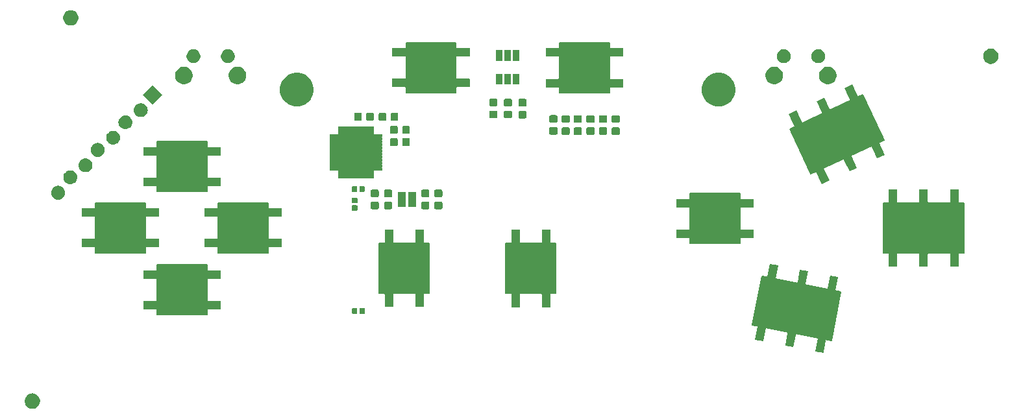
<source format=gbr>
%TF.GenerationSoftware,KiCad,Pcbnew,5.0.1*%
%TF.CreationDate,2019-03-22T16:17:03+01:00*%
%TF.ProjectId,rev1,726576312E6B696361645F7063620000,rev?*%
%TF.SameCoordinates,Original*%
%TF.FileFunction,Soldermask,Top*%
%TF.FilePolarity,Negative*%
%FSLAX46Y46*%
G04 Gerber Fmt 4.6, Leading zero omitted, Abs format (unit mm)*
G04 Created by KiCad (PCBNEW 5.0.1) date Fri 22 Mar 2019 04:17:03 PM CET*
%MOMM*%
%LPD*%
G01*
G04 APERTURE LIST*
%ADD10C,0.150000*%
%ADD11C,0.100000*%
G04 APERTURE END LIST*
D10*
G36*
X192901328Y-124113541D02*
X194141586Y-117732964D01*
X204448672Y-119736459D01*
X203208413Y-126117036D01*
X192901328Y-124113541D01*
G37*
X192901328Y-124113541D02*
X194141586Y-117732964D01*
X204448672Y-119736459D01*
X203208413Y-126117036D01*
X192901328Y-124113541D01*
G36*
X191275000Y-113425000D02*
X184775000Y-113425000D01*
X184775000Y-106925000D01*
X191275000Y-106925000D01*
X191275000Y-113425000D01*
G37*
X191275000Y-113425000D02*
X184775000Y-113425000D01*
X184775000Y-106925000D01*
X191275000Y-106925000D01*
X191275000Y-113425000D01*
G36*
X207309606Y-94035754D02*
X210056625Y-99926755D01*
X200540393Y-104364247D01*
X197793374Y-98473246D01*
X207309606Y-94035754D01*
G37*
X207309606Y-94035754D02*
X210056625Y-99926755D01*
X200540393Y-104364247D01*
X197793374Y-98473246D01*
X207309606Y-94035754D01*
G36*
X174250000Y-93750000D02*
X167750000Y-93750000D01*
X167750000Y-87250000D01*
X174250000Y-87250000D01*
X174250000Y-93750000D01*
G37*
X174250000Y-93750000D02*
X167750000Y-93750000D01*
X167750000Y-87250000D01*
X174250000Y-87250000D01*
X174250000Y-93750000D01*
G36*
X144246700Y-119939000D02*
X144246700Y-113439000D01*
X150746700Y-113439000D01*
X150746700Y-119939000D01*
X144246700Y-119939000D01*
G37*
X144246700Y-119939000D02*
X144246700Y-113439000D01*
X150746700Y-113439000D01*
X150746700Y-119939000D01*
X144246700Y-119939000D01*
G36*
X167250000Y-113450000D02*
X167250000Y-119950000D01*
X160750000Y-119950000D01*
X160750000Y-113450000D01*
X167250000Y-113450000D01*
G37*
X167250000Y-113450000D02*
X167250000Y-119950000D01*
X160750000Y-119950000D01*
X160750000Y-113450000D01*
X167250000Y-113450000D01*
G36*
X123246700Y-108139000D02*
X129746700Y-108139000D01*
X129746700Y-114639000D01*
X123246700Y-114639000D01*
X123246700Y-108139000D01*
G37*
X123246700Y-108139000D02*
X129746700Y-108139000D01*
X129746700Y-114639000D01*
X123246700Y-114639000D01*
X123246700Y-108139000D01*
G36*
X107246700Y-108139000D02*
X113746700Y-108139000D01*
X113746700Y-114639000D01*
X107246700Y-114639000D01*
X107246700Y-108139000D01*
G37*
X107246700Y-108139000D02*
X113746700Y-108139000D01*
X113746700Y-114639000D01*
X107246700Y-114639000D01*
X107246700Y-108139000D01*
G36*
X154246700Y-93739000D02*
X147746700Y-93739000D01*
X147746700Y-87239000D01*
X154246700Y-87239000D01*
X154246700Y-93739000D01*
G37*
X154246700Y-93739000D02*
X147746700Y-93739000D01*
X147746700Y-87239000D01*
X154246700Y-87239000D01*
X154246700Y-93739000D01*
G36*
X115246700Y-116239000D02*
X121746700Y-116239000D01*
X121746700Y-122739000D01*
X115246700Y-122739000D01*
X115246700Y-116239000D01*
G37*
X115246700Y-116239000D02*
X121746700Y-116239000D01*
X121746700Y-122739000D01*
X115246700Y-122739000D01*
X115246700Y-116239000D01*
G36*
X121746700Y-106639000D02*
X115246700Y-106639000D01*
X115246700Y-100139000D01*
X121746700Y-100139000D01*
X121746700Y-106639000D01*
G37*
X121746700Y-106639000D02*
X115246700Y-106639000D01*
X115246700Y-100139000D01*
X121746700Y-100139000D01*
X121746700Y-106639000D01*
D11*
X120444500Y-89000000D02*
G75*
G03X120444500Y-89000000I-444500J0D01*
G01*
X124944500Y-89000000D02*
G75*
G03X124944500Y-89000000I-444500J0D01*
G01*
X126385000Y-91500000D02*
G75*
G03X126385000Y-91500000I-635000J0D01*
G01*
X119385000Y-91500000D02*
G75*
G03X119385000Y-91500000I-635000J0D01*
G01*
X196385000Y-91500000D02*
G75*
G03X196385000Y-91500000I-635000J0D01*
G01*
X203385000Y-91500000D02*
G75*
G03X203385000Y-91500000I-635000J0D01*
G01*
X201944500Y-89000000D02*
G75*
G03X201944500Y-89000000I-444500J0D01*
G01*
X197444500Y-89000000D02*
G75*
G03X197444500Y-89000000I-444500J0D01*
G01*
D10*
G36*
X210000000Y-114650000D02*
X210000000Y-108150000D01*
X220500000Y-108150000D01*
X220500000Y-114650000D01*
X210000000Y-114650000D01*
G37*
X210000000Y-114650000D02*
X210000000Y-108150000D01*
X220500000Y-108150000D01*
X220500000Y-114650000D01*
X210000000Y-114650000D01*
D11*
G36*
X99175770Y-133015372D02*
X99291689Y-133038429D01*
X99473678Y-133113811D01*
X99637463Y-133223249D01*
X99776751Y-133362537D01*
X99886189Y-133526322D01*
X99961571Y-133708311D01*
X100000000Y-133901509D01*
X100000000Y-134098491D01*
X99961571Y-134291689D01*
X99886189Y-134473678D01*
X99776751Y-134637463D01*
X99637463Y-134776751D01*
X99473678Y-134886189D01*
X99291689Y-134961571D01*
X99175770Y-134984628D01*
X99098493Y-135000000D01*
X98901507Y-135000000D01*
X98824230Y-134984628D01*
X98708311Y-134961571D01*
X98526322Y-134886189D01*
X98362537Y-134776751D01*
X98223249Y-134637463D01*
X98113811Y-134473678D01*
X98038429Y-134291689D01*
X98000000Y-134098491D01*
X98000000Y-133901509D01*
X98038429Y-133708311D01*
X98113811Y-133526322D01*
X98223249Y-133362537D01*
X98362537Y-133223249D01*
X98526322Y-133113811D01*
X98708311Y-133038429D01*
X98824230Y-133015372D01*
X98901507Y-133000000D01*
X99098493Y-133000000D01*
X99175770Y-133015372D01*
X99175770Y-133015372D01*
G37*
G36*
X204106162Y-117835173D02*
X203605451Y-120411108D01*
X203603155Y-120435504D01*
X203605663Y-120459880D01*
X203612879Y-120483298D01*
X203624524Y-120504858D01*
X203640152Y-120523732D01*
X203659162Y-120539195D01*
X203680823Y-120550652D01*
X203704303Y-120557662D01*
X204018498Y-120618735D01*
X204024450Y-120620523D01*
X204026005Y-120620836D01*
X204026470Y-120620955D01*
X204029143Y-120621195D01*
X204030773Y-120621614D01*
X204031811Y-120621847D01*
X204032090Y-120621953D01*
X204034531Y-120622580D01*
X204053232Y-120628440D01*
X204054058Y-120628696D01*
X204070882Y-120633841D01*
X204080108Y-120637755D01*
X204080916Y-120638095D01*
X204091856Y-120642646D01*
X204107318Y-120651077D01*
X204108090Y-120651494D01*
X204123692Y-120659860D01*
X204133061Y-120666228D01*
X204133793Y-120666722D01*
X204142541Y-120672579D01*
X204156149Y-120683916D01*
X204156816Y-120684468D01*
X204170412Y-120695637D01*
X204177985Y-120703320D01*
X204178651Y-120703990D01*
X204186339Y-120711674D01*
X204197508Y-120725466D01*
X204198062Y-120726146D01*
X204209194Y-120739698D01*
X204214807Y-120748209D01*
X204215305Y-120748958D01*
X204221776Y-120758618D01*
X204230043Y-120774299D01*
X204230453Y-120775070D01*
X204238691Y-120790434D01*
X204242552Y-120799884D01*
X204242860Y-120800630D01*
X204247434Y-120811622D01*
X204252431Y-120828384D01*
X204252684Y-120829220D01*
X204257851Y-120846120D01*
X204259831Y-120856301D01*
X204259999Y-120857153D01*
X204262280Y-120868461D01*
X204263943Y-120886053D01*
X204264028Y-120886924D01*
X204265793Y-120904301D01*
X204265761Y-120914783D01*
X204265761Y-120915585D01*
X204265800Y-120927220D01*
X204264017Y-120944771D01*
X204263932Y-120945640D01*
X204262070Y-120965334D01*
X204260477Y-120976390D01*
X203498990Y-124893899D01*
X203497292Y-124899461D01*
X203497230Y-124899779D01*
X203497160Y-124900133D01*
X203496827Y-124901784D01*
X203496597Y-124901738D01*
X203496570Y-124901826D01*
X203496565Y-124901850D01*
X203496805Y-124901898D01*
X203496472Y-124903550D01*
X203496299Y-124904224D01*
X203496016Y-124907065D01*
X203494736Y-124912054D01*
X203488852Y-124930831D01*
X203488597Y-124931655D01*
X203483428Y-124948561D01*
X203478843Y-124959350D01*
X203478488Y-124960194D01*
X203474633Y-124969455D01*
X203466261Y-124984809D01*
X203465845Y-124985579D01*
X203457420Y-125001292D01*
X203451424Y-125010108D01*
X203450885Y-125010907D01*
X203444807Y-125019993D01*
X203433467Y-125033604D01*
X203432911Y-125034275D01*
X203421752Y-125047860D01*
X203413968Y-125055539D01*
X203413378Y-125056125D01*
X203405532Y-125063968D01*
X203391856Y-125075044D01*
X203391182Y-125075593D01*
X203377448Y-125086874D01*
X203368163Y-125092987D01*
X203367310Y-125093554D01*
X203358764Y-125099282D01*
X203343097Y-125107542D01*
X203342334Y-125107948D01*
X203326807Y-125116272D01*
X203317171Y-125120207D01*
X203316380Y-125120533D01*
X203305727Y-125124968D01*
X203288868Y-125129994D01*
X203288030Y-125130247D01*
X203271197Y-125135394D01*
X203259519Y-125137665D01*
X203258741Y-125137819D01*
X203256067Y-125138357D01*
X203256064Y-125138357D01*
X203248701Y-125139839D01*
X203231328Y-125141481D01*
X203230461Y-125141566D01*
X203212837Y-125143356D01*
X203202340Y-125143317D01*
X203201399Y-125143317D01*
X203190245Y-125143360D01*
X203172681Y-125141575D01*
X203171808Y-125141490D01*
X203151978Y-125139616D01*
X203140919Y-125138022D01*
X202825874Y-125076784D01*
X202801477Y-125074488D01*
X202777102Y-125076996D01*
X202753684Y-125084212D01*
X202732124Y-125095857D01*
X202713250Y-125111485D01*
X202697787Y-125130495D01*
X202686330Y-125152156D01*
X202679320Y-125175636D01*
X202219482Y-127541299D01*
X202178609Y-127751570D01*
X202178609Y-127751571D01*
X201096855Y-127541299D01*
X201597566Y-124965364D01*
X201599862Y-124940968D01*
X201597354Y-124916592D01*
X201590138Y-124893174D01*
X201578493Y-124871614D01*
X201562865Y-124852740D01*
X201543855Y-124837277D01*
X201522194Y-124825820D01*
X201498714Y-124818810D01*
X199708436Y-124470815D01*
X199707736Y-124470676D01*
X199707692Y-124470667D01*
X199696065Y-124467684D01*
X199658467Y-124455901D01*
X199637946Y-124447190D01*
X199605852Y-124429692D01*
X199587413Y-124417160D01*
X199559325Y-124393759D01*
X199543667Y-124377881D01*
X199520662Y-124349472D01*
X199508393Y-124330863D01*
X199491343Y-124298526D01*
X199482915Y-124277874D01*
X199472472Y-124242844D01*
X199468218Y-124220961D01*
X199464777Y-124184560D01*
X199464855Y-124162274D01*
X199468550Y-124125899D01*
X199472957Y-124104044D01*
X199483646Y-124069081D01*
X199492211Y-124048504D01*
X199509493Y-124016275D01*
X199521887Y-123997761D01*
X199545101Y-123969500D01*
X199560855Y-123953746D01*
X199589112Y-123930535D01*
X199607636Y-123918133D01*
X199639858Y-123900856D01*
X199660434Y-123892292D01*
X199695392Y-123881603D01*
X199717261Y-123877193D01*
X199753629Y-123873500D01*
X199775915Y-123873422D01*
X199815366Y-123877152D01*
X199826422Y-123878745D01*
X202840104Y-124464545D01*
X202864500Y-124466841D01*
X202888876Y-124464333D01*
X202912294Y-124457117D01*
X202933854Y-124445472D01*
X202952728Y-124429844D01*
X202968191Y-124410834D01*
X202979648Y-124389173D01*
X202986658Y-124365693D01*
X203205382Y-123240458D01*
X203207678Y-123216062D01*
X203205170Y-123191686D01*
X203197954Y-123168268D01*
X203186309Y-123146708D01*
X203170681Y-123127834D01*
X203151671Y-123112371D01*
X203130010Y-123100914D01*
X203106530Y-123093904D01*
X199599290Y-122412166D01*
X199598578Y-122412025D01*
X199598467Y-122412003D01*
X199586872Y-122409026D01*
X199549266Y-122397240D01*
X199528754Y-122388533D01*
X199496654Y-122371031D01*
X199478222Y-122358505D01*
X199450130Y-122335100D01*
X199434471Y-122319222D01*
X199411471Y-122290818D01*
X199399193Y-122272199D01*
X199382143Y-122239859D01*
X199373725Y-122219231D01*
X199363275Y-122184180D01*
X199359022Y-122162301D01*
X199355582Y-122125901D01*
X199355660Y-122103614D01*
X199359354Y-122067240D01*
X199363760Y-122045388D01*
X199374450Y-122010422D01*
X199383015Y-121989845D01*
X199400297Y-121957616D01*
X199412691Y-121939102D01*
X199435905Y-121910841D01*
X199451659Y-121895087D01*
X199479913Y-121871878D01*
X199498444Y-121859473D01*
X199530665Y-121842197D01*
X199551233Y-121833635D01*
X199586201Y-121822943D01*
X199608063Y-121818535D01*
X199644432Y-121814841D01*
X199666719Y-121814763D01*
X199706171Y-121818493D01*
X199717227Y-121820086D01*
X203221722Y-122501291D01*
X203246118Y-122503587D01*
X203270494Y-122501079D01*
X203293912Y-122493863D01*
X203315472Y-122482218D01*
X203334346Y-122466590D01*
X203349809Y-122447580D01*
X203361266Y-122425919D01*
X203368276Y-122402439D01*
X203587000Y-121277204D01*
X203589296Y-121252808D01*
X203586788Y-121228432D01*
X203579572Y-121205014D01*
X203567927Y-121183454D01*
X203552299Y-121164580D01*
X203533289Y-121149117D01*
X203511628Y-121137660D01*
X203488148Y-121130650D01*
X200471911Y-120544353D01*
X200470890Y-120544151D01*
X200459311Y-120541178D01*
X200421703Y-120529392D01*
X200401182Y-120520681D01*
X200369088Y-120503183D01*
X200350649Y-120490651D01*
X200322561Y-120467250D01*
X200306903Y-120451372D01*
X200283898Y-120422963D01*
X200271629Y-120404354D01*
X200254576Y-120372011D01*
X200246152Y-120351371D01*
X200235708Y-120316335D01*
X200231455Y-120294456D01*
X200228013Y-120258051D01*
X200228091Y-120235765D01*
X200231786Y-120199387D01*
X200236192Y-120177540D01*
X200246882Y-120142573D01*
X200255447Y-120121996D01*
X200272728Y-120089769D01*
X200285126Y-120071248D01*
X200308337Y-120042991D01*
X200324090Y-120027238D01*
X200352346Y-120004028D01*
X200370876Y-119991623D01*
X200403090Y-119974351D01*
X200423675Y-119965782D01*
X200458634Y-119955093D01*
X200480489Y-119950686D01*
X200516865Y-119946991D01*
X200539151Y-119946913D01*
X200578602Y-119950643D01*
X200589658Y-119952236D01*
X202377143Y-120299688D01*
X202401539Y-120301984D01*
X202425915Y-120299476D01*
X202449333Y-120292260D01*
X202470893Y-120280615D01*
X202489767Y-120264987D01*
X202505230Y-120245977D01*
X202516687Y-120224316D01*
X202523697Y-120200836D01*
X203024408Y-117624901D01*
X204106162Y-117835173D01*
X204106162Y-117835173D01*
G37*
G36*
X200179653Y-117071937D02*
X199869751Y-118666244D01*
X199867455Y-118690640D01*
X199869963Y-118715016D01*
X199877179Y-118738434D01*
X199888824Y-118759994D01*
X199904452Y-118778868D01*
X199923462Y-118794331D01*
X199945123Y-118805788D01*
X199968603Y-118812798D01*
X201758832Y-119160784D01*
X201759544Y-119160925D01*
X201759655Y-119160947D01*
X201771250Y-119163924D01*
X201808856Y-119175710D01*
X201829368Y-119184417D01*
X201861466Y-119201918D01*
X201879901Y-119214446D01*
X201907993Y-119237850D01*
X201923651Y-119253728D01*
X201946656Y-119282137D01*
X201958925Y-119300746D01*
X201975978Y-119333089D01*
X201984402Y-119353729D01*
X201994846Y-119388765D01*
X201999099Y-119410644D01*
X202002541Y-119447049D01*
X202002463Y-119469335D01*
X201998768Y-119505713D01*
X201994362Y-119527560D01*
X201983672Y-119562527D01*
X201975107Y-119583104D01*
X201957828Y-119615328D01*
X201945424Y-119633856D01*
X201922216Y-119662109D01*
X201906463Y-119677862D01*
X201878206Y-119701073D01*
X201859682Y-119713475D01*
X201827460Y-119730752D01*
X201806884Y-119739316D01*
X201771920Y-119750007D01*
X201750065Y-119754414D01*
X201713689Y-119758109D01*
X201691403Y-119758187D01*
X201651952Y-119754457D01*
X201640896Y-119752864D01*
X199853410Y-119405412D01*
X199829014Y-119403116D01*
X199804638Y-119405624D01*
X199781220Y-119412840D01*
X199759660Y-119424485D01*
X199740786Y-119440113D01*
X199725323Y-119459123D01*
X199713866Y-119480784D01*
X199706856Y-119504264D01*
X199554109Y-120290078D01*
X199549601Y-120313270D01*
X199549601Y-120313271D01*
X199427734Y-120289582D01*
X199403338Y-120287286D01*
X199378962Y-120289794D01*
X199355544Y-120297010D01*
X199333984Y-120308655D01*
X199315110Y-120324283D01*
X199299647Y-120343293D01*
X199288191Y-120364954D01*
X199281180Y-120388434D01*
X199243563Y-120581959D01*
X199241267Y-120606356D01*
X199243775Y-120630731D01*
X199250991Y-120654149D01*
X199262636Y-120675709D01*
X199278264Y-120694583D01*
X199297274Y-120710046D01*
X199318935Y-120721503D01*
X199342415Y-120728513D01*
X202849655Y-121410252D01*
X202850367Y-121410393D01*
X202850478Y-121410415D01*
X202862073Y-121413392D01*
X202899679Y-121425177D01*
X202920188Y-121433883D01*
X202952289Y-121451385D01*
X202970728Y-121463917D01*
X202998820Y-121487322D01*
X203014469Y-121503190D01*
X203037475Y-121531599D01*
X203049751Y-121550217D01*
X203066802Y-121582558D01*
X203075220Y-121603186D01*
X203085670Y-121638239D01*
X203089922Y-121660115D01*
X203093363Y-121696517D01*
X203093285Y-121718804D01*
X203089592Y-121755171D01*
X203085183Y-121777035D01*
X203074495Y-121811995D01*
X203065930Y-121832572D01*
X203048651Y-121864796D01*
X203036247Y-121883324D01*
X203013039Y-121911577D01*
X202997286Y-121927330D01*
X202969029Y-121950541D01*
X202950505Y-121962943D01*
X202918289Y-121980216D01*
X202897705Y-121988785D01*
X202862740Y-121999475D01*
X202840885Y-122003882D01*
X202804512Y-122007577D01*
X202782226Y-122007655D01*
X202742774Y-122003925D01*
X202731718Y-122002332D01*
X199227223Y-121321127D01*
X199202827Y-121318831D01*
X199178451Y-121321339D01*
X199155033Y-121328555D01*
X199133473Y-121340200D01*
X199114599Y-121355828D01*
X199099136Y-121374838D01*
X199087679Y-121396499D01*
X199080669Y-121419979D01*
X198861945Y-122545214D01*
X198859649Y-122569610D01*
X198862157Y-122593986D01*
X198869373Y-122617404D01*
X198881018Y-122638964D01*
X198896646Y-122657838D01*
X198915656Y-122673301D01*
X198937317Y-122684758D01*
X198960797Y-122691768D01*
X202468037Y-123373506D01*
X202468749Y-123373647D01*
X202468860Y-123373669D01*
X202480455Y-123376646D01*
X202518061Y-123388432D01*
X202538573Y-123397139D01*
X202570673Y-123414641D01*
X202589105Y-123427167D01*
X202617197Y-123450572D01*
X202632856Y-123466450D01*
X202655856Y-123494854D01*
X202668134Y-123513473D01*
X202685184Y-123545813D01*
X202693602Y-123566441D01*
X202704052Y-123601492D01*
X202708305Y-123623371D01*
X202711745Y-123659771D01*
X202711667Y-123682058D01*
X202707973Y-123718432D01*
X202703567Y-123740284D01*
X202692877Y-123775250D01*
X202684312Y-123795827D01*
X202667030Y-123828056D01*
X202654636Y-123846570D01*
X202631422Y-123874831D01*
X202615668Y-123890585D01*
X202587414Y-123913794D01*
X202568883Y-123926199D01*
X202536662Y-123943475D01*
X202516094Y-123952037D01*
X202481126Y-123962729D01*
X202459264Y-123967137D01*
X202422895Y-123970831D01*
X202400608Y-123970909D01*
X202361156Y-123967179D01*
X202350100Y-123965586D01*
X198845605Y-123284381D01*
X198821209Y-123282085D01*
X198796833Y-123284593D01*
X198773415Y-123291809D01*
X198751855Y-123303454D01*
X198732981Y-123319082D01*
X198717518Y-123338092D01*
X198706061Y-123359753D01*
X198699051Y-123383233D01*
X198661596Y-123575922D01*
X198659300Y-123600318D01*
X198661808Y-123624694D01*
X198669024Y-123648112D01*
X198680669Y-123669672D01*
X198696297Y-123688546D01*
X198715307Y-123704009D01*
X198736968Y-123715466D01*
X198760448Y-123722476D01*
X198826217Y-123735260D01*
X198841760Y-123739901D01*
X198841762Y-123739902D01*
X198850642Y-123744599D01*
X198858436Y-123750938D01*
X198864843Y-123758676D01*
X198869617Y-123767515D01*
X198872575Y-123777116D01*
X198873604Y-123787109D01*
X198872783Y-123795827D01*
X198872083Y-123803264D01*
X198725733Y-124556170D01*
X198723437Y-124580566D01*
X198725945Y-124604942D01*
X198733161Y-124628360D01*
X198744806Y-124649920D01*
X198760434Y-124668794D01*
X198779444Y-124684257D01*
X198801105Y-124695714D01*
X198824585Y-124702724D01*
X200613789Y-125050510D01*
X200614810Y-125050712D01*
X200626389Y-125053685D01*
X200664001Y-125065472D01*
X200684517Y-125074181D01*
X200716612Y-125091681D01*
X200735047Y-125104209D01*
X200763139Y-125127613D01*
X200778797Y-125143491D01*
X200801802Y-125171900D01*
X200814071Y-125190509D01*
X200831124Y-125222852D01*
X200839548Y-125243492D01*
X200849992Y-125278528D01*
X200854245Y-125300407D01*
X200857687Y-125336812D01*
X200857609Y-125359098D01*
X200853914Y-125395476D01*
X200849508Y-125417323D01*
X200838818Y-125452290D01*
X200830253Y-125472867D01*
X200812974Y-125505091D01*
X200800570Y-125523619D01*
X200777366Y-125551867D01*
X200761607Y-125567627D01*
X200733354Y-125590836D01*
X200714822Y-125603241D01*
X200682610Y-125620512D01*
X200662025Y-125629081D01*
X200627066Y-125639770D01*
X200605211Y-125644177D01*
X200568835Y-125647872D01*
X200546549Y-125647950D01*
X200507098Y-125644220D01*
X200496042Y-125642627D01*
X198709393Y-125295338D01*
X198684997Y-125293042D01*
X198660621Y-125295550D01*
X198637203Y-125302766D01*
X198615643Y-125314411D01*
X198596769Y-125330039D01*
X198581306Y-125349049D01*
X198569849Y-125370710D01*
X198562839Y-125394190D01*
X198263841Y-126932400D01*
X198259200Y-126947943D01*
X198259199Y-126947945D01*
X198254502Y-126956825D01*
X198248163Y-126964619D01*
X198240425Y-126971026D01*
X198231586Y-126975800D01*
X198221985Y-126978758D01*
X198211992Y-126979787D01*
X198201990Y-126978845D01*
X198201989Y-126978845D01*
X198195837Y-126978266D01*
X197226281Y-126789804D01*
X197210738Y-126785163D01*
X197210736Y-126785162D01*
X197201856Y-126780465D01*
X197194062Y-126774126D01*
X197187655Y-126766388D01*
X197182881Y-126757549D01*
X197179923Y-126747948D01*
X197178894Y-126737955D01*
X197179836Y-126727953D01*
X197179836Y-126727952D01*
X197180415Y-126721800D01*
X197479412Y-125183593D01*
X197481708Y-125159197D01*
X197479200Y-125134821D01*
X197471984Y-125111403D01*
X197460339Y-125089843D01*
X197444711Y-125070969D01*
X197425701Y-125055506D01*
X197404040Y-125044049D01*
X197380560Y-125037039D01*
X195591168Y-124689216D01*
X195590456Y-124689075D01*
X195590345Y-124689053D01*
X195578750Y-124686076D01*
X195541144Y-124674290D01*
X195520632Y-124665583D01*
X195488534Y-124648082D01*
X195470099Y-124635554D01*
X195442007Y-124612150D01*
X195426349Y-124596272D01*
X195403344Y-124567863D01*
X195391075Y-124549254D01*
X195374022Y-124516911D01*
X195365598Y-124496271D01*
X195355154Y-124461235D01*
X195350901Y-124439356D01*
X195347459Y-124402951D01*
X195347537Y-124380665D01*
X195351232Y-124344287D01*
X195355638Y-124322440D01*
X195366328Y-124287473D01*
X195374893Y-124266896D01*
X195392172Y-124234672D01*
X195404576Y-124216144D01*
X195427784Y-124187891D01*
X195443537Y-124172138D01*
X195471794Y-124148927D01*
X195490318Y-124136525D01*
X195522540Y-124119248D01*
X195543116Y-124110684D01*
X195578080Y-124099993D01*
X195599935Y-124095586D01*
X195636311Y-124091891D01*
X195658597Y-124091813D01*
X195698048Y-124095543D01*
X195709104Y-124097136D01*
X197495752Y-124444426D01*
X197520148Y-124446722D01*
X197544524Y-124444214D01*
X197567942Y-124436998D01*
X197589502Y-124425353D01*
X197608376Y-124409725D01*
X197623839Y-124390715D01*
X197635296Y-124369054D01*
X197642306Y-124345574D01*
X197788657Y-123592664D01*
X197793298Y-123577121D01*
X197797997Y-123568238D01*
X197804333Y-123560447D01*
X197804335Y-123560445D01*
X197812073Y-123554038D01*
X197820912Y-123549264D01*
X197830513Y-123546306D01*
X197840506Y-123545277D01*
X197850508Y-123546219D01*
X197850509Y-123546219D01*
X197856662Y-123546798D01*
X197922428Y-123559581D01*
X197946825Y-123561877D01*
X197971200Y-123559368D01*
X197994618Y-123552153D01*
X198016179Y-123540507D01*
X198035053Y-123524880D01*
X198050515Y-123505870D01*
X198061972Y-123484209D01*
X198068982Y-123460729D01*
X198106437Y-123268041D01*
X198108733Y-123243645D01*
X198106225Y-123219269D01*
X198099009Y-123195851D01*
X198087364Y-123174291D01*
X198071736Y-123155417D01*
X198052726Y-123139954D01*
X198031065Y-123128497D01*
X198007585Y-123121487D01*
X194500345Y-122439748D01*
X194499633Y-122439607D01*
X194499522Y-122439585D01*
X194487927Y-122436608D01*
X194450321Y-122424823D01*
X194429812Y-122416117D01*
X194397711Y-122398615D01*
X194379272Y-122386083D01*
X194351180Y-122362678D01*
X194335531Y-122346810D01*
X194312525Y-122318401D01*
X194300249Y-122299783D01*
X194283198Y-122267442D01*
X194274780Y-122246814D01*
X194264330Y-122211761D01*
X194260078Y-122189885D01*
X194256637Y-122153483D01*
X194256715Y-122131196D01*
X194260408Y-122094829D01*
X194264817Y-122072965D01*
X194275505Y-122038005D01*
X194284070Y-122017428D01*
X194301349Y-121985204D01*
X194313753Y-121966676D01*
X194336961Y-121938423D01*
X194352714Y-121922670D01*
X194380971Y-121899459D01*
X194399495Y-121887057D01*
X194431711Y-121869784D01*
X194452295Y-121861215D01*
X194487260Y-121850525D01*
X194509115Y-121846118D01*
X194545488Y-121842423D01*
X194567774Y-121842345D01*
X194607226Y-121846075D01*
X194618282Y-121847668D01*
X198122777Y-122528873D01*
X198147173Y-122531169D01*
X198171549Y-122528661D01*
X198194967Y-122521445D01*
X198216527Y-122509800D01*
X198235401Y-122494172D01*
X198250864Y-122475162D01*
X198262321Y-122453501D01*
X198269331Y-122430021D01*
X198488055Y-121304786D01*
X198490351Y-121280390D01*
X198487843Y-121256014D01*
X198480627Y-121232596D01*
X198468982Y-121211036D01*
X198453354Y-121192162D01*
X198434344Y-121176699D01*
X198412683Y-121165242D01*
X198389203Y-121158232D01*
X194881963Y-120476494D01*
X194881251Y-120476353D01*
X194881140Y-120476331D01*
X194869545Y-120473354D01*
X194831939Y-120461568D01*
X194811427Y-120452861D01*
X194779327Y-120435359D01*
X194760895Y-120422833D01*
X194732803Y-120399428D01*
X194717144Y-120383550D01*
X194694144Y-120355146D01*
X194681866Y-120336527D01*
X194664816Y-120304187D01*
X194656398Y-120283559D01*
X194645948Y-120248508D01*
X194641695Y-120226629D01*
X194638255Y-120190229D01*
X194638333Y-120167942D01*
X194642027Y-120131568D01*
X194646433Y-120109716D01*
X194657123Y-120074750D01*
X194665688Y-120054173D01*
X194682970Y-120021944D01*
X194695364Y-120003430D01*
X194718578Y-119975169D01*
X194734332Y-119959415D01*
X194762586Y-119936206D01*
X194781117Y-119923801D01*
X194813338Y-119906525D01*
X194833906Y-119897963D01*
X194868874Y-119887271D01*
X194890736Y-119882863D01*
X194927105Y-119879169D01*
X194949392Y-119879091D01*
X194988844Y-119882821D01*
X194999900Y-119884414D01*
X198504395Y-120565619D01*
X198528791Y-120567915D01*
X198553167Y-120565407D01*
X198576585Y-120558191D01*
X198598145Y-120546546D01*
X198617019Y-120530918D01*
X198632482Y-120511908D01*
X198643939Y-120490247D01*
X198650949Y-120466767D01*
X198688567Y-120273242D01*
X198690863Y-120248846D01*
X198688355Y-120224470D01*
X198681139Y-120201052D01*
X198669494Y-120179492D01*
X198653866Y-120160618D01*
X198634856Y-120145155D01*
X198613195Y-120133699D01*
X198589715Y-120126688D01*
X198467847Y-120102999D01*
X198625102Y-119293992D01*
X198627398Y-119269596D01*
X198624890Y-119245220D01*
X198617674Y-119221802D01*
X198606029Y-119200242D01*
X198590401Y-119181368D01*
X198571391Y-119165905D01*
X198549730Y-119154448D01*
X198526250Y-119147438D01*
X196736211Y-118799490D01*
X196735190Y-118799288D01*
X196723611Y-118796315D01*
X196685999Y-118784528D01*
X196665483Y-118775819D01*
X196633388Y-118758319D01*
X196614953Y-118745791D01*
X196586861Y-118722387D01*
X196571203Y-118706509D01*
X196548198Y-118678100D01*
X196535929Y-118659491D01*
X196518876Y-118627148D01*
X196510452Y-118606508D01*
X196500008Y-118571472D01*
X196495755Y-118549593D01*
X196492313Y-118513188D01*
X196492391Y-118490902D01*
X196496086Y-118454524D01*
X196500492Y-118432677D01*
X196511182Y-118397710D01*
X196519747Y-118377133D01*
X196537026Y-118344909D01*
X196549430Y-118326381D01*
X196572634Y-118298133D01*
X196588393Y-118282373D01*
X196616646Y-118259164D01*
X196635178Y-118246759D01*
X196667390Y-118229488D01*
X196687975Y-118220919D01*
X196722934Y-118210230D01*
X196744789Y-118205823D01*
X196781165Y-118202128D01*
X196803451Y-118202050D01*
X196842902Y-118205780D01*
X196853958Y-118207373D01*
X198641443Y-118554825D01*
X198665839Y-118557121D01*
X198690215Y-118554613D01*
X198713633Y-118547397D01*
X198735193Y-118535752D01*
X198754067Y-118520124D01*
X198769530Y-118501114D01*
X198780987Y-118479453D01*
X198787997Y-118455973D01*
X199097899Y-116861665D01*
X200179653Y-117071937D01*
X200179653Y-117071937D01*
G37*
G36*
X196253144Y-116308701D02*
X195752433Y-118884636D01*
X195750137Y-118909032D01*
X195752645Y-118933408D01*
X195759861Y-118956826D01*
X195771506Y-118978386D01*
X195787134Y-118997260D01*
X195806144Y-119012723D01*
X195827805Y-119024180D01*
X195851285Y-119031190D01*
X197641564Y-119379185D01*
X197642264Y-119379324D01*
X197642308Y-119379333D01*
X197653935Y-119382316D01*
X197691533Y-119394099D01*
X197712054Y-119402810D01*
X197744148Y-119420308D01*
X197762587Y-119432840D01*
X197790675Y-119456241D01*
X197806333Y-119472119D01*
X197829338Y-119500528D01*
X197841607Y-119519137D01*
X197858657Y-119551474D01*
X197867085Y-119572126D01*
X197877528Y-119607156D01*
X197881782Y-119629039D01*
X197885223Y-119665440D01*
X197885145Y-119687726D01*
X197881450Y-119724101D01*
X197877043Y-119745956D01*
X197866354Y-119780919D01*
X197857789Y-119801496D01*
X197840507Y-119833725D01*
X197828113Y-119852239D01*
X197804899Y-119880500D01*
X197789145Y-119896254D01*
X197760888Y-119919465D01*
X197742364Y-119931867D01*
X197710142Y-119949144D01*
X197689566Y-119957708D01*
X197654608Y-119968397D01*
X197632739Y-119972807D01*
X197596371Y-119976500D01*
X197574085Y-119976578D01*
X197534634Y-119972848D01*
X197523578Y-119971255D01*
X194509896Y-119385455D01*
X194485500Y-119383159D01*
X194461124Y-119385667D01*
X194437706Y-119392883D01*
X194416146Y-119404528D01*
X194397272Y-119420156D01*
X194381809Y-119439166D01*
X194370352Y-119460827D01*
X194363342Y-119484307D01*
X194144618Y-120609542D01*
X194142322Y-120633938D01*
X194144830Y-120658314D01*
X194152046Y-120681732D01*
X194163691Y-120703292D01*
X194179319Y-120722166D01*
X194198329Y-120737629D01*
X194219990Y-120749086D01*
X194243470Y-120756096D01*
X197750710Y-121437834D01*
X197751422Y-121437975D01*
X197751533Y-121437997D01*
X197763128Y-121440974D01*
X197800734Y-121452760D01*
X197821246Y-121461467D01*
X197853346Y-121478969D01*
X197871778Y-121491495D01*
X197899870Y-121514900D01*
X197915529Y-121530778D01*
X197938529Y-121559182D01*
X197950807Y-121577801D01*
X197967857Y-121610141D01*
X197976275Y-121630769D01*
X197986725Y-121665820D01*
X197990978Y-121687699D01*
X197994418Y-121724099D01*
X197994340Y-121746386D01*
X197990646Y-121782760D01*
X197986240Y-121804612D01*
X197975550Y-121839578D01*
X197966985Y-121860155D01*
X197949703Y-121892384D01*
X197937309Y-121910898D01*
X197914095Y-121939159D01*
X197898341Y-121954913D01*
X197870087Y-121978122D01*
X197851556Y-121990527D01*
X197819335Y-122007803D01*
X197798767Y-122016365D01*
X197763799Y-122027057D01*
X197741937Y-122031465D01*
X197705568Y-122035159D01*
X197683281Y-122035237D01*
X197643829Y-122031507D01*
X197632773Y-122029914D01*
X194128278Y-121348709D01*
X194103882Y-121346413D01*
X194079506Y-121348921D01*
X194056088Y-121356137D01*
X194034528Y-121367782D01*
X194015654Y-121383410D01*
X194000191Y-121402420D01*
X193988734Y-121424081D01*
X193981724Y-121447561D01*
X193763000Y-122572796D01*
X193760704Y-122597192D01*
X193763212Y-122621568D01*
X193770428Y-122644986D01*
X193782073Y-122666546D01*
X193797701Y-122685420D01*
X193816711Y-122700883D01*
X193838372Y-122712340D01*
X193861852Y-122719350D01*
X196878089Y-123305647D01*
X196879110Y-123305849D01*
X196890689Y-123308822D01*
X196928297Y-123320608D01*
X196948818Y-123329319D01*
X196980912Y-123346817D01*
X196999351Y-123359349D01*
X197027439Y-123382750D01*
X197043097Y-123398628D01*
X197066102Y-123427037D01*
X197078371Y-123445646D01*
X197095424Y-123477989D01*
X197103848Y-123498629D01*
X197114292Y-123533665D01*
X197118545Y-123555544D01*
X197121987Y-123591949D01*
X197121909Y-123614235D01*
X197118214Y-123650613D01*
X197113808Y-123672460D01*
X197103118Y-123707427D01*
X197094553Y-123728004D01*
X197077272Y-123760231D01*
X197064874Y-123778752D01*
X197041663Y-123807009D01*
X197025910Y-123822762D01*
X196997654Y-123845972D01*
X196979124Y-123858377D01*
X196946910Y-123875649D01*
X196926325Y-123884218D01*
X196891366Y-123894907D01*
X196869511Y-123899314D01*
X196833135Y-123903009D01*
X196810849Y-123903087D01*
X196771398Y-123899357D01*
X196760342Y-123897764D01*
X194972856Y-123550312D01*
X194948460Y-123548016D01*
X194924084Y-123550524D01*
X194900666Y-123557740D01*
X194879106Y-123569385D01*
X194860232Y-123585013D01*
X194844769Y-123604023D01*
X194833312Y-123625684D01*
X194826302Y-123649164D01*
X194437777Y-125647950D01*
X194325591Y-126225098D01*
X194325591Y-126225099D01*
X193243837Y-126014827D01*
X193744548Y-123438892D01*
X193746844Y-123414496D01*
X193744336Y-123390120D01*
X193737120Y-123366702D01*
X193725475Y-123345142D01*
X193709847Y-123326268D01*
X193690837Y-123310805D01*
X193669176Y-123299348D01*
X193645696Y-123292338D01*
X193331502Y-123231265D01*
X193325550Y-123229477D01*
X193323995Y-123229164D01*
X193323530Y-123229045D01*
X193320857Y-123228805D01*
X193319227Y-123228386D01*
X193318189Y-123228153D01*
X193317910Y-123228047D01*
X193315469Y-123227420D01*
X193296768Y-123221560D01*
X193295942Y-123221304D01*
X193279118Y-123216159D01*
X193269892Y-123212245D01*
X193269084Y-123211905D01*
X193258144Y-123207354D01*
X193242682Y-123198923D01*
X193241910Y-123198506D01*
X193226308Y-123190140D01*
X193216939Y-123183772D01*
X193216207Y-123183278D01*
X193207459Y-123177421D01*
X193193851Y-123166084D01*
X193193184Y-123165532D01*
X193179588Y-123154363D01*
X193172015Y-123146680D01*
X193171349Y-123146010D01*
X193163661Y-123138326D01*
X193152492Y-123124534D01*
X193151938Y-123123854D01*
X193140806Y-123110302D01*
X193135193Y-123101791D01*
X193134695Y-123101042D01*
X193128224Y-123091382D01*
X193119957Y-123075701D01*
X193119547Y-123074930D01*
X193111309Y-123059566D01*
X193107448Y-123050116D01*
X193107140Y-123049370D01*
X193102566Y-123038378D01*
X193097569Y-123021616D01*
X193097316Y-123020780D01*
X193092149Y-123003880D01*
X193090169Y-122993699D01*
X193090001Y-122992847D01*
X193087720Y-122981539D01*
X193086057Y-122963947D01*
X193085972Y-122963076D01*
X193084207Y-122945699D01*
X193084239Y-122935217D01*
X193084239Y-122934415D01*
X193084200Y-122922780D01*
X193085983Y-122905229D01*
X193086068Y-122904360D01*
X193087930Y-122884666D01*
X193089523Y-122873610D01*
X193851010Y-118956101D01*
X193852708Y-118950539D01*
X193852770Y-118950221D01*
X193852840Y-118949867D01*
X193853173Y-118948216D01*
X193853403Y-118948262D01*
X193853430Y-118948174D01*
X193853435Y-118948150D01*
X193853195Y-118948102D01*
X193853528Y-118946450D01*
X193853701Y-118945776D01*
X193853984Y-118942935D01*
X193855264Y-118937946D01*
X193861148Y-118919169D01*
X193861403Y-118918345D01*
X193866572Y-118901439D01*
X193871157Y-118890650D01*
X193871512Y-118889806D01*
X193875367Y-118880545D01*
X193883739Y-118865191D01*
X193884155Y-118864421D01*
X193892580Y-118848708D01*
X193898576Y-118839892D01*
X193899115Y-118839093D01*
X193905193Y-118830007D01*
X193916533Y-118816396D01*
X193917089Y-118815725D01*
X193928248Y-118802140D01*
X193936032Y-118794461D01*
X193936622Y-118793875D01*
X193944468Y-118786032D01*
X193958144Y-118774956D01*
X193958818Y-118774407D01*
X193972552Y-118763126D01*
X193981837Y-118757013D01*
X193982690Y-118756446D01*
X193991236Y-118750718D01*
X194006903Y-118742458D01*
X194007666Y-118742052D01*
X194023193Y-118733728D01*
X194032829Y-118729793D01*
X194033620Y-118729467D01*
X194044273Y-118725032D01*
X194061132Y-118720006D01*
X194061970Y-118719753D01*
X194078803Y-118714606D01*
X194090481Y-118712335D01*
X194091276Y-118712178D01*
X194093933Y-118711643D01*
X194093936Y-118711643D01*
X194101299Y-118710161D01*
X194118672Y-118708519D01*
X194119539Y-118708434D01*
X194137163Y-118706644D01*
X194147660Y-118706683D01*
X194148601Y-118706683D01*
X194159755Y-118706640D01*
X194177319Y-118708425D01*
X194178192Y-118708510D01*
X194198022Y-118710384D01*
X194209081Y-118711978D01*
X194524125Y-118773216D01*
X194548521Y-118775512D01*
X194572897Y-118773004D01*
X194596315Y-118765788D01*
X194617875Y-118754143D01*
X194636749Y-118738515D01*
X194652212Y-118719505D01*
X194663669Y-118697844D01*
X194670679Y-118674364D01*
X195171390Y-116098429D01*
X196253144Y-116308701D01*
X196253144Y-116308701D01*
G37*
G36*
X118509948Y-117188077D02*
X118546308Y-117191899D01*
X118568141Y-117196380D01*
X118603069Y-117207192D01*
X118623620Y-117215832D01*
X118655785Y-117233224D01*
X118674257Y-117245683D01*
X118702432Y-117268990D01*
X118718145Y-117284813D01*
X118741251Y-117313144D01*
X118753583Y-117331705D01*
X118770745Y-117363982D01*
X118779245Y-117384603D01*
X118789812Y-117419604D01*
X118794141Y-117441466D01*
X118798005Y-117480885D01*
X118798552Y-117492059D01*
X118798552Y-122062148D01*
X118800954Y-122086534D01*
X118808067Y-122109983D01*
X118819618Y-122131594D01*
X118835164Y-122150536D01*
X118854106Y-122166082D01*
X118875717Y-122177633D01*
X118899166Y-122184746D01*
X118923552Y-122187148D01*
X120069848Y-122187148D01*
X120094234Y-122184746D01*
X120117683Y-122177633D01*
X120139294Y-122166082D01*
X120158236Y-122150536D01*
X120173782Y-122131594D01*
X120185333Y-122109983D01*
X120192446Y-122086534D01*
X120194848Y-122062148D01*
X120194848Y-118989000D01*
X120194850Y-118988443D01*
X120194851Y-118988422D01*
X120195559Y-118976480D01*
X120199953Y-118937312D01*
X120204585Y-118915521D01*
X120215641Y-118880669D01*
X120224426Y-118860172D01*
X120242038Y-118828137D01*
X120254630Y-118809745D01*
X120278132Y-118781736D01*
X120294056Y-118766143D01*
X120322559Y-118743226D01*
X120341205Y-118731024D01*
X120373603Y-118714087D01*
X120394276Y-118705734D01*
X120429351Y-118695411D01*
X120451237Y-118691237D01*
X120487662Y-118687922D01*
X120509948Y-118688077D01*
X120546308Y-118691899D01*
X120568141Y-118696380D01*
X120603069Y-118707192D01*
X120623620Y-118715832D01*
X120655785Y-118733224D01*
X120674257Y-118745683D01*
X120702432Y-118768990D01*
X120718145Y-118784813D01*
X120741251Y-118813144D01*
X120753583Y-118831705D01*
X120770745Y-118863982D01*
X120779245Y-118884603D01*
X120789812Y-118919604D01*
X120794141Y-118941466D01*
X120798005Y-118980885D01*
X120798552Y-118992059D01*
X120798552Y-120813000D01*
X120800954Y-120837386D01*
X120808067Y-120860835D01*
X120819618Y-120882446D01*
X120835164Y-120901388D01*
X120854106Y-120916934D01*
X120875717Y-120928485D01*
X120899166Y-120935598D01*
X120923552Y-120938000D01*
X123547700Y-120938000D01*
X123547700Y-122040000D01*
X120923552Y-122040000D01*
X120899166Y-122042402D01*
X120875717Y-122049515D01*
X120854106Y-122061066D01*
X120835164Y-122076612D01*
X120819618Y-122095554D01*
X120808067Y-122117165D01*
X120800954Y-122140614D01*
X120798552Y-122165000D01*
X120798552Y-122483563D01*
X120797945Y-122489509D01*
X120797934Y-122491049D01*
X120797788Y-122491048D01*
X120797775Y-122491170D01*
X120797934Y-122491171D01*
X120797922Y-122492856D01*
X120797867Y-122493783D01*
X120798138Y-122496533D01*
X120797918Y-122500225D01*
X120797907Y-122500594D01*
X120797889Y-122500697D01*
X120797840Y-122501528D01*
X120795649Y-122521058D01*
X120795555Y-122521924D01*
X120793713Y-122539450D01*
X120791411Y-122550274D01*
X120791230Y-122551141D01*
X120789064Y-122561694D01*
X120783734Y-122578495D01*
X120783472Y-122579331D01*
X120778249Y-122596206D01*
X120773954Y-122606219D01*
X120773589Y-122607080D01*
X120769400Y-122617051D01*
X120760927Y-122632465D01*
X120760513Y-122633225D01*
X120752114Y-122648758D01*
X120745825Y-122657946D01*
X120745365Y-122658623D01*
X120739256Y-122667675D01*
X120727938Y-122681164D01*
X120727380Y-122681834D01*
X120716139Y-122695423D01*
X120708373Y-122703023D01*
X120707701Y-122703685D01*
X120700036Y-122711301D01*
X120686194Y-122722430D01*
X120685516Y-122722980D01*
X120671926Y-122734063D01*
X120662747Y-122740070D01*
X120662015Y-122740552D01*
X120652916Y-122746598D01*
X120637357Y-122754732D01*
X120636587Y-122755139D01*
X120620978Y-122763438D01*
X120610845Y-122767532D01*
X120610030Y-122767865D01*
X120599929Y-122772029D01*
X120583097Y-122776982D01*
X120582255Y-122777233D01*
X120565292Y-122782355D01*
X120554690Y-122784376D01*
X120553798Y-122784550D01*
X120543015Y-122786687D01*
X120525352Y-122788295D01*
X120524491Y-122788376D01*
X120504800Y-122790306D01*
X120493639Y-122790852D01*
X116502137Y-122790852D01*
X116496191Y-122790245D01*
X116494651Y-122790234D01*
X116494652Y-122790088D01*
X116494530Y-122790075D01*
X116494529Y-122790234D01*
X116492844Y-122790222D01*
X116491917Y-122790167D01*
X116489167Y-122790438D01*
X116485475Y-122790218D01*
X116485106Y-122790207D01*
X116485003Y-122790189D01*
X116484172Y-122790140D01*
X116464642Y-122787949D01*
X116463776Y-122787855D01*
X116446250Y-122786013D01*
X116435426Y-122783711D01*
X116434559Y-122783530D01*
X116424006Y-122781364D01*
X116407205Y-122776034D01*
X116406369Y-122775772D01*
X116389494Y-122770549D01*
X116379481Y-122766254D01*
X116378620Y-122765889D01*
X116368649Y-122761700D01*
X116353235Y-122753227D01*
X116352475Y-122752813D01*
X116336942Y-122744414D01*
X116327754Y-122738125D01*
X116327077Y-122737665D01*
X116318025Y-122731556D01*
X116304536Y-122720238D01*
X116303866Y-122719680D01*
X116290277Y-122708439D01*
X116282677Y-122700673D01*
X116282015Y-122700001D01*
X116274399Y-122692336D01*
X116263270Y-122678494D01*
X116262720Y-122677816D01*
X116251637Y-122664226D01*
X116245630Y-122655047D01*
X116245148Y-122654315D01*
X116239102Y-122645216D01*
X116230968Y-122629657D01*
X116230561Y-122628887D01*
X116222262Y-122613278D01*
X116218168Y-122603145D01*
X116217835Y-122602330D01*
X116213671Y-122592229D01*
X116208718Y-122575397D01*
X116208467Y-122574555D01*
X116203345Y-122557592D01*
X116201324Y-122546990D01*
X116201150Y-122546098D01*
X116199013Y-122535315D01*
X116197405Y-122517652D01*
X116197324Y-122516791D01*
X116195394Y-122497100D01*
X116194848Y-122485939D01*
X116194848Y-122165000D01*
X116192446Y-122140614D01*
X116185333Y-122117165D01*
X116173782Y-122095554D01*
X116158236Y-122076612D01*
X116139294Y-122061066D01*
X116117683Y-122049515D01*
X116094234Y-122042402D01*
X116069848Y-122040000D01*
X113445700Y-122040000D01*
X113445700Y-120938000D01*
X116069848Y-120938000D01*
X116094234Y-120935598D01*
X116117683Y-120928485D01*
X116139294Y-120916934D01*
X116158236Y-120901388D01*
X116173782Y-120882446D01*
X116185333Y-120860835D01*
X116192446Y-120837386D01*
X116194848Y-120813000D01*
X116194848Y-118989000D01*
X116194850Y-118988443D01*
X116194851Y-118988422D01*
X116195559Y-118976480D01*
X116199953Y-118937312D01*
X116204585Y-118915521D01*
X116215641Y-118880669D01*
X116224426Y-118860172D01*
X116242038Y-118828137D01*
X116254630Y-118809745D01*
X116278132Y-118781736D01*
X116294056Y-118766143D01*
X116322559Y-118743226D01*
X116341205Y-118731024D01*
X116373603Y-118714087D01*
X116394276Y-118705734D01*
X116429351Y-118695411D01*
X116451237Y-118691237D01*
X116487662Y-118687922D01*
X116509948Y-118688077D01*
X116546308Y-118691899D01*
X116568141Y-118696380D01*
X116603069Y-118707192D01*
X116623620Y-118715832D01*
X116655785Y-118733224D01*
X116674257Y-118745683D01*
X116702432Y-118768990D01*
X116718145Y-118784813D01*
X116741251Y-118813144D01*
X116753583Y-118831705D01*
X116770745Y-118863982D01*
X116779245Y-118884603D01*
X116789812Y-118919604D01*
X116794141Y-118941466D01*
X116798005Y-118980885D01*
X116798552Y-118992059D01*
X116798552Y-122062148D01*
X116800954Y-122086534D01*
X116808067Y-122109983D01*
X116819618Y-122131594D01*
X116835164Y-122150536D01*
X116854106Y-122166082D01*
X116875717Y-122177633D01*
X116899166Y-122184746D01*
X116923552Y-122187148D01*
X118069848Y-122187148D01*
X118094234Y-122184746D01*
X118117683Y-122177633D01*
X118139294Y-122166082D01*
X118158236Y-122150536D01*
X118173782Y-122131594D01*
X118185333Y-122109983D01*
X118192446Y-122086534D01*
X118194848Y-122062148D01*
X118194848Y-117489000D01*
X118194850Y-117488496D01*
X118194851Y-117488422D01*
X118195559Y-117476480D01*
X118199953Y-117437312D01*
X118204585Y-117415521D01*
X118215641Y-117380669D01*
X118224426Y-117360172D01*
X118242038Y-117328137D01*
X118254630Y-117309745D01*
X118278132Y-117281736D01*
X118294056Y-117266143D01*
X118322559Y-117243226D01*
X118341205Y-117231024D01*
X118373603Y-117214087D01*
X118394276Y-117205734D01*
X118429351Y-117195411D01*
X118451237Y-117191237D01*
X118487662Y-117187922D01*
X118509948Y-117188077D01*
X118509948Y-117188077D01*
G37*
G36*
X141286938Y-121881716D02*
X141307556Y-121887970D01*
X141326556Y-121898126D01*
X141343208Y-121911792D01*
X141356874Y-121928444D01*
X141367030Y-121947444D01*
X141373284Y-121968062D01*
X141376000Y-121995640D01*
X141376000Y-122504360D01*
X141373284Y-122531938D01*
X141367030Y-122552556D01*
X141356874Y-122571556D01*
X141343208Y-122588208D01*
X141326556Y-122601874D01*
X141307556Y-122612030D01*
X141286938Y-122618284D01*
X141259360Y-122621000D01*
X140800640Y-122621000D01*
X140773062Y-122618284D01*
X140752444Y-122612030D01*
X140733444Y-122601874D01*
X140716792Y-122588208D01*
X140703126Y-122571556D01*
X140692970Y-122552556D01*
X140686716Y-122531938D01*
X140684000Y-122504360D01*
X140684000Y-121995640D01*
X140686716Y-121968062D01*
X140692970Y-121947444D01*
X140703126Y-121928444D01*
X140716792Y-121911792D01*
X140733444Y-121898126D01*
X140752444Y-121887970D01*
X140773062Y-121881716D01*
X140800640Y-121879000D01*
X141259360Y-121879000D01*
X141286938Y-121881716D01*
X141286938Y-121881716D01*
G37*
G36*
X142256938Y-121881716D02*
X142277556Y-121887970D01*
X142296556Y-121898126D01*
X142313208Y-121911792D01*
X142326874Y-121928444D01*
X142337030Y-121947444D01*
X142343284Y-121968062D01*
X142346000Y-121995640D01*
X142346000Y-122504360D01*
X142343284Y-122531938D01*
X142337030Y-122552556D01*
X142326874Y-122571556D01*
X142313208Y-122588208D01*
X142296556Y-122601874D01*
X142277556Y-122612030D01*
X142256938Y-122618284D01*
X142229360Y-122621000D01*
X141770640Y-122621000D01*
X141743062Y-122618284D01*
X141722444Y-122612030D01*
X141703444Y-122601874D01*
X141686792Y-122588208D01*
X141673126Y-122571556D01*
X141662970Y-122552556D01*
X141656716Y-122531938D01*
X141654000Y-122504360D01*
X141654000Y-121995640D01*
X141656716Y-121968062D01*
X141662970Y-121947444D01*
X141673126Y-121928444D01*
X141686792Y-121911792D01*
X141703444Y-121898126D01*
X141722444Y-121887970D01*
X141743062Y-121881716D01*
X141770640Y-121879000D01*
X142229360Y-121879000D01*
X142256938Y-121881716D01*
X142256938Y-121881716D01*
G37*
G36*
X121497209Y-116187755D02*
X121498749Y-116187766D01*
X121498748Y-116187912D01*
X121498870Y-116187925D01*
X121498871Y-116187766D01*
X121500556Y-116187778D01*
X121501483Y-116187833D01*
X121504233Y-116187562D01*
X121507925Y-116187782D01*
X121508294Y-116187793D01*
X121508397Y-116187811D01*
X121509228Y-116187860D01*
X121528758Y-116190051D01*
X121529624Y-116190145D01*
X121547150Y-116191987D01*
X121557974Y-116194289D01*
X121558841Y-116194470D01*
X121569394Y-116196636D01*
X121586195Y-116201966D01*
X121587031Y-116202228D01*
X121603906Y-116207451D01*
X121613919Y-116211746D01*
X121614780Y-116212111D01*
X121624751Y-116216300D01*
X121640165Y-116224773D01*
X121640925Y-116225187D01*
X121656458Y-116233586D01*
X121665646Y-116239875D01*
X121666323Y-116240335D01*
X121675375Y-116246444D01*
X121688864Y-116257762D01*
X121689534Y-116258320D01*
X121703123Y-116269561D01*
X121710723Y-116277327D01*
X121711385Y-116277999D01*
X121719001Y-116285664D01*
X121730130Y-116299506D01*
X121730680Y-116300184D01*
X121741763Y-116313774D01*
X121747770Y-116322953D01*
X121748252Y-116323685D01*
X121754298Y-116332784D01*
X121762432Y-116348343D01*
X121762839Y-116349113D01*
X121771138Y-116364722D01*
X121775232Y-116374855D01*
X121775565Y-116375670D01*
X121779729Y-116385771D01*
X121784682Y-116402603D01*
X121784933Y-116403445D01*
X121790055Y-116420408D01*
X121792076Y-116431010D01*
X121792250Y-116431902D01*
X121794387Y-116442685D01*
X121795995Y-116460348D01*
X121796076Y-116461209D01*
X121798006Y-116480900D01*
X121798552Y-116492061D01*
X121798552Y-116813000D01*
X121800954Y-116837386D01*
X121808067Y-116860835D01*
X121819618Y-116882446D01*
X121835164Y-116901388D01*
X121854106Y-116916934D01*
X121875717Y-116928485D01*
X121899166Y-116935598D01*
X121923552Y-116938000D01*
X123547700Y-116938000D01*
X123547700Y-118040000D01*
X121923552Y-118040000D01*
X121899166Y-118042402D01*
X121875717Y-118049515D01*
X121854106Y-118061066D01*
X121835164Y-118076612D01*
X121819618Y-118095554D01*
X121808067Y-118117165D01*
X121800954Y-118140614D01*
X121798552Y-118165000D01*
X121798552Y-119989000D01*
X121798550Y-119989504D01*
X121798549Y-119989578D01*
X121797842Y-120001505D01*
X121793447Y-120040688D01*
X121788815Y-120062479D01*
X121777759Y-120097331D01*
X121768974Y-120117828D01*
X121751362Y-120149863D01*
X121738770Y-120168255D01*
X121715268Y-120196264D01*
X121699344Y-120211857D01*
X121670841Y-120234774D01*
X121652195Y-120246976D01*
X121619797Y-120263913D01*
X121599124Y-120272266D01*
X121564049Y-120282589D01*
X121542163Y-120286763D01*
X121505738Y-120290078D01*
X121483452Y-120289923D01*
X121447092Y-120286101D01*
X121425259Y-120281620D01*
X121390331Y-120270808D01*
X121369780Y-120262168D01*
X121337615Y-120244776D01*
X121319143Y-120232317D01*
X121290968Y-120209010D01*
X121275255Y-120193187D01*
X121252149Y-120164856D01*
X121239817Y-120146295D01*
X121222655Y-120114018D01*
X121214155Y-120093397D01*
X121203588Y-120058396D01*
X121199259Y-120036534D01*
X121195395Y-119997115D01*
X121194848Y-119985941D01*
X121194848Y-118165000D01*
X121192446Y-118140614D01*
X121185333Y-118117165D01*
X121173782Y-118095554D01*
X121158236Y-118076612D01*
X121139294Y-118061066D01*
X121117683Y-118049515D01*
X121094234Y-118042402D01*
X121069848Y-118040000D01*
X120245700Y-118040000D01*
X120245700Y-116915852D01*
X120243298Y-116891466D01*
X120236185Y-116868017D01*
X120224634Y-116846406D01*
X120209088Y-116827464D01*
X120190146Y-116811918D01*
X120168535Y-116800367D01*
X120145086Y-116793254D01*
X120120700Y-116790852D01*
X119923552Y-116790852D01*
X119899166Y-116793254D01*
X119875717Y-116800367D01*
X119854106Y-116811918D01*
X119835164Y-116827464D01*
X119819618Y-116846406D01*
X119808067Y-116868017D01*
X119800954Y-116891466D01*
X119798552Y-116915852D01*
X119798552Y-121489000D01*
X119798550Y-121489504D01*
X119798549Y-121489578D01*
X119797841Y-121501520D01*
X119793447Y-121540688D01*
X119788815Y-121562479D01*
X119777759Y-121597331D01*
X119768974Y-121617828D01*
X119751362Y-121649863D01*
X119738770Y-121668255D01*
X119715268Y-121696264D01*
X119699344Y-121711857D01*
X119670841Y-121734774D01*
X119652195Y-121746976D01*
X119619797Y-121763913D01*
X119599124Y-121772266D01*
X119564049Y-121782589D01*
X119542163Y-121786763D01*
X119505738Y-121790078D01*
X119483452Y-121789923D01*
X119447092Y-121786101D01*
X119425259Y-121781620D01*
X119390331Y-121770808D01*
X119369780Y-121762168D01*
X119337615Y-121744776D01*
X119319143Y-121732317D01*
X119290968Y-121709010D01*
X119275255Y-121693187D01*
X119252149Y-121664856D01*
X119239817Y-121646295D01*
X119222655Y-121614018D01*
X119214155Y-121593397D01*
X119203588Y-121558396D01*
X119199259Y-121536534D01*
X119195395Y-121497115D01*
X119194848Y-121485941D01*
X119194848Y-116915852D01*
X119192446Y-116891466D01*
X119185333Y-116868017D01*
X119173782Y-116846406D01*
X119158236Y-116827464D01*
X119139294Y-116811918D01*
X119117683Y-116800367D01*
X119094234Y-116793254D01*
X119069848Y-116790852D01*
X117923552Y-116790852D01*
X117899166Y-116793254D01*
X117875717Y-116800367D01*
X117854106Y-116811918D01*
X117835164Y-116827464D01*
X117819618Y-116846406D01*
X117808067Y-116868017D01*
X117800954Y-116891466D01*
X117798552Y-116915852D01*
X117798552Y-121489000D01*
X117798550Y-121489504D01*
X117798549Y-121489578D01*
X117797841Y-121501520D01*
X117793447Y-121540688D01*
X117788815Y-121562479D01*
X117777759Y-121597331D01*
X117768974Y-121617828D01*
X117751362Y-121649863D01*
X117738770Y-121668255D01*
X117715268Y-121696264D01*
X117699344Y-121711857D01*
X117670841Y-121734774D01*
X117652195Y-121746976D01*
X117619797Y-121763913D01*
X117599124Y-121772266D01*
X117564049Y-121782589D01*
X117542163Y-121786763D01*
X117505738Y-121790078D01*
X117483452Y-121789923D01*
X117447092Y-121786101D01*
X117425259Y-121781620D01*
X117390331Y-121770808D01*
X117369780Y-121762168D01*
X117337615Y-121744776D01*
X117319143Y-121732317D01*
X117290968Y-121709010D01*
X117275255Y-121693187D01*
X117252149Y-121664856D01*
X117239817Y-121646295D01*
X117222655Y-121614018D01*
X117214155Y-121593397D01*
X117203588Y-121558396D01*
X117199259Y-121536534D01*
X117195395Y-121497115D01*
X117194848Y-121485941D01*
X117194848Y-116915852D01*
X117192446Y-116891466D01*
X117185333Y-116868017D01*
X117173782Y-116846406D01*
X117158236Y-116827464D01*
X117139294Y-116811918D01*
X117117683Y-116800367D01*
X117094234Y-116793254D01*
X117069848Y-116790852D01*
X116857166Y-116790852D01*
X116832780Y-116793254D01*
X116809331Y-116800367D01*
X116787720Y-116811918D01*
X116768778Y-116827464D01*
X116753232Y-116846406D01*
X116741681Y-116868017D01*
X116734568Y-116891466D01*
X116732166Y-116915852D01*
X116734568Y-116940238D01*
X116741681Y-116963687D01*
X116743454Y-116967436D01*
X116746963Y-116979001D01*
X116748552Y-116995140D01*
X116748552Y-117982860D01*
X116746963Y-117998999D01*
X116744047Y-118008611D01*
X116739312Y-118017469D01*
X116732937Y-118025237D01*
X116725169Y-118031612D01*
X116716311Y-118036347D01*
X116706699Y-118039263D01*
X116690560Y-118040852D01*
X115923552Y-118040852D01*
X115899166Y-118043254D01*
X115875717Y-118050367D01*
X115854106Y-118061918D01*
X115835164Y-118077464D01*
X115819618Y-118096406D01*
X115808067Y-118118017D01*
X115800954Y-118141466D01*
X115798552Y-118165852D01*
X115798552Y-119989000D01*
X115798550Y-119989504D01*
X115798549Y-119989578D01*
X115797842Y-120001505D01*
X115793447Y-120040688D01*
X115788815Y-120062479D01*
X115777759Y-120097331D01*
X115768974Y-120117828D01*
X115751362Y-120149863D01*
X115738770Y-120168255D01*
X115715268Y-120196264D01*
X115699344Y-120211857D01*
X115670841Y-120234774D01*
X115652195Y-120246976D01*
X115619797Y-120263913D01*
X115599124Y-120272266D01*
X115564049Y-120282589D01*
X115542163Y-120286763D01*
X115505738Y-120290078D01*
X115483452Y-120289923D01*
X115447092Y-120286101D01*
X115425259Y-120281620D01*
X115390331Y-120270808D01*
X115369780Y-120262168D01*
X115337615Y-120244776D01*
X115319143Y-120232317D01*
X115290968Y-120209010D01*
X115275255Y-120193187D01*
X115252149Y-120164856D01*
X115239817Y-120146295D01*
X115222655Y-120114018D01*
X115214155Y-120093397D01*
X115203588Y-120058396D01*
X115199259Y-120036534D01*
X115195395Y-119997115D01*
X115194848Y-119985941D01*
X115194848Y-118165852D01*
X115192446Y-118141466D01*
X115185333Y-118118017D01*
X115173782Y-118096406D01*
X115158236Y-118077464D01*
X115139294Y-118061918D01*
X115117683Y-118050367D01*
X115094234Y-118043254D01*
X115069848Y-118040852D01*
X113502840Y-118040852D01*
X113486701Y-118039263D01*
X113477089Y-118036347D01*
X113468231Y-118031612D01*
X113460463Y-118025237D01*
X113454088Y-118017469D01*
X113449353Y-118008611D01*
X113446437Y-117998999D01*
X113444848Y-117982860D01*
X113444848Y-116995140D01*
X113446437Y-116979001D01*
X113449353Y-116969389D01*
X113454088Y-116960531D01*
X113460463Y-116952763D01*
X113468231Y-116946388D01*
X113477089Y-116941653D01*
X113486701Y-116938737D01*
X113502840Y-116937148D01*
X115069848Y-116937148D01*
X115094234Y-116934746D01*
X115117683Y-116927633D01*
X115139294Y-116916082D01*
X115158236Y-116900536D01*
X115173782Y-116881594D01*
X115185333Y-116859983D01*
X115192446Y-116836534D01*
X115194848Y-116812148D01*
X115194848Y-116494437D01*
X115195455Y-116488491D01*
X115195466Y-116486951D01*
X115195612Y-116486952D01*
X115195625Y-116486830D01*
X115195466Y-116486829D01*
X115195478Y-116485144D01*
X115195533Y-116484217D01*
X115195262Y-116481467D01*
X115195482Y-116477775D01*
X115195493Y-116477406D01*
X115195511Y-116477303D01*
X115195560Y-116476472D01*
X115197751Y-116456942D01*
X115197845Y-116456076D01*
X115199687Y-116438550D01*
X115201989Y-116427726D01*
X115202170Y-116426859D01*
X115204336Y-116416306D01*
X115209666Y-116399505D01*
X115209928Y-116398669D01*
X115215151Y-116381794D01*
X115219446Y-116371781D01*
X115219811Y-116370920D01*
X115224002Y-116360944D01*
X115232473Y-116345535D01*
X115232887Y-116344775D01*
X115241286Y-116329242D01*
X115247575Y-116320054D01*
X115248035Y-116319377D01*
X115254144Y-116310325D01*
X115265462Y-116296836D01*
X115266020Y-116296166D01*
X115277261Y-116282577D01*
X115285027Y-116274977D01*
X115285699Y-116274315D01*
X115293364Y-116266699D01*
X115307206Y-116255570D01*
X115307884Y-116255020D01*
X115321474Y-116243937D01*
X115330653Y-116237930D01*
X115331385Y-116237448D01*
X115340484Y-116231402D01*
X115356043Y-116223268D01*
X115356813Y-116222861D01*
X115372422Y-116214562D01*
X115382555Y-116210468D01*
X115383370Y-116210135D01*
X115393471Y-116205971D01*
X115410303Y-116201018D01*
X115411145Y-116200767D01*
X115428108Y-116195645D01*
X115438710Y-116193624D01*
X115439602Y-116193450D01*
X115450385Y-116191313D01*
X115468048Y-116189705D01*
X115468909Y-116189624D01*
X115488600Y-116187694D01*
X115499761Y-116187148D01*
X121491263Y-116187148D01*
X121497209Y-116187755D01*
X121497209Y-116187755D01*
G37*
G36*
X162551000Y-114273148D02*
X162553402Y-114297534D01*
X162560515Y-114320983D01*
X162572066Y-114342594D01*
X162587612Y-114361536D01*
X162606554Y-114377082D01*
X162628165Y-114388633D01*
X162651614Y-114395746D01*
X162676000Y-114398148D01*
X164499893Y-114398148D01*
X164500504Y-114398150D01*
X164500578Y-114398151D01*
X164512520Y-114398859D01*
X164551688Y-114403253D01*
X164573479Y-114407885D01*
X164608331Y-114418941D01*
X164628828Y-114427726D01*
X164660863Y-114445338D01*
X164679255Y-114457930D01*
X164707264Y-114481432D01*
X164722857Y-114497356D01*
X164745774Y-114525859D01*
X164757976Y-114544505D01*
X164774913Y-114576903D01*
X164783266Y-114597576D01*
X164793589Y-114632651D01*
X164797763Y-114654537D01*
X164801078Y-114690962D01*
X164800923Y-114713248D01*
X164797101Y-114749608D01*
X164792620Y-114771441D01*
X164781808Y-114806369D01*
X164773168Y-114826920D01*
X164755776Y-114859085D01*
X164743317Y-114877557D01*
X164720010Y-114905732D01*
X164704187Y-114921445D01*
X164675856Y-114944551D01*
X164657295Y-114956883D01*
X164625018Y-114974045D01*
X164604397Y-114982545D01*
X164569396Y-114993112D01*
X164547534Y-114997441D01*
X164508115Y-115001305D01*
X164496941Y-115001852D01*
X161426852Y-115001852D01*
X161402466Y-115004254D01*
X161379017Y-115011367D01*
X161357406Y-115022918D01*
X161338464Y-115038464D01*
X161322918Y-115057406D01*
X161311367Y-115079017D01*
X161304254Y-115102466D01*
X161301852Y-115126852D01*
X161301852Y-116273148D01*
X161304254Y-116297534D01*
X161311367Y-116320983D01*
X161322918Y-116342594D01*
X161338464Y-116361536D01*
X161357406Y-116377082D01*
X161379017Y-116388633D01*
X161402466Y-116395746D01*
X161426852Y-116398148D01*
X165999893Y-116398148D01*
X166000504Y-116398150D01*
X166000578Y-116398151D01*
X166012520Y-116398859D01*
X166051688Y-116403253D01*
X166073479Y-116407885D01*
X166108331Y-116418941D01*
X166128828Y-116427726D01*
X166160863Y-116445338D01*
X166179255Y-116457930D01*
X166207264Y-116481432D01*
X166222857Y-116497356D01*
X166245774Y-116525859D01*
X166257976Y-116544505D01*
X166274913Y-116576903D01*
X166283266Y-116597576D01*
X166293589Y-116632651D01*
X166297763Y-116654537D01*
X166301078Y-116690962D01*
X166300923Y-116713248D01*
X166297101Y-116749608D01*
X166292620Y-116771441D01*
X166281808Y-116806369D01*
X166273168Y-116826920D01*
X166255776Y-116859085D01*
X166243317Y-116877557D01*
X166220010Y-116905732D01*
X166204187Y-116921445D01*
X166175856Y-116944551D01*
X166157295Y-116956883D01*
X166125018Y-116974045D01*
X166104397Y-116982545D01*
X166069396Y-116993112D01*
X166047534Y-116997441D01*
X166008115Y-117001305D01*
X165996941Y-117001852D01*
X161426852Y-117001852D01*
X161402466Y-117004254D01*
X161379017Y-117011367D01*
X161357406Y-117022918D01*
X161338464Y-117038464D01*
X161322918Y-117057406D01*
X161311367Y-117079017D01*
X161304254Y-117102466D01*
X161301852Y-117126852D01*
X161301852Y-118273148D01*
X161304254Y-118297534D01*
X161311367Y-118320983D01*
X161322918Y-118342594D01*
X161338464Y-118361536D01*
X161357406Y-118377082D01*
X161379017Y-118388633D01*
X161402466Y-118395746D01*
X161426852Y-118398148D01*
X164499893Y-118398148D01*
X164500504Y-118398150D01*
X164500578Y-118398151D01*
X164512520Y-118398859D01*
X164551688Y-118403253D01*
X164573479Y-118407885D01*
X164608331Y-118418941D01*
X164628828Y-118427726D01*
X164660863Y-118445338D01*
X164679255Y-118457930D01*
X164707264Y-118481432D01*
X164722857Y-118497356D01*
X164745774Y-118525859D01*
X164757976Y-118544505D01*
X164774913Y-118576903D01*
X164783266Y-118597576D01*
X164793589Y-118632651D01*
X164797763Y-118654537D01*
X164801078Y-118690962D01*
X164800923Y-118713248D01*
X164797101Y-118749608D01*
X164792620Y-118771441D01*
X164781808Y-118806369D01*
X164773168Y-118826920D01*
X164755776Y-118859085D01*
X164743317Y-118877557D01*
X164720010Y-118905732D01*
X164704187Y-118921445D01*
X164675856Y-118944551D01*
X164657295Y-118956883D01*
X164625018Y-118974045D01*
X164604397Y-118982545D01*
X164569396Y-118993112D01*
X164547534Y-118997441D01*
X164508115Y-119001305D01*
X164496941Y-119001852D01*
X162676000Y-119001852D01*
X162651614Y-119004254D01*
X162628165Y-119011367D01*
X162606554Y-119022918D01*
X162587612Y-119038464D01*
X162572066Y-119057406D01*
X162560515Y-119079017D01*
X162553402Y-119102466D01*
X162551000Y-119126852D01*
X162551000Y-121751000D01*
X161449000Y-121751000D01*
X161449000Y-119126852D01*
X161446598Y-119102466D01*
X161439485Y-119079017D01*
X161427934Y-119057406D01*
X161412388Y-119038464D01*
X161393446Y-119022918D01*
X161371835Y-119011367D01*
X161348386Y-119004254D01*
X161324000Y-119001852D01*
X161005437Y-119001852D01*
X160999491Y-119001245D01*
X160997951Y-119001234D01*
X160997952Y-119001088D01*
X160997830Y-119001075D01*
X160997829Y-119001234D01*
X160996144Y-119001222D01*
X160995217Y-119001167D01*
X160992467Y-119001438D01*
X160988775Y-119001218D01*
X160988406Y-119001207D01*
X160988303Y-119001189D01*
X160987472Y-119001140D01*
X160967942Y-118998949D01*
X160967076Y-118998855D01*
X160949550Y-118997013D01*
X160938726Y-118994711D01*
X160937859Y-118994530D01*
X160927306Y-118992364D01*
X160910505Y-118987034D01*
X160909669Y-118986772D01*
X160892794Y-118981549D01*
X160882781Y-118977254D01*
X160881920Y-118976889D01*
X160871949Y-118972700D01*
X160856535Y-118964227D01*
X160855775Y-118963813D01*
X160840242Y-118955414D01*
X160831054Y-118949125D01*
X160830377Y-118948665D01*
X160821325Y-118942556D01*
X160807836Y-118931238D01*
X160807166Y-118930680D01*
X160793577Y-118919439D01*
X160785977Y-118911673D01*
X160785315Y-118911001D01*
X160777699Y-118903336D01*
X160766570Y-118889494D01*
X160766020Y-118888816D01*
X160754937Y-118875226D01*
X160748930Y-118866047D01*
X160748448Y-118865315D01*
X160742402Y-118856216D01*
X160734268Y-118840657D01*
X160733861Y-118839887D01*
X160725562Y-118824278D01*
X160721468Y-118814145D01*
X160721135Y-118813330D01*
X160716971Y-118803229D01*
X160712018Y-118786397D01*
X160711767Y-118785555D01*
X160706645Y-118768592D01*
X160704624Y-118757990D01*
X160704450Y-118757098D01*
X160702313Y-118746315D01*
X160700705Y-118728652D01*
X160700624Y-118727791D01*
X160698694Y-118708100D01*
X160698148Y-118696939D01*
X160698148Y-114705437D01*
X160698755Y-114699491D01*
X160698766Y-114697951D01*
X160698912Y-114697952D01*
X160698925Y-114697830D01*
X160698766Y-114697829D01*
X160698778Y-114696144D01*
X160698833Y-114695217D01*
X160698562Y-114692467D01*
X160698782Y-114688775D01*
X160698793Y-114688406D01*
X160698811Y-114688303D01*
X160698860Y-114687472D01*
X160701051Y-114667942D01*
X160701145Y-114667076D01*
X160702987Y-114649550D01*
X160705289Y-114638726D01*
X160705470Y-114637859D01*
X160707636Y-114627306D01*
X160712966Y-114610505D01*
X160713228Y-114609669D01*
X160718451Y-114592794D01*
X160722746Y-114582781D01*
X160723111Y-114581920D01*
X160727302Y-114571944D01*
X160735773Y-114556535D01*
X160736187Y-114555775D01*
X160744586Y-114540242D01*
X160750875Y-114531054D01*
X160751335Y-114530377D01*
X160757444Y-114521325D01*
X160768762Y-114507836D01*
X160769320Y-114507166D01*
X160780561Y-114493577D01*
X160788327Y-114485977D01*
X160788999Y-114485315D01*
X160796664Y-114477699D01*
X160810506Y-114466570D01*
X160811184Y-114466020D01*
X160824774Y-114454937D01*
X160833953Y-114448930D01*
X160834685Y-114448448D01*
X160843784Y-114442402D01*
X160859343Y-114434268D01*
X160860113Y-114433861D01*
X160875722Y-114425562D01*
X160885855Y-114421468D01*
X160886670Y-114421135D01*
X160896771Y-114416971D01*
X160913603Y-114412018D01*
X160914445Y-114411767D01*
X160931408Y-114406645D01*
X160942010Y-114404624D01*
X160942902Y-114404450D01*
X160953685Y-114402313D01*
X160971348Y-114400705D01*
X160972209Y-114400624D01*
X160991900Y-114398694D01*
X161003061Y-114398148D01*
X161324000Y-114398148D01*
X161348386Y-114395746D01*
X161371835Y-114388633D01*
X161393446Y-114377082D01*
X161412388Y-114361536D01*
X161427934Y-114342594D01*
X161439485Y-114320983D01*
X161446598Y-114297534D01*
X161449000Y-114273148D01*
X161449000Y-111649000D01*
X162551000Y-111649000D01*
X162551000Y-114273148D01*
X162551000Y-114273148D01*
G37*
G36*
X166509999Y-111649737D02*
X166519611Y-111652653D01*
X166528469Y-111657388D01*
X166536237Y-111663763D01*
X166542612Y-111671531D01*
X166547347Y-111680389D01*
X166550263Y-111690001D01*
X166551852Y-111706140D01*
X166551852Y-113273148D01*
X166554254Y-113297534D01*
X166561367Y-113320983D01*
X166572918Y-113342594D01*
X166588464Y-113361536D01*
X166607406Y-113377082D01*
X166629017Y-113388633D01*
X166652466Y-113395746D01*
X166676852Y-113398148D01*
X166994563Y-113398148D01*
X167000509Y-113398755D01*
X167002049Y-113398766D01*
X167002048Y-113398912D01*
X167002170Y-113398925D01*
X167002171Y-113398766D01*
X167003856Y-113398778D01*
X167004783Y-113398833D01*
X167007533Y-113398562D01*
X167011225Y-113398782D01*
X167011594Y-113398793D01*
X167011697Y-113398811D01*
X167012528Y-113398860D01*
X167032058Y-113401051D01*
X167032924Y-113401145D01*
X167050450Y-113402987D01*
X167061274Y-113405289D01*
X167062141Y-113405470D01*
X167072694Y-113407636D01*
X167089495Y-113412966D01*
X167090331Y-113413228D01*
X167107206Y-113418451D01*
X167117219Y-113422746D01*
X167118080Y-113423111D01*
X167128051Y-113427300D01*
X167143465Y-113435773D01*
X167144225Y-113436187D01*
X167159758Y-113444586D01*
X167168946Y-113450875D01*
X167169623Y-113451335D01*
X167178675Y-113457444D01*
X167192164Y-113468762D01*
X167192834Y-113469320D01*
X167206423Y-113480561D01*
X167214023Y-113488327D01*
X167214685Y-113488999D01*
X167222301Y-113496664D01*
X167233430Y-113510506D01*
X167233980Y-113511184D01*
X167245063Y-113524774D01*
X167251070Y-113533953D01*
X167251552Y-113534685D01*
X167257598Y-113543784D01*
X167265732Y-113559343D01*
X167266139Y-113560113D01*
X167274438Y-113575722D01*
X167278532Y-113585855D01*
X167278865Y-113586670D01*
X167283029Y-113596771D01*
X167287982Y-113613603D01*
X167288233Y-113614445D01*
X167293355Y-113631408D01*
X167295376Y-113642010D01*
X167295550Y-113642902D01*
X167297687Y-113653685D01*
X167299295Y-113671348D01*
X167299376Y-113672209D01*
X167301306Y-113691900D01*
X167301852Y-113703061D01*
X167301852Y-119694563D01*
X167301245Y-119700509D01*
X167301234Y-119702049D01*
X167301088Y-119702048D01*
X167301075Y-119702170D01*
X167301234Y-119702171D01*
X167301222Y-119703856D01*
X167301167Y-119704783D01*
X167301438Y-119707533D01*
X167301218Y-119711225D01*
X167301207Y-119711594D01*
X167301189Y-119711697D01*
X167301140Y-119712528D01*
X167298949Y-119732058D01*
X167298855Y-119732924D01*
X167297013Y-119750450D01*
X167294711Y-119761274D01*
X167294530Y-119762141D01*
X167292364Y-119772694D01*
X167287034Y-119789495D01*
X167286772Y-119790331D01*
X167281549Y-119807206D01*
X167277254Y-119817219D01*
X167276889Y-119818080D01*
X167272700Y-119828051D01*
X167264227Y-119843465D01*
X167263813Y-119844225D01*
X167255414Y-119859758D01*
X167249125Y-119868946D01*
X167248665Y-119869623D01*
X167242556Y-119878675D01*
X167231238Y-119892164D01*
X167230680Y-119892834D01*
X167219439Y-119906423D01*
X167211673Y-119914023D01*
X167211001Y-119914685D01*
X167203336Y-119922301D01*
X167189494Y-119933430D01*
X167188816Y-119933980D01*
X167175226Y-119945063D01*
X167166047Y-119951070D01*
X167165315Y-119951552D01*
X167156216Y-119957598D01*
X167140657Y-119965732D01*
X167139887Y-119966139D01*
X167124278Y-119974438D01*
X167114145Y-119978532D01*
X167113330Y-119978865D01*
X167103229Y-119983029D01*
X167086397Y-119987982D01*
X167085555Y-119988233D01*
X167068592Y-119993355D01*
X167057990Y-119995376D01*
X167057098Y-119995550D01*
X167046315Y-119997687D01*
X167028652Y-119999295D01*
X167027791Y-119999376D01*
X167008100Y-120001306D01*
X166996939Y-120001852D01*
X166676000Y-120001852D01*
X166651614Y-120004254D01*
X166628165Y-120011367D01*
X166606554Y-120022918D01*
X166587612Y-120038464D01*
X166572066Y-120057406D01*
X166560515Y-120079017D01*
X166553402Y-120102466D01*
X166551000Y-120126852D01*
X166551000Y-121751000D01*
X165449000Y-121751000D01*
X165449000Y-120126852D01*
X165446598Y-120102466D01*
X165439485Y-120079017D01*
X165427934Y-120057406D01*
X165412388Y-120038464D01*
X165393446Y-120022918D01*
X165371835Y-120011367D01*
X165348386Y-120004254D01*
X165324000Y-120001852D01*
X163500107Y-120001852D01*
X163499496Y-120001850D01*
X163499422Y-120001849D01*
X163487480Y-120001141D01*
X163448312Y-119996747D01*
X163426521Y-119992115D01*
X163391669Y-119981059D01*
X163371172Y-119972274D01*
X163339137Y-119954662D01*
X163320745Y-119942070D01*
X163292736Y-119918568D01*
X163277143Y-119902644D01*
X163254226Y-119874141D01*
X163242024Y-119855495D01*
X163225087Y-119823097D01*
X163216734Y-119802424D01*
X163206411Y-119767349D01*
X163202237Y-119745463D01*
X163198922Y-119709038D01*
X163199077Y-119686752D01*
X163202899Y-119650392D01*
X163207380Y-119628559D01*
X163218192Y-119593631D01*
X163226832Y-119573080D01*
X163244224Y-119540915D01*
X163256683Y-119522443D01*
X163279990Y-119494268D01*
X163295813Y-119478555D01*
X163324144Y-119455449D01*
X163342705Y-119443117D01*
X163374982Y-119425955D01*
X163395603Y-119417455D01*
X163430604Y-119406888D01*
X163452466Y-119402559D01*
X163491885Y-119398695D01*
X163503059Y-119398148D01*
X165324000Y-119398148D01*
X165348386Y-119395746D01*
X165371835Y-119388633D01*
X165393446Y-119377082D01*
X165412388Y-119361536D01*
X165427934Y-119342594D01*
X165439485Y-119320983D01*
X165446598Y-119297534D01*
X165449000Y-119273148D01*
X165449000Y-118449000D01*
X166573148Y-118449000D01*
X166597534Y-118446598D01*
X166620983Y-118439485D01*
X166642594Y-118427934D01*
X166661536Y-118412388D01*
X166677082Y-118393446D01*
X166688633Y-118371835D01*
X166695746Y-118348386D01*
X166698148Y-118324000D01*
X166698148Y-118126852D01*
X166695746Y-118102466D01*
X166688633Y-118079017D01*
X166677082Y-118057406D01*
X166661536Y-118038464D01*
X166642594Y-118022918D01*
X166620983Y-118011367D01*
X166597534Y-118004254D01*
X166573148Y-118001852D01*
X162000107Y-118001852D01*
X161999496Y-118001850D01*
X161999422Y-118001849D01*
X161987480Y-118001141D01*
X161948312Y-117996747D01*
X161926521Y-117992115D01*
X161891669Y-117981059D01*
X161871172Y-117972274D01*
X161839137Y-117954662D01*
X161820745Y-117942070D01*
X161792736Y-117918568D01*
X161777143Y-117902644D01*
X161754226Y-117874141D01*
X161742024Y-117855495D01*
X161725087Y-117823097D01*
X161716734Y-117802424D01*
X161706411Y-117767349D01*
X161702237Y-117745463D01*
X161698922Y-117709038D01*
X161699077Y-117686752D01*
X161702899Y-117650392D01*
X161707380Y-117628559D01*
X161718192Y-117593631D01*
X161726832Y-117573080D01*
X161744224Y-117540915D01*
X161756683Y-117522443D01*
X161779990Y-117494268D01*
X161795813Y-117478555D01*
X161824144Y-117455449D01*
X161842705Y-117443117D01*
X161874982Y-117425955D01*
X161895603Y-117417455D01*
X161930604Y-117406888D01*
X161952466Y-117402559D01*
X161991885Y-117398695D01*
X162003059Y-117398148D01*
X166573148Y-117398148D01*
X166597534Y-117395746D01*
X166620983Y-117388633D01*
X166642594Y-117377082D01*
X166661536Y-117361536D01*
X166677082Y-117342594D01*
X166688633Y-117320983D01*
X166695746Y-117297534D01*
X166698148Y-117273148D01*
X166698148Y-116126852D01*
X166695746Y-116102466D01*
X166688633Y-116079017D01*
X166677082Y-116057406D01*
X166661536Y-116038464D01*
X166642594Y-116022918D01*
X166620983Y-116011367D01*
X166597534Y-116004254D01*
X166573148Y-116001852D01*
X162000107Y-116001852D01*
X161999496Y-116001850D01*
X161999422Y-116001849D01*
X161987480Y-116001141D01*
X161948312Y-115996747D01*
X161926521Y-115992115D01*
X161891669Y-115981059D01*
X161871172Y-115972274D01*
X161839137Y-115954662D01*
X161820745Y-115942070D01*
X161792736Y-115918568D01*
X161777143Y-115902644D01*
X161754226Y-115874141D01*
X161742024Y-115855495D01*
X161725087Y-115823097D01*
X161716734Y-115802424D01*
X161706411Y-115767349D01*
X161702237Y-115745463D01*
X161698922Y-115709038D01*
X161699077Y-115686752D01*
X161702899Y-115650392D01*
X161707380Y-115628559D01*
X161718192Y-115593631D01*
X161726832Y-115573080D01*
X161744224Y-115540915D01*
X161756683Y-115522443D01*
X161779990Y-115494268D01*
X161795813Y-115478555D01*
X161824144Y-115455449D01*
X161842705Y-115443117D01*
X161874982Y-115425955D01*
X161895603Y-115417455D01*
X161930604Y-115406888D01*
X161952466Y-115402559D01*
X161991885Y-115398695D01*
X162003059Y-115398148D01*
X166573148Y-115398148D01*
X166597534Y-115395746D01*
X166620983Y-115388633D01*
X166642594Y-115377082D01*
X166661536Y-115361536D01*
X166677082Y-115342594D01*
X166688633Y-115320983D01*
X166695746Y-115297534D01*
X166698148Y-115273148D01*
X166698148Y-115060466D01*
X166695746Y-115036080D01*
X166688633Y-115012631D01*
X166677082Y-114991020D01*
X166661536Y-114972078D01*
X166642594Y-114956532D01*
X166620983Y-114944981D01*
X166597534Y-114937868D01*
X166573148Y-114935466D01*
X166548762Y-114937868D01*
X166525313Y-114944981D01*
X166521564Y-114946754D01*
X166509999Y-114950263D01*
X166493860Y-114951852D01*
X165506140Y-114951852D01*
X165490001Y-114950263D01*
X165480389Y-114947347D01*
X165471531Y-114942612D01*
X165463763Y-114936237D01*
X165457388Y-114928469D01*
X165452653Y-114919611D01*
X165449737Y-114909999D01*
X165448148Y-114893860D01*
X165448148Y-114126852D01*
X165445746Y-114102466D01*
X165438633Y-114079017D01*
X165427082Y-114057406D01*
X165411536Y-114038464D01*
X165392594Y-114022918D01*
X165370983Y-114011367D01*
X165347534Y-114004254D01*
X165323148Y-114001852D01*
X163500107Y-114001852D01*
X163499496Y-114001850D01*
X163499422Y-114001849D01*
X163487480Y-114001141D01*
X163448312Y-113996747D01*
X163426521Y-113992115D01*
X163391669Y-113981059D01*
X163371172Y-113972274D01*
X163339137Y-113954662D01*
X163320745Y-113942070D01*
X163292736Y-113918568D01*
X163277143Y-113902644D01*
X163254226Y-113874141D01*
X163242024Y-113855495D01*
X163225087Y-113823097D01*
X163216734Y-113802424D01*
X163206411Y-113767349D01*
X163202237Y-113745463D01*
X163198922Y-113709038D01*
X163199077Y-113686752D01*
X163202899Y-113650392D01*
X163207380Y-113628559D01*
X163218192Y-113593631D01*
X163226832Y-113573080D01*
X163244224Y-113540915D01*
X163256683Y-113522443D01*
X163279990Y-113494268D01*
X163295813Y-113478555D01*
X163324144Y-113455449D01*
X163342705Y-113443117D01*
X163374982Y-113425955D01*
X163395603Y-113417455D01*
X163430604Y-113406888D01*
X163452466Y-113402559D01*
X163491885Y-113398695D01*
X163503059Y-113398148D01*
X165323148Y-113398148D01*
X165347534Y-113395746D01*
X165370983Y-113388633D01*
X165392594Y-113377082D01*
X165411536Y-113361536D01*
X165427082Y-113342594D01*
X165438633Y-113320983D01*
X165445746Y-113297534D01*
X165448148Y-113273148D01*
X165448148Y-111706140D01*
X165449737Y-111690001D01*
X165452653Y-111680389D01*
X165457388Y-111671531D01*
X165463763Y-111663763D01*
X165471531Y-111657388D01*
X165480389Y-111652653D01*
X165490001Y-111649737D01*
X165506140Y-111648148D01*
X166493860Y-111648148D01*
X166509999Y-111649737D01*
X166509999Y-111649737D01*
G37*
G36*
X146047700Y-113262148D02*
X146050102Y-113286534D01*
X146057215Y-113309983D01*
X146068766Y-113331594D01*
X146084312Y-113350536D01*
X146103254Y-113366082D01*
X146124865Y-113377633D01*
X146148314Y-113384746D01*
X146172700Y-113387148D01*
X147996593Y-113387148D01*
X147997204Y-113387150D01*
X147997278Y-113387151D01*
X148009220Y-113387859D01*
X148048388Y-113392253D01*
X148070179Y-113396885D01*
X148105031Y-113407941D01*
X148125528Y-113416726D01*
X148157563Y-113434338D01*
X148175955Y-113446930D01*
X148203964Y-113470432D01*
X148219557Y-113486356D01*
X148242474Y-113514859D01*
X148254676Y-113533505D01*
X148271613Y-113565903D01*
X148279966Y-113586576D01*
X148290289Y-113621651D01*
X148294463Y-113643537D01*
X148297778Y-113679962D01*
X148297623Y-113702248D01*
X148293801Y-113738608D01*
X148289320Y-113760441D01*
X148278508Y-113795369D01*
X148269868Y-113815920D01*
X148252476Y-113848085D01*
X148240017Y-113866557D01*
X148216710Y-113894732D01*
X148200887Y-113910445D01*
X148172556Y-113933551D01*
X148153995Y-113945883D01*
X148121718Y-113963045D01*
X148101097Y-113971545D01*
X148066096Y-113982112D01*
X148044234Y-113986441D01*
X148004815Y-113990305D01*
X147993641Y-113990852D01*
X146172700Y-113990852D01*
X146148314Y-113993254D01*
X146124865Y-114000367D01*
X146103254Y-114011918D01*
X146084312Y-114027464D01*
X146068766Y-114046406D01*
X146057215Y-114068017D01*
X146050102Y-114091466D01*
X146047700Y-114115852D01*
X146047700Y-114940000D01*
X144923552Y-114940000D01*
X144899166Y-114942402D01*
X144875717Y-114949515D01*
X144854106Y-114961066D01*
X144835164Y-114976612D01*
X144819618Y-114995554D01*
X144808067Y-115017165D01*
X144800954Y-115040614D01*
X144798552Y-115065000D01*
X144798552Y-115262148D01*
X144800954Y-115286534D01*
X144808067Y-115309983D01*
X144819618Y-115331594D01*
X144835164Y-115350536D01*
X144854106Y-115366082D01*
X144875717Y-115377633D01*
X144899166Y-115384746D01*
X144923552Y-115387148D01*
X149496593Y-115387148D01*
X149497204Y-115387150D01*
X149497278Y-115387151D01*
X149509220Y-115387859D01*
X149548388Y-115392253D01*
X149570179Y-115396885D01*
X149605031Y-115407941D01*
X149625528Y-115416726D01*
X149657563Y-115434338D01*
X149675955Y-115446930D01*
X149703964Y-115470432D01*
X149719557Y-115486356D01*
X149742474Y-115514859D01*
X149754676Y-115533505D01*
X149771613Y-115565903D01*
X149779966Y-115586576D01*
X149790289Y-115621651D01*
X149794463Y-115643537D01*
X149797778Y-115679962D01*
X149797623Y-115702248D01*
X149793801Y-115738608D01*
X149789320Y-115760441D01*
X149778508Y-115795369D01*
X149769868Y-115815920D01*
X149752476Y-115848085D01*
X149740017Y-115866557D01*
X149716710Y-115894732D01*
X149700887Y-115910445D01*
X149672556Y-115933551D01*
X149653995Y-115945883D01*
X149621718Y-115963045D01*
X149601097Y-115971545D01*
X149566096Y-115982112D01*
X149544234Y-115986441D01*
X149504815Y-115990305D01*
X149493641Y-115990852D01*
X144923552Y-115990852D01*
X144899166Y-115993254D01*
X144875717Y-116000367D01*
X144854106Y-116011918D01*
X144835164Y-116027464D01*
X144819618Y-116046406D01*
X144808067Y-116068017D01*
X144800954Y-116091466D01*
X144798552Y-116115852D01*
X144798552Y-117262148D01*
X144800954Y-117286534D01*
X144808067Y-117309983D01*
X144819618Y-117331594D01*
X144835164Y-117350536D01*
X144854106Y-117366082D01*
X144875717Y-117377633D01*
X144899166Y-117384746D01*
X144923552Y-117387148D01*
X149496593Y-117387148D01*
X149497204Y-117387150D01*
X149497278Y-117387151D01*
X149509220Y-117387859D01*
X149548388Y-117392253D01*
X149570179Y-117396885D01*
X149605031Y-117407941D01*
X149625528Y-117416726D01*
X149657563Y-117434338D01*
X149675955Y-117446930D01*
X149703964Y-117470432D01*
X149719557Y-117486356D01*
X149742474Y-117514859D01*
X149754676Y-117533505D01*
X149771613Y-117565903D01*
X149779966Y-117586576D01*
X149790289Y-117621651D01*
X149794463Y-117643537D01*
X149797778Y-117679962D01*
X149797623Y-117702248D01*
X149793801Y-117738608D01*
X149789320Y-117760441D01*
X149778508Y-117795369D01*
X149769868Y-117815920D01*
X149752476Y-117848085D01*
X149740017Y-117866557D01*
X149716710Y-117894732D01*
X149700887Y-117910445D01*
X149672556Y-117933551D01*
X149653995Y-117945883D01*
X149621718Y-117963045D01*
X149601097Y-117971545D01*
X149566096Y-117982112D01*
X149544234Y-117986441D01*
X149504815Y-117990305D01*
X149493641Y-117990852D01*
X144923552Y-117990852D01*
X144899166Y-117993254D01*
X144875717Y-118000367D01*
X144854106Y-118011918D01*
X144835164Y-118027464D01*
X144819618Y-118046406D01*
X144808067Y-118068017D01*
X144800954Y-118091466D01*
X144798552Y-118115852D01*
X144798552Y-118328534D01*
X144800954Y-118352920D01*
X144808067Y-118376369D01*
X144819618Y-118397980D01*
X144835164Y-118416922D01*
X144854106Y-118432468D01*
X144875717Y-118444019D01*
X144899166Y-118451132D01*
X144923552Y-118453534D01*
X144947938Y-118451132D01*
X144971387Y-118444019D01*
X144975136Y-118442246D01*
X144986701Y-118438737D01*
X145002840Y-118437148D01*
X145990560Y-118437148D01*
X146006699Y-118438737D01*
X146016311Y-118441653D01*
X146025169Y-118446388D01*
X146032937Y-118452763D01*
X146039312Y-118460531D01*
X146044047Y-118469389D01*
X146046963Y-118479001D01*
X146048552Y-118495140D01*
X146048552Y-119262148D01*
X146050954Y-119286534D01*
X146058067Y-119309983D01*
X146069618Y-119331594D01*
X146085164Y-119350536D01*
X146104106Y-119366082D01*
X146125717Y-119377633D01*
X146149166Y-119384746D01*
X146173552Y-119387148D01*
X147996593Y-119387148D01*
X147997204Y-119387150D01*
X147997278Y-119387151D01*
X148009220Y-119387859D01*
X148048388Y-119392253D01*
X148070179Y-119396885D01*
X148105031Y-119407941D01*
X148125528Y-119416726D01*
X148157563Y-119434338D01*
X148175955Y-119446930D01*
X148203964Y-119470432D01*
X148219557Y-119486356D01*
X148242474Y-119514859D01*
X148254676Y-119533505D01*
X148271613Y-119565903D01*
X148279966Y-119586576D01*
X148290289Y-119621651D01*
X148294463Y-119643537D01*
X148297778Y-119679962D01*
X148297623Y-119702248D01*
X148293801Y-119738608D01*
X148289320Y-119760441D01*
X148278508Y-119795369D01*
X148269868Y-119815920D01*
X148252476Y-119848085D01*
X148240017Y-119866557D01*
X148216710Y-119894732D01*
X148200888Y-119910444D01*
X148172556Y-119933551D01*
X148153995Y-119945883D01*
X148121718Y-119963045D01*
X148101097Y-119971545D01*
X148066096Y-119982112D01*
X148044234Y-119986441D01*
X148004815Y-119990305D01*
X147993641Y-119990852D01*
X146173552Y-119990852D01*
X146149166Y-119993254D01*
X146125717Y-120000367D01*
X146104106Y-120011918D01*
X146085164Y-120027464D01*
X146069618Y-120046406D01*
X146058067Y-120068017D01*
X146050954Y-120091466D01*
X146048552Y-120115852D01*
X146048552Y-121682860D01*
X146046963Y-121698999D01*
X146044047Y-121708611D01*
X146039312Y-121717469D01*
X146032937Y-121725237D01*
X146025169Y-121731612D01*
X146016311Y-121736347D01*
X146006699Y-121739263D01*
X145990560Y-121740852D01*
X145002840Y-121740852D01*
X144986701Y-121739263D01*
X144977089Y-121736347D01*
X144968231Y-121731612D01*
X144960463Y-121725237D01*
X144954088Y-121717469D01*
X144949353Y-121708611D01*
X144946437Y-121698999D01*
X144944848Y-121682860D01*
X144944848Y-120115852D01*
X144942446Y-120091466D01*
X144935333Y-120068017D01*
X144923782Y-120046406D01*
X144908236Y-120027464D01*
X144889294Y-120011918D01*
X144867683Y-120000367D01*
X144844234Y-119993254D01*
X144819848Y-119990852D01*
X144502137Y-119990852D01*
X144496191Y-119990245D01*
X144494651Y-119990234D01*
X144494652Y-119990088D01*
X144494530Y-119990075D01*
X144494529Y-119990234D01*
X144492844Y-119990222D01*
X144491917Y-119990167D01*
X144489167Y-119990438D01*
X144485475Y-119990218D01*
X144485106Y-119990207D01*
X144485003Y-119990189D01*
X144484172Y-119990140D01*
X144464642Y-119987949D01*
X144463776Y-119987855D01*
X144446250Y-119986013D01*
X144435426Y-119983711D01*
X144434559Y-119983530D01*
X144424006Y-119981364D01*
X144407205Y-119976034D01*
X144406369Y-119975772D01*
X144389494Y-119970549D01*
X144379481Y-119966254D01*
X144378620Y-119965889D01*
X144368649Y-119961700D01*
X144353235Y-119953227D01*
X144352475Y-119952813D01*
X144336942Y-119944414D01*
X144327754Y-119938125D01*
X144327077Y-119937665D01*
X144318025Y-119931556D01*
X144304536Y-119920238D01*
X144303866Y-119919680D01*
X144290277Y-119908439D01*
X144282677Y-119900673D01*
X144282015Y-119900001D01*
X144274399Y-119892336D01*
X144263270Y-119878494D01*
X144262720Y-119877816D01*
X144251637Y-119864226D01*
X144245630Y-119855047D01*
X144245148Y-119854315D01*
X144239102Y-119845216D01*
X144230968Y-119829657D01*
X144230561Y-119828887D01*
X144222262Y-119813278D01*
X144218168Y-119803145D01*
X144217835Y-119802330D01*
X144213671Y-119792229D01*
X144208718Y-119775397D01*
X144208467Y-119774555D01*
X144203345Y-119757592D01*
X144201324Y-119746990D01*
X144201150Y-119746098D01*
X144199013Y-119735315D01*
X144197405Y-119717652D01*
X144197324Y-119716791D01*
X144195394Y-119697100D01*
X144194848Y-119685939D01*
X144194848Y-113694437D01*
X144195455Y-113688491D01*
X144195466Y-113686951D01*
X144195612Y-113686952D01*
X144195625Y-113686830D01*
X144195466Y-113686829D01*
X144195478Y-113685144D01*
X144195533Y-113684217D01*
X144195262Y-113681467D01*
X144195482Y-113677775D01*
X144195493Y-113677406D01*
X144195511Y-113677303D01*
X144195560Y-113676472D01*
X144197751Y-113656942D01*
X144197845Y-113656076D01*
X144199687Y-113638550D01*
X144201989Y-113627726D01*
X144202170Y-113626859D01*
X144204336Y-113616306D01*
X144209666Y-113599505D01*
X144209928Y-113598669D01*
X144215151Y-113581794D01*
X144219446Y-113571781D01*
X144219811Y-113570920D01*
X144224002Y-113560944D01*
X144232473Y-113545535D01*
X144232887Y-113544775D01*
X144241286Y-113529242D01*
X144247575Y-113520054D01*
X144248035Y-113519377D01*
X144254144Y-113510325D01*
X144265462Y-113496836D01*
X144266020Y-113496166D01*
X144277261Y-113482577D01*
X144285027Y-113474977D01*
X144285699Y-113474315D01*
X144293364Y-113466699D01*
X144307206Y-113455570D01*
X144307884Y-113455020D01*
X144321474Y-113443937D01*
X144330653Y-113437930D01*
X144331385Y-113437448D01*
X144340484Y-113431402D01*
X144356043Y-113423268D01*
X144356813Y-113422861D01*
X144372422Y-113414562D01*
X144382555Y-113410468D01*
X144383370Y-113410135D01*
X144393471Y-113405971D01*
X144410303Y-113401018D01*
X144411145Y-113400767D01*
X144428108Y-113395645D01*
X144438710Y-113393624D01*
X144439602Y-113393450D01*
X144450385Y-113391313D01*
X144468048Y-113389705D01*
X144468909Y-113389624D01*
X144488600Y-113387694D01*
X144499761Y-113387148D01*
X144820700Y-113387148D01*
X144845086Y-113384746D01*
X144868535Y-113377633D01*
X144890146Y-113366082D01*
X144909088Y-113350536D01*
X144924634Y-113331594D01*
X144936185Y-113309983D01*
X144943298Y-113286534D01*
X144945700Y-113262148D01*
X144945700Y-111638000D01*
X146047700Y-111638000D01*
X146047700Y-113262148D01*
X146047700Y-113262148D01*
G37*
G36*
X150047700Y-114262148D02*
X150050102Y-114286534D01*
X150057215Y-114309983D01*
X150068766Y-114331594D01*
X150084312Y-114350536D01*
X150103254Y-114366082D01*
X150124865Y-114377633D01*
X150148314Y-114384746D01*
X150172700Y-114387148D01*
X150491263Y-114387148D01*
X150497209Y-114387755D01*
X150498749Y-114387766D01*
X150498748Y-114387912D01*
X150498870Y-114387925D01*
X150498871Y-114387766D01*
X150500556Y-114387778D01*
X150501483Y-114387833D01*
X150504233Y-114387562D01*
X150507925Y-114387782D01*
X150508294Y-114387793D01*
X150508397Y-114387811D01*
X150509228Y-114387860D01*
X150528758Y-114390051D01*
X150529624Y-114390145D01*
X150547150Y-114391987D01*
X150557974Y-114394289D01*
X150558841Y-114394470D01*
X150569394Y-114396636D01*
X150586195Y-114401966D01*
X150587031Y-114402228D01*
X150603906Y-114407451D01*
X150613919Y-114411746D01*
X150614780Y-114412111D01*
X150624751Y-114416300D01*
X150640165Y-114424773D01*
X150640925Y-114425187D01*
X150656458Y-114433586D01*
X150665646Y-114439875D01*
X150666323Y-114440335D01*
X150675375Y-114446444D01*
X150688864Y-114457762D01*
X150689534Y-114458320D01*
X150703123Y-114469561D01*
X150710723Y-114477327D01*
X150711385Y-114477999D01*
X150719001Y-114485664D01*
X150730130Y-114499506D01*
X150730680Y-114500184D01*
X150741763Y-114513774D01*
X150747770Y-114522953D01*
X150748252Y-114523685D01*
X150754298Y-114532784D01*
X150762432Y-114548343D01*
X150762839Y-114549113D01*
X150771138Y-114564722D01*
X150775232Y-114574855D01*
X150775565Y-114575670D01*
X150779729Y-114585771D01*
X150784682Y-114602603D01*
X150784933Y-114603445D01*
X150790055Y-114620408D01*
X150792076Y-114631010D01*
X150792250Y-114631902D01*
X150794387Y-114642685D01*
X150795995Y-114660348D01*
X150796076Y-114661209D01*
X150798006Y-114680900D01*
X150798552Y-114692061D01*
X150798552Y-118683563D01*
X150797945Y-118689509D01*
X150797934Y-118691049D01*
X150797788Y-118691048D01*
X150797775Y-118691170D01*
X150797934Y-118691171D01*
X150797922Y-118692856D01*
X150797867Y-118693783D01*
X150798138Y-118696533D01*
X150797918Y-118700225D01*
X150797907Y-118700594D01*
X150797889Y-118700697D01*
X150797840Y-118701528D01*
X150795649Y-118721058D01*
X150795555Y-118721924D01*
X150793714Y-118739443D01*
X150791411Y-118750274D01*
X150791230Y-118751141D01*
X150789064Y-118761694D01*
X150783734Y-118778495D01*
X150783472Y-118779331D01*
X150778249Y-118796206D01*
X150773954Y-118806219D01*
X150773589Y-118807080D01*
X150769400Y-118817051D01*
X150760927Y-118832465D01*
X150760513Y-118833225D01*
X150752114Y-118848758D01*
X150745825Y-118857946D01*
X150745365Y-118858623D01*
X150739256Y-118867675D01*
X150727938Y-118881164D01*
X150727380Y-118881834D01*
X150716139Y-118895423D01*
X150708373Y-118903023D01*
X150707701Y-118903685D01*
X150700036Y-118911301D01*
X150686194Y-118922430D01*
X150685516Y-118922980D01*
X150671926Y-118934063D01*
X150662747Y-118940070D01*
X150662015Y-118940552D01*
X150652916Y-118946598D01*
X150637357Y-118954732D01*
X150636587Y-118955139D01*
X150620978Y-118963438D01*
X150610845Y-118967532D01*
X150610030Y-118967865D01*
X150599929Y-118972029D01*
X150583097Y-118976982D01*
X150582255Y-118977233D01*
X150565292Y-118982355D01*
X150554690Y-118984376D01*
X150553798Y-118984550D01*
X150543015Y-118986687D01*
X150525352Y-118988295D01*
X150524491Y-118988376D01*
X150504800Y-118990306D01*
X150493639Y-118990852D01*
X150172700Y-118990852D01*
X150148314Y-118993254D01*
X150124865Y-119000367D01*
X150103254Y-119011918D01*
X150084312Y-119027464D01*
X150068766Y-119046406D01*
X150057215Y-119068017D01*
X150050102Y-119091466D01*
X150047700Y-119115852D01*
X150047700Y-121740000D01*
X148945700Y-121740000D01*
X148945700Y-119115852D01*
X148943298Y-119091466D01*
X148936185Y-119068017D01*
X148924634Y-119046406D01*
X148909088Y-119027464D01*
X148890146Y-119011918D01*
X148868535Y-119000367D01*
X148845086Y-118993254D01*
X148820700Y-118990852D01*
X146996807Y-118990852D01*
X146996196Y-118990850D01*
X146996122Y-118990849D01*
X146984180Y-118990141D01*
X146945012Y-118985747D01*
X146923221Y-118981115D01*
X146888369Y-118970059D01*
X146867872Y-118961274D01*
X146835837Y-118943662D01*
X146817445Y-118931070D01*
X146789436Y-118907568D01*
X146773843Y-118891644D01*
X146750926Y-118863141D01*
X146738724Y-118844495D01*
X146721787Y-118812097D01*
X146713434Y-118791424D01*
X146703111Y-118756349D01*
X146698937Y-118734463D01*
X146695622Y-118698038D01*
X146695777Y-118675752D01*
X146699599Y-118639392D01*
X146704080Y-118617559D01*
X146714892Y-118582631D01*
X146723532Y-118562080D01*
X146740924Y-118529915D01*
X146753383Y-118511443D01*
X146776690Y-118483268D01*
X146792513Y-118467555D01*
X146820844Y-118444449D01*
X146839405Y-118432117D01*
X146871682Y-118414955D01*
X146892303Y-118406455D01*
X146927304Y-118395888D01*
X146949166Y-118391559D01*
X146988585Y-118387695D01*
X146999759Y-118387148D01*
X150069848Y-118387148D01*
X150094234Y-118384746D01*
X150117683Y-118377633D01*
X150139294Y-118366082D01*
X150158236Y-118350536D01*
X150173782Y-118331594D01*
X150185333Y-118309983D01*
X150192446Y-118286534D01*
X150194848Y-118262148D01*
X150194848Y-117115852D01*
X150192446Y-117091466D01*
X150185333Y-117068017D01*
X150173782Y-117046406D01*
X150158236Y-117027464D01*
X150139294Y-117011918D01*
X150117683Y-117000367D01*
X150094234Y-116993254D01*
X150069848Y-116990852D01*
X145496807Y-116990852D01*
X145496196Y-116990850D01*
X145496122Y-116990849D01*
X145484180Y-116990141D01*
X145445012Y-116985747D01*
X145423221Y-116981115D01*
X145388369Y-116970059D01*
X145367872Y-116961274D01*
X145335837Y-116943662D01*
X145317445Y-116931070D01*
X145289436Y-116907568D01*
X145273843Y-116891644D01*
X145250926Y-116863141D01*
X145238724Y-116844495D01*
X145221787Y-116812097D01*
X145213434Y-116791424D01*
X145203111Y-116756349D01*
X145198937Y-116734463D01*
X145195622Y-116698038D01*
X145195777Y-116675752D01*
X145199599Y-116639392D01*
X145204080Y-116617559D01*
X145214892Y-116582631D01*
X145223532Y-116562080D01*
X145240924Y-116529915D01*
X145253383Y-116511443D01*
X145276690Y-116483268D01*
X145292513Y-116467555D01*
X145320844Y-116444449D01*
X145339405Y-116432117D01*
X145371682Y-116414955D01*
X145392303Y-116406455D01*
X145427304Y-116395888D01*
X145449166Y-116391559D01*
X145488585Y-116387695D01*
X145499759Y-116387148D01*
X150069848Y-116387148D01*
X150094234Y-116384746D01*
X150117683Y-116377633D01*
X150139294Y-116366082D01*
X150158236Y-116350536D01*
X150173782Y-116331594D01*
X150185333Y-116309983D01*
X150192446Y-116286534D01*
X150194848Y-116262148D01*
X150194848Y-115115852D01*
X150192446Y-115091466D01*
X150185333Y-115068017D01*
X150173782Y-115046406D01*
X150158236Y-115027464D01*
X150139294Y-115011918D01*
X150117683Y-115000367D01*
X150094234Y-114993254D01*
X150069848Y-114990852D01*
X146996807Y-114990852D01*
X146996196Y-114990850D01*
X146996122Y-114990849D01*
X146984180Y-114990141D01*
X146945012Y-114985747D01*
X146923221Y-114981115D01*
X146888369Y-114970059D01*
X146867872Y-114961274D01*
X146835837Y-114943662D01*
X146817445Y-114931070D01*
X146789436Y-114907568D01*
X146773843Y-114891644D01*
X146750926Y-114863141D01*
X146738724Y-114844495D01*
X146721787Y-114812097D01*
X146713434Y-114791424D01*
X146703111Y-114756349D01*
X146698937Y-114734463D01*
X146695622Y-114698038D01*
X146695777Y-114675752D01*
X146699599Y-114639392D01*
X146704080Y-114617559D01*
X146714892Y-114582631D01*
X146723532Y-114562080D01*
X146740924Y-114529915D01*
X146753383Y-114511443D01*
X146776690Y-114483268D01*
X146792513Y-114467555D01*
X146820844Y-114444449D01*
X146839405Y-114432117D01*
X146871682Y-114414955D01*
X146892303Y-114406455D01*
X146927304Y-114395888D01*
X146949166Y-114391559D01*
X146988585Y-114387695D01*
X146999759Y-114387148D01*
X148820700Y-114387148D01*
X148845086Y-114384746D01*
X148868535Y-114377633D01*
X148890146Y-114366082D01*
X148909088Y-114350536D01*
X148924634Y-114331594D01*
X148936185Y-114309983D01*
X148943298Y-114286534D01*
X148945700Y-114262148D01*
X148945700Y-111638000D01*
X150047700Y-111638000D01*
X150047700Y-114262148D01*
X150047700Y-114262148D01*
G37*
G36*
X215801000Y-107973148D02*
X215803402Y-107997534D01*
X215810515Y-108020983D01*
X215822066Y-108042594D01*
X215837612Y-108061536D01*
X215856554Y-108077082D01*
X215878165Y-108088633D01*
X215901614Y-108095746D01*
X215926000Y-108098148D01*
X217749893Y-108098148D01*
X217750504Y-108098150D01*
X217750578Y-108098151D01*
X217762520Y-108098859D01*
X217801688Y-108103253D01*
X217823479Y-108107885D01*
X217858331Y-108118941D01*
X217878828Y-108127726D01*
X217910863Y-108145338D01*
X217929255Y-108157930D01*
X217957264Y-108181432D01*
X217972857Y-108197356D01*
X217995774Y-108225859D01*
X218007976Y-108244505D01*
X218024913Y-108276903D01*
X218033266Y-108297576D01*
X218043589Y-108332651D01*
X218047763Y-108354537D01*
X218051078Y-108390962D01*
X218050923Y-108413248D01*
X218047101Y-108449608D01*
X218042620Y-108471441D01*
X218031808Y-108506369D01*
X218023168Y-108526920D01*
X218005776Y-108559085D01*
X217993317Y-108577557D01*
X217970010Y-108605732D01*
X217954187Y-108621445D01*
X217925856Y-108644551D01*
X217907295Y-108656883D01*
X217875018Y-108674045D01*
X217854397Y-108682545D01*
X217819396Y-108693112D01*
X217797534Y-108697441D01*
X217758115Y-108701305D01*
X217746941Y-108701852D01*
X215926000Y-108701852D01*
X215901614Y-108704254D01*
X215878165Y-108711367D01*
X215856554Y-108722918D01*
X215837612Y-108738464D01*
X215822066Y-108757406D01*
X215810515Y-108779017D01*
X215803402Y-108802466D01*
X215801000Y-108826852D01*
X215801000Y-109651000D01*
X215676852Y-109651000D01*
X215652466Y-109653402D01*
X215629017Y-109660515D01*
X215607406Y-109672066D01*
X215588464Y-109687612D01*
X215572918Y-109706554D01*
X215561367Y-109728165D01*
X215554254Y-109751614D01*
X215551852Y-109776000D01*
X215551852Y-109973148D01*
X215554254Y-109997534D01*
X215561367Y-110020983D01*
X215572918Y-110042594D01*
X215588464Y-110061536D01*
X215607406Y-110077082D01*
X215629017Y-110088633D01*
X215652466Y-110095746D01*
X215676852Y-110098148D01*
X219249893Y-110098148D01*
X219250504Y-110098150D01*
X219250578Y-110098151D01*
X219262520Y-110098859D01*
X219301688Y-110103253D01*
X219323479Y-110107885D01*
X219358331Y-110118941D01*
X219378828Y-110127726D01*
X219410863Y-110145338D01*
X219429255Y-110157930D01*
X219457264Y-110181432D01*
X219472857Y-110197356D01*
X219495774Y-110225859D01*
X219507976Y-110244505D01*
X219524913Y-110276903D01*
X219533266Y-110297576D01*
X219543589Y-110332651D01*
X219547763Y-110354537D01*
X219551078Y-110390962D01*
X219550923Y-110413248D01*
X219547101Y-110449608D01*
X219542620Y-110471441D01*
X219531808Y-110506369D01*
X219523168Y-110526920D01*
X219505776Y-110559085D01*
X219493317Y-110577557D01*
X219470010Y-110605732D01*
X219454187Y-110621445D01*
X219425856Y-110644551D01*
X219407295Y-110656883D01*
X219375018Y-110674045D01*
X219354397Y-110682545D01*
X219319396Y-110693112D01*
X219297534Y-110697441D01*
X219258115Y-110701305D01*
X219246941Y-110701852D01*
X215676852Y-110701852D01*
X215652466Y-110704254D01*
X215629017Y-110711367D01*
X215607406Y-110722918D01*
X215588464Y-110738464D01*
X215572918Y-110757406D01*
X215561367Y-110779017D01*
X215554254Y-110802466D01*
X215551852Y-110826852D01*
X215551852Y-111973148D01*
X215554254Y-111997534D01*
X215561367Y-112020983D01*
X215572918Y-112042594D01*
X215588464Y-112061536D01*
X215607406Y-112077082D01*
X215629017Y-112088633D01*
X215652466Y-112095746D01*
X215676852Y-112098148D01*
X219249893Y-112098148D01*
X219250504Y-112098150D01*
X219250578Y-112098151D01*
X219262520Y-112098859D01*
X219301688Y-112103253D01*
X219323479Y-112107885D01*
X219358331Y-112118941D01*
X219378828Y-112127726D01*
X219410863Y-112145338D01*
X219429255Y-112157930D01*
X219457264Y-112181432D01*
X219472857Y-112197356D01*
X219495774Y-112225859D01*
X219507976Y-112244505D01*
X219524913Y-112276903D01*
X219533266Y-112297576D01*
X219543589Y-112332651D01*
X219547763Y-112354537D01*
X219551078Y-112390962D01*
X219550923Y-112413248D01*
X219547101Y-112449608D01*
X219542620Y-112471441D01*
X219531808Y-112506369D01*
X219523168Y-112526920D01*
X219505776Y-112559085D01*
X219493317Y-112577557D01*
X219470010Y-112605732D01*
X219454187Y-112621445D01*
X219425856Y-112644551D01*
X219407295Y-112656883D01*
X219375018Y-112674045D01*
X219354397Y-112682545D01*
X219319396Y-112693112D01*
X219297534Y-112697441D01*
X219258115Y-112701305D01*
X219246941Y-112701852D01*
X215676852Y-112701852D01*
X215652466Y-112704254D01*
X215629017Y-112711367D01*
X215607406Y-112722918D01*
X215588464Y-112738464D01*
X215572918Y-112757406D01*
X215561367Y-112779017D01*
X215554254Y-112802466D01*
X215551852Y-112826852D01*
X215551852Y-113023148D01*
X215554254Y-113047534D01*
X215561367Y-113070983D01*
X215572918Y-113092594D01*
X215588464Y-113111536D01*
X215607406Y-113127082D01*
X215629017Y-113138633D01*
X215652466Y-113145746D01*
X215676852Y-113148148D01*
X215743860Y-113148148D01*
X215759999Y-113149737D01*
X215769611Y-113152653D01*
X215778469Y-113157388D01*
X215786237Y-113163763D01*
X215792612Y-113171531D01*
X215797347Y-113180389D01*
X215800263Y-113190001D01*
X215801852Y-113206140D01*
X215801852Y-113973148D01*
X215804254Y-113997534D01*
X215811367Y-114020983D01*
X215822918Y-114042594D01*
X215838464Y-114061536D01*
X215857406Y-114077082D01*
X215879017Y-114088633D01*
X215902466Y-114095746D01*
X215926852Y-114098148D01*
X217749893Y-114098148D01*
X217750504Y-114098150D01*
X217750578Y-114098151D01*
X217762520Y-114098859D01*
X217801688Y-114103253D01*
X217823479Y-114107885D01*
X217858331Y-114118941D01*
X217878828Y-114127726D01*
X217910863Y-114145338D01*
X217929255Y-114157930D01*
X217957264Y-114181432D01*
X217972857Y-114197356D01*
X217995774Y-114225859D01*
X218007976Y-114244505D01*
X218024913Y-114276903D01*
X218033266Y-114297576D01*
X218043589Y-114332651D01*
X218047763Y-114354537D01*
X218051078Y-114390962D01*
X218050923Y-114413248D01*
X218047101Y-114449608D01*
X218042620Y-114471441D01*
X218031808Y-114506369D01*
X218023168Y-114526920D01*
X218005776Y-114559085D01*
X217993317Y-114577557D01*
X217970010Y-114605732D01*
X217954187Y-114621445D01*
X217925856Y-114644551D01*
X217907295Y-114656883D01*
X217875018Y-114674045D01*
X217854397Y-114682545D01*
X217819396Y-114693112D01*
X217797534Y-114697441D01*
X217758115Y-114701305D01*
X217746941Y-114701852D01*
X215926852Y-114701852D01*
X215902466Y-114704254D01*
X215879017Y-114711367D01*
X215857406Y-114722918D01*
X215838464Y-114738464D01*
X215822918Y-114757406D01*
X215811367Y-114779017D01*
X215804254Y-114802466D01*
X215801852Y-114826852D01*
X215801852Y-116393860D01*
X215800263Y-116409999D01*
X215797347Y-116419611D01*
X215792612Y-116428469D01*
X215786237Y-116436237D01*
X215778469Y-116442612D01*
X215769611Y-116447347D01*
X215759999Y-116450263D01*
X215743860Y-116451852D01*
X214756140Y-116451852D01*
X214740001Y-116450263D01*
X214730389Y-116447347D01*
X214721531Y-116442612D01*
X214713763Y-116436237D01*
X214707388Y-116428469D01*
X214702653Y-116419611D01*
X214699737Y-116409999D01*
X214698148Y-116393860D01*
X214698148Y-114826852D01*
X214695746Y-114802466D01*
X214688633Y-114779017D01*
X214677082Y-114757406D01*
X214661536Y-114738464D01*
X214642594Y-114722918D01*
X214620983Y-114711367D01*
X214597534Y-114704254D01*
X214573148Y-114701852D01*
X212750107Y-114701852D01*
X212749496Y-114701850D01*
X212749422Y-114701849D01*
X212737480Y-114701141D01*
X212698312Y-114696747D01*
X212676521Y-114692115D01*
X212641669Y-114681059D01*
X212621172Y-114672274D01*
X212589137Y-114654662D01*
X212570745Y-114642070D01*
X212542736Y-114618568D01*
X212527143Y-114602644D01*
X212504226Y-114574141D01*
X212492024Y-114555495D01*
X212475087Y-114523097D01*
X212466734Y-114502424D01*
X212456411Y-114467349D01*
X212452237Y-114445463D01*
X212448922Y-114409038D01*
X212449077Y-114386752D01*
X212452899Y-114350392D01*
X212457380Y-114328559D01*
X212468192Y-114293631D01*
X212476832Y-114273080D01*
X212494224Y-114240915D01*
X212506683Y-114222443D01*
X212529990Y-114194268D01*
X212545813Y-114178555D01*
X212574144Y-114155449D01*
X212592705Y-114143117D01*
X212624982Y-114125955D01*
X212645603Y-114117455D01*
X212680604Y-114106888D01*
X212702466Y-114102559D01*
X212741885Y-114098695D01*
X212753059Y-114098148D01*
X214573148Y-114098148D01*
X214597534Y-114095746D01*
X214620983Y-114088633D01*
X214642594Y-114077082D01*
X214661536Y-114061536D01*
X214677082Y-114042594D01*
X214688633Y-114020983D01*
X214695746Y-113997534D01*
X214698148Y-113973148D01*
X214698148Y-113206140D01*
X214699737Y-113190001D01*
X214702653Y-113180389D01*
X214707388Y-113171531D01*
X214713763Y-113163763D01*
X214721531Y-113157388D01*
X214730389Y-113152653D01*
X214740001Y-113149737D01*
X214756140Y-113148148D01*
X214823148Y-113148148D01*
X214847534Y-113145746D01*
X214870983Y-113138633D01*
X214892594Y-113127082D01*
X214911536Y-113111536D01*
X214927082Y-113092594D01*
X214938633Y-113070983D01*
X214945746Y-113047534D01*
X214948148Y-113023148D01*
X214948148Y-112826852D01*
X214945746Y-112802466D01*
X214938633Y-112779017D01*
X214927082Y-112757406D01*
X214911536Y-112738464D01*
X214892594Y-112722918D01*
X214870983Y-112711367D01*
X214847534Y-112704254D01*
X214823148Y-112701852D01*
X211250107Y-112701852D01*
X211249496Y-112701850D01*
X211249422Y-112701849D01*
X211237480Y-112701141D01*
X211198312Y-112696747D01*
X211176521Y-112692115D01*
X211141669Y-112681059D01*
X211121172Y-112672274D01*
X211089137Y-112654662D01*
X211070745Y-112642070D01*
X211042736Y-112618568D01*
X211027143Y-112602644D01*
X211004226Y-112574141D01*
X210992024Y-112555495D01*
X210975087Y-112523097D01*
X210966734Y-112502424D01*
X210956411Y-112467349D01*
X210952237Y-112445463D01*
X210948922Y-112409038D01*
X210949077Y-112386752D01*
X210952899Y-112350392D01*
X210957380Y-112328559D01*
X210968192Y-112293631D01*
X210976832Y-112273080D01*
X210994224Y-112240915D01*
X211006683Y-112222443D01*
X211029990Y-112194268D01*
X211045813Y-112178555D01*
X211074144Y-112155449D01*
X211092705Y-112143117D01*
X211124982Y-112125955D01*
X211145603Y-112117455D01*
X211180604Y-112106888D01*
X211202466Y-112102559D01*
X211241885Y-112098695D01*
X211253059Y-112098148D01*
X214823148Y-112098148D01*
X214847534Y-112095746D01*
X214870983Y-112088633D01*
X214892594Y-112077082D01*
X214911536Y-112061536D01*
X214927082Y-112042594D01*
X214938633Y-112020983D01*
X214945746Y-111997534D01*
X214948148Y-111973148D01*
X214948148Y-110826852D01*
X214945746Y-110802466D01*
X214938633Y-110779017D01*
X214927082Y-110757406D01*
X214911536Y-110738464D01*
X214892594Y-110722918D01*
X214870983Y-110711367D01*
X214847534Y-110704254D01*
X214823148Y-110701852D01*
X211250107Y-110701852D01*
X211249496Y-110701850D01*
X211249422Y-110701849D01*
X211237480Y-110701141D01*
X211198312Y-110696747D01*
X211176521Y-110692115D01*
X211141669Y-110681059D01*
X211121172Y-110672274D01*
X211089137Y-110654662D01*
X211070745Y-110642070D01*
X211042736Y-110618568D01*
X211027143Y-110602644D01*
X211004226Y-110574141D01*
X210992024Y-110555495D01*
X210975087Y-110523097D01*
X210966734Y-110502424D01*
X210956411Y-110467349D01*
X210952237Y-110445463D01*
X210948922Y-110409038D01*
X210949077Y-110386752D01*
X210952899Y-110350392D01*
X210957380Y-110328559D01*
X210968192Y-110293631D01*
X210976832Y-110273080D01*
X210994224Y-110240915D01*
X211006683Y-110222443D01*
X211029990Y-110194268D01*
X211045813Y-110178555D01*
X211074144Y-110155449D01*
X211092705Y-110143117D01*
X211124982Y-110125955D01*
X211145603Y-110117455D01*
X211180604Y-110106888D01*
X211202466Y-110102559D01*
X211241885Y-110098695D01*
X211253059Y-110098148D01*
X214823148Y-110098148D01*
X214847534Y-110095746D01*
X214870983Y-110088633D01*
X214892594Y-110077082D01*
X214911536Y-110061536D01*
X214927082Y-110042594D01*
X214938633Y-110020983D01*
X214945746Y-109997534D01*
X214948148Y-109973148D01*
X214948148Y-109776000D01*
X214945746Y-109751614D01*
X214938633Y-109728165D01*
X214927082Y-109706554D01*
X214911536Y-109687612D01*
X214892594Y-109672066D01*
X214870983Y-109660515D01*
X214847534Y-109653402D01*
X214823148Y-109651000D01*
X214699000Y-109651000D01*
X214699000Y-108826852D01*
X214696598Y-108802466D01*
X214689485Y-108779017D01*
X214677934Y-108757406D01*
X214662388Y-108738464D01*
X214643446Y-108722918D01*
X214621835Y-108711367D01*
X214598386Y-108704254D01*
X214574000Y-108701852D01*
X212750107Y-108701852D01*
X212749496Y-108701850D01*
X212749422Y-108701849D01*
X212737480Y-108701141D01*
X212698312Y-108696747D01*
X212676521Y-108692115D01*
X212641669Y-108681059D01*
X212621172Y-108672274D01*
X212589137Y-108654662D01*
X212570745Y-108642070D01*
X212542736Y-108618568D01*
X212527143Y-108602644D01*
X212504226Y-108574141D01*
X212492024Y-108555495D01*
X212475087Y-108523097D01*
X212466734Y-108502424D01*
X212456411Y-108467349D01*
X212452237Y-108445463D01*
X212448922Y-108409038D01*
X212449077Y-108386752D01*
X212452899Y-108350392D01*
X212457380Y-108328559D01*
X212468192Y-108293631D01*
X212476832Y-108273080D01*
X212494224Y-108240915D01*
X212506683Y-108222443D01*
X212529990Y-108194268D01*
X212545813Y-108178555D01*
X212574144Y-108155449D01*
X212592705Y-108143117D01*
X212624982Y-108125955D01*
X212645603Y-108117455D01*
X212680604Y-108106888D01*
X212702466Y-108102559D01*
X212741885Y-108098695D01*
X212753059Y-108098148D01*
X214574000Y-108098148D01*
X214598386Y-108095746D01*
X214621835Y-108088633D01*
X214643446Y-108077082D01*
X214662388Y-108061536D01*
X214677934Y-108042594D01*
X214689485Y-108020983D01*
X214696598Y-107997534D01*
X214699000Y-107973148D01*
X214699000Y-106349000D01*
X215801000Y-106349000D01*
X215801000Y-107973148D01*
X215801000Y-107973148D01*
G37*
G36*
X211801000Y-108973148D02*
X211803402Y-108997534D01*
X211810515Y-109020983D01*
X211822066Y-109042594D01*
X211837612Y-109061536D01*
X211856554Y-109077082D01*
X211878165Y-109088633D01*
X211901614Y-109095746D01*
X211926000Y-109098148D01*
X213749893Y-109098148D01*
X213750504Y-109098150D01*
X213750578Y-109098151D01*
X213762520Y-109098859D01*
X213801688Y-109103253D01*
X213823479Y-109107885D01*
X213858331Y-109118941D01*
X213878828Y-109127726D01*
X213910863Y-109145338D01*
X213929255Y-109157930D01*
X213957264Y-109181432D01*
X213972857Y-109197356D01*
X213995774Y-109225859D01*
X214007976Y-109244505D01*
X214024913Y-109276903D01*
X214033266Y-109297576D01*
X214043589Y-109332651D01*
X214047763Y-109354537D01*
X214051078Y-109390962D01*
X214050923Y-109413248D01*
X214047101Y-109449608D01*
X214042620Y-109471441D01*
X214031808Y-109506369D01*
X214023168Y-109526920D01*
X214005776Y-109559085D01*
X213993317Y-109577557D01*
X213970010Y-109605732D01*
X213954187Y-109621445D01*
X213925856Y-109644551D01*
X213907295Y-109656883D01*
X213875018Y-109674045D01*
X213854397Y-109682545D01*
X213819396Y-109693112D01*
X213797534Y-109697441D01*
X213758115Y-109701305D01*
X213746941Y-109701852D01*
X210676852Y-109701852D01*
X210652466Y-109704254D01*
X210629017Y-109711367D01*
X210607406Y-109722918D01*
X210588464Y-109738464D01*
X210572918Y-109757406D01*
X210561367Y-109779017D01*
X210554254Y-109802466D01*
X210551852Y-109826852D01*
X210551852Y-110973148D01*
X210554254Y-110997534D01*
X210561367Y-111020983D01*
X210572918Y-111042594D01*
X210588464Y-111061536D01*
X210607406Y-111077082D01*
X210629017Y-111088633D01*
X210652466Y-111095746D01*
X210676852Y-111098148D01*
X214249893Y-111098148D01*
X214250504Y-111098150D01*
X214250578Y-111098151D01*
X214262520Y-111098859D01*
X214301688Y-111103253D01*
X214323479Y-111107885D01*
X214358331Y-111118941D01*
X214378828Y-111127726D01*
X214410863Y-111145338D01*
X214429255Y-111157930D01*
X214457264Y-111181432D01*
X214472857Y-111197356D01*
X214495774Y-111225859D01*
X214507976Y-111244505D01*
X214524913Y-111276903D01*
X214533266Y-111297576D01*
X214543589Y-111332651D01*
X214547763Y-111354537D01*
X214551078Y-111390962D01*
X214550923Y-111413248D01*
X214547101Y-111449608D01*
X214542620Y-111471441D01*
X214531808Y-111506369D01*
X214523168Y-111526920D01*
X214505776Y-111559085D01*
X214493317Y-111577557D01*
X214470010Y-111605732D01*
X214454187Y-111621445D01*
X214425856Y-111644551D01*
X214407295Y-111656883D01*
X214375018Y-111674045D01*
X214354397Y-111682545D01*
X214319396Y-111693112D01*
X214297534Y-111697441D01*
X214258115Y-111701305D01*
X214246941Y-111701852D01*
X210676852Y-111701852D01*
X210652466Y-111704254D01*
X210629017Y-111711367D01*
X210607406Y-111722918D01*
X210588464Y-111738464D01*
X210572918Y-111757406D01*
X210561367Y-111779017D01*
X210554254Y-111802466D01*
X210551852Y-111826852D01*
X210551852Y-112973148D01*
X210554254Y-112997534D01*
X210561367Y-113020983D01*
X210572918Y-113042594D01*
X210588464Y-113061536D01*
X210607406Y-113077082D01*
X210629017Y-113088633D01*
X210652466Y-113095746D01*
X210676852Y-113098148D01*
X213749893Y-113098148D01*
X213750504Y-113098150D01*
X213750578Y-113098151D01*
X213762520Y-113098859D01*
X213801688Y-113103253D01*
X213823479Y-113107885D01*
X213858331Y-113118941D01*
X213878828Y-113127726D01*
X213910863Y-113145338D01*
X213929255Y-113157930D01*
X213957264Y-113181432D01*
X213972857Y-113197356D01*
X213995774Y-113225859D01*
X214007976Y-113244505D01*
X214024913Y-113276903D01*
X214033266Y-113297576D01*
X214043589Y-113332651D01*
X214047763Y-113354537D01*
X214051078Y-113390962D01*
X214050923Y-113413248D01*
X214047101Y-113449608D01*
X214042620Y-113471441D01*
X214031808Y-113506369D01*
X214023168Y-113526920D01*
X214005776Y-113559085D01*
X213993317Y-113577557D01*
X213970010Y-113605732D01*
X213954187Y-113621445D01*
X213925856Y-113644551D01*
X213907295Y-113656883D01*
X213875018Y-113674045D01*
X213854397Y-113682545D01*
X213819396Y-113693112D01*
X213797534Y-113697441D01*
X213758115Y-113701305D01*
X213746941Y-113701852D01*
X211926000Y-113701852D01*
X211901614Y-113704254D01*
X211878165Y-113711367D01*
X211856554Y-113722918D01*
X211837612Y-113738464D01*
X211822066Y-113757406D01*
X211810515Y-113779017D01*
X211803402Y-113802466D01*
X211801000Y-113826852D01*
X211801000Y-116451000D01*
X210699000Y-116451000D01*
X210699000Y-113826852D01*
X210696598Y-113802466D01*
X210689485Y-113779017D01*
X210677934Y-113757406D01*
X210662388Y-113738464D01*
X210643446Y-113722918D01*
X210621835Y-113711367D01*
X210598386Y-113704254D01*
X210574000Y-113701852D01*
X210255437Y-113701852D01*
X210249491Y-113701245D01*
X210247951Y-113701234D01*
X210247952Y-113701088D01*
X210247830Y-113701075D01*
X210247829Y-113701234D01*
X210246144Y-113701222D01*
X210245217Y-113701167D01*
X210242467Y-113701438D01*
X210238775Y-113701218D01*
X210238406Y-113701207D01*
X210238303Y-113701189D01*
X210237472Y-113701140D01*
X210217942Y-113698949D01*
X210217076Y-113698855D01*
X210199550Y-113697013D01*
X210188726Y-113694711D01*
X210187859Y-113694530D01*
X210177306Y-113692364D01*
X210160505Y-113687034D01*
X210159669Y-113686772D01*
X210142794Y-113681549D01*
X210132781Y-113677254D01*
X210131920Y-113676889D01*
X210121949Y-113672700D01*
X210106535Y-113664227D01*
X210105775Y-113663813D01*
X210090242Y-113655414D01*
X210081054Y-113649125D01*
X210080377Y-113648665D01*
X210071325Y-113642556D01*
X210057836Y-113631238D01*
X210057166Y-113630680D01*
X210043577Y-113619439D01*
X210035977Y-113611673D01*
X210035315Y-113611001D01*
X210027699Y-113603336D01*
X210016570Y-113589494D01*
X210016020Y-113588816D01*
X210004937Y-113575226D01*
X209998930Y-113566047D01*
X209998448Y-113565315D01*
X209992402Y-113556216D01*
X209984268Y-113540657D01*
X209983861Y-113539887D01*
X209975562Y-113524278D01*
X209971468Y-113514145D01*
X209971135Y-113513330D01*
X209966971Y-113503229D01*
X209962018Y-113486397D01*
X209961767Y-113485555D01*
X209956645Y-113468592D01*
X209954624Y-113457990D01*
X209954450Y-113457098D01*
X209952313Y-113446315D01*
X209950705Y-113428652D01*
X209950624Y-113427791D01*
X209948694Y-113408100D01*
X209948148Y-113396939D01*
X209948148Y-109405437D01*
X209948755Y-109399491D01*
X209948766Y-109397951D01*
X209948912Y-109397952D01*
X209948925Y-109397830D01*
X209948766Y-109397829D01*
X209948778Y-109396144D01*
X209948833Y-109395217D01*
X209948562Y-109392467D01*
X209948782Y-109388775D01*
X209948793Y-109388406D01*
X209948811Y-109388303D01*
X209948860Y-109387472D01*
X209951051Y-109367942D01*
X209951145Y-109367076D01*
X209952987Y-109349550D01*
X209955289Y-109338726D01*
X209955470Y-109337859D01*
X209957636Y-109327306D01*
X209962966Y-109310505D01*
X209963228Y-109309669D01*
X209968451Y-109292794D01*
X209972746Y-109282781D01*
X209973111Y-109281920D01*
X209977302Y-109271944D01*
X209985773Y-109256535D01*
X209986187Y-109255775D01*
X209994586Y-109240242D01*
X210000875Y-109231054D01*
X210001335Y-109230377D01*
X210007444Y-109221325D01*
X210018762Y-109207836D01*
X210019320Y-109207166D01*
X210030561Y-109193577D01*
X210038327Y-109185977D01*
X210038999Y-109185315D01*
X210046664Y-109177699D01*
X210060506Y-109166570D01*
X210061184Y-109166020D01*
X210074774Y-109154937D01*
X210083953Y-109148930D01*
X210084685Y-109148448D01*
X210093784Y-109142402D01*
X210109343Y-109134268D01*
X210110113Y-109133861D01*
X210125722Y-109125562D01*
X210135855Y-109121468D01*
X210136670Y-109121135D01*
X210146771Y-109116971D01*
X210163603Y-109112018D01*
X210164445Y-109111767D01*
X210181408Y-109106645D01*
X210192010Y-109104624D01*
X210192902Y-109104450D01*
X210203685Y-109102313D01*
X210221348Y-109100705D01*
X210222209Y-109100624D01*
X210241900Y-109098694D01*
X210253061Y-109098148D01*
X210574000Y-109098148D01*
X210598386Y-109095746D01*
X210621835Y-109088633D01*
X210643446Y-109077082D01*
X210662388Y-109061536D01*
X210677934Y-109042594D01*
X210689485Y-109020983D01*
X210696598Y-108997534D01*
X210699000Y-108973148D01*
X210699000Y-106349000D01*
X211801000Y-106349000D01*
X211801000Y-108973148D01*
X211801000Y-108973148D01*
G37*
G36*
X219801000Y-108973148D02*
X219803402Y-108997534D01*
X219810515Y-109020983D01*
X219822066Y-109042594D01*
X219837612Y-109061536D01*
X219856554Y-109077082D01*
X219878165Y-109088633D01*
X219901614Y-109095746D01*
X219926000Y-109098148D01*
X220244563Y-109098148D01*
X220250509Y-109098755D01*
X220252049Y-109098766D01*
X220252048Y-109098912D01*
X220252170Y-109098925D01*
X220252171Y-109098766D01*
X220253856Y-109098778D01*
X220254783Y-109098833D01*
X220257533Y-109098562D01*
X220261225Y-109098782D01*
X220261594Y-109098793D01*
X220261697Y-109098811D01*
X220262528Y-109098860D01*
X220282058Y-109101051D01*
X220282924Y-109101145D01*
X220300450Y-109102987D01*
X220311274Y-109105289D01*
X220312141Y-109105470D01*
X220322694Y-109107636D01*
X220339495Y-109112966D01*
X220340331Y-109113228D01*
X220357206Y-109118451D01*
X220367219Y-109122746D01*
X220368080Y-109123111D01*
X220378051Y-109127300D01*
X220393465Y-109135773D01*
X220394225Y-109136187D01*
X220409758Y-109144586D01*
X220418946Y-109150875D01*
X220419623Y-109151335D01*
X220428675Y-109157444D01*
X220442164Y-109168762D01*
X220442834Y-109169320D01*
X220456423Y-109180561D01*
X220464023Y-109188327D01*
X220464685Y-109188999D01*
X220472301Y-109196664D01*
X220483430Y-109210506D01*
X220483980Y-109211184D01*
X220495063Y-109224774D01*
X220501070Y-109233953D01*
X220501552Y-109234685D01*
X220507598Y-109243784D01*
X220515732Y-109259343D01*
X220516139Y-109260113D01*
X220524438Y-109275722D01*
X220528532Y-109285855D01*
X220528865Y-109286670D01*
X220533029Y-109296771D01*
X220537982Y-109313603D01*
X220538233Y-109314445D01*
X220543355Y-109331408D01*
X220545376Y-109342010D01*
X220545550Y-109342902D01*
X220547687Y-109353685D01*
X220549295Y-109371348D01*
X220549376Y-109372209D01*
X220551306Y-109391900D01*
X220551852Y-109403061D01*
X220551852Y-113394563D01*
X220551245Y-113400509D01*
X220551234Y-113402049D01*
X220551088Y-113402048D01*
X220551075Y-113402170D01*
X220551234Y-113402171D01*
X220551222Y-113403856D01*
X220551167Y-113404783D01*
X220551438Y-113407533D01*
X220551218Y-113411225D01*
X220551207Y-113411594D01*
X220551189Y-113411697D01*
X220551140Y-113412528D01*
X220548949Y-113432058D01*
X220548855Y-113432924D01*
X220547013Y-113450450D01*
X220544711Y-113461274D01*
X220544530Y-113462141D01*
X220542364Y-113472694D01*
X220537034Y-113489495D01*
X220536772Y-113490331D01*
X220531549Y-113507206D01*
X220527254Y-113517219D01*
X220526889Y-113518080D01*
X220522700Y-113528051D01*
X220514227Y-113543465D01*
X220513813Y-113544225D01*
X220505414Y-113559758D01*
X220499125Y-113568946D01*
X220498665Y-113569623D01*
X220492556Y-113578675D01*
X220481238Y-113592164D01*
X220480680Y-113592834D01*
X220469439Y-113606423D01*
X220461673Y-113614023D01*
X220461001Y-113614685D01*
X220453336Y-113622301D01*
X220439494Y-113633430D01*
X220438816Y-113633980D01*
X220425226Y-113645063D01*
X220416047Y-113651070D01*
X220415315Y-113651552D01*
X220406216Y-113657598D01*
X220390657Y-113665732D01*
X220389887Y-113666139D01*
X220374278Y-113674438D01*
X220364145Y-113678532D01*
X220363330Y-113678865D01*
X220353229Y-113683029D01*
X220336397Y-113687982D01*
X220335555Y-113688233D01*
X220318592Y-113693355D01*
X220307990Y-113695376D01*
X220307098Y-113695550D01*
X220296315Y-113697687D01*
X220278652Y-113699295D01*
X220277791Y-113699376D01*
X220258100Y-113701306D01*
X220246939Y-113701852D01*
X219926000Y-113701852D01*
X219901614Y-113704254D01*
X219878165Y-113711367D01*
X219856554Y-113722918D01*
X219837612Y-113738464D01*
X219822066Y-113757406D01*
X219810515Y-113779017D01*
X219803402Y-113802466D01*
X219801000Y-113826852D01*
X219801000Y-116451000D01*
X218699000Y-116451000D01*
X218699000Y-113826852D01*
X218696598Y-113802466D01*
X218689485Y-113779017D01*
X218677934Y-113757406D01*
X218662388Y-113738464D01*
X218643446Y-113722918D01*
X218621835Y-113711367D01*
X218598386Y-113704254D01*
X218574000Y-113701852D01*
X216750107Y-113701852D01*
X216749496Y-113701850D01*
X216749422Y-113701849D01*
X216737480Y-113701141D01*
X216698312Y-113696747D01*
X216676521Y-113692115D01*
X216641669Y-113681059D01*
X216621172Y-113672274D01*
X216589137Y-113654662D01*
X216570745Y-113642070D01*
X216542736Y-113618568D01*
X216527143Y-113602644D01*
X216504226Y-113574141D01*
X216492024Y-113555495D01*
X216475087Y-113523097D01*
X216466734Y-113502424D01*
X216456411Y-113467349D01*
X216452237Y-113445463D01*
X216448922Y-113409038D01*
X216449077Y-113386752D01*
X216452899Y-113350392D01*
X216457380Y-113328559D01*
X216468192Y-113293631D01*
X216476832Y-113273080D01*
X216494224Y-113240915D01*
X216506683Y-113222443D01*
X216529990Y-113194268D01*
X216545813Y-113178555D01*
X216574144Y-113155449D01*
X216592705Y-113143117D01*
X216624982Y-113125955D01*
X216645603Y-113117455D01*
X216680604Y-113106888D01*
X216702466Y-113102559D01*
X216741885Y-113098695D01*
X216753059Y-113098148D01*
X219823148Y-113098148D01*
X219847534Y-113095746D01*
X219870983Y-113088633D01*
X219892594Y-113077082D01*
X219911536Y-113061536D01*
X219927082Y-113042594D01*
X219938633Y-113020983D01*
X219945746Y-112997534D01*
X219948148Y-112973148D01*
X219948148Y-111826852D01*
X219945746Y-111802466D01*
X219938633Y-111779017D01*
X219927082Y-111757406D01*
X219911536Y-111738464D01*
X219892594Y-111722918D01*
X219870983Y-111711367D01*
X219847534Y-111704254D01*
X219823148Y-111701852D01*
X216250107Y-111701852D01*
X216249496Y-111701850D01*
X216249422Y-111701849D01*
X216237480Y-111701141D01*
X216198312Y-111696747D01*
X216176521Y-111692115D01*
X216141669Y-111681059D01*
X216121172Y-111672274D01*
X216089137Y-111654662D01*
X216070745Y-111642070D01*
X216042736Y-111618568D01*
X216027143Y-111602644D01*
X216004226Y-111574141D01*
X215992024Y-111555495D01*
X215975087Y-111523097D01*
X215966734Y-111502424D01*
X215956411Y-111467349D01*
X215952237Y-111445463D01*
X215948922Y-111409038D01*
X215949077Y-111386752D01*
X215952899Y-111350392D01*
X215957380Y-111328559D01*
X215968192Y-111293631D01*
X215976832Y-111273080D01*
X215994224Y-111240915D01*
X216006683Y-111222443D01*
X216029990Y-111194268D01*
X216045813Y-111178555D01*
X216074144Y-111155449D01*
X216092705Y-111143117D01*
X216124982Y-111125955D01*
X216145603Y-111117455D01*
X216180604Y-111106888D01*
X216202466Y-111102559D01*
X216241885Y-111098695D01*
X216253059Y-111098148D01*
X219823148Y-111098148D01*
X219847534Y-111095746D01*
X219870983Y-111088633D01*
X219892594Y-111077082D01*
X219911536Y-111061536D01*
X219927082Y-111042594D01*
X219938633Y-111020983D01*
X219945746Y-110997534D01*
X219948148Y-110973148D01*
X219948148Y-109826852D01*
X219945746Y-109802466D01*
X219938633Y-109779017D01*
X219927082Y-109757406D01*
X219911536Y-109738464D01*
X219892594Y-109722918D01*
X219870983Y-109711367D01*
X219847534Y-109704254D01*
X219823148Y-109701852D01*
X216750107Y-109701852D01*
X216749496Y-109701850D01*
X216749422Y-109701849D01*
X216737480Y-109701141D01*
X216698312Y-109696747D01*
X216676521Y-109692115D01*
X216641669Y-109681059D01*
X216621172Y-109672274D01*
X216589137Y-109654662D01*
X216570745Y-109642070D01*
X216542736Y-109618568D01*
X216527143Y-109602644D01*
X216504226Y-109574141D01*
X216492024Y-109555495D01*
X216475087Y-109523097D01*
X216466734Y-109502424D01*
X216456411Y-109467349D01*
X216452237Y-109445463D01*
X216448922Y-109409038D01*
X216449077Y-109386752D01*
X216452899Y-109350392D01*
X216457380Y-109328559D01*
X216468192Y-109293631D01*
X216476832Y-109273080D01*
X216494224Y-109240915D01*
X216506683Y-109222443D01*
X216529990Y-109194268D01*
X216545813Y-109178555D01*
X216574144Y-109155449D01*
X216592705Y-109143117D01*
X216624982Y-109125955D01*
X216645603Y-109117455D01*
X216680604Y-109106888D01*
X216702466Y-109102559D01*
X216741885Y-109098695D01*
X216753059Y-109098148D01*
X218574000Y-109098148D01*
X218598386Y-109095746D01*
X218621835Y-109088633D01*
X218643446Y-109077082D01*
X218662388Y-109061536D01*
X218677934Y-109042594D01*
X218689485Y-109020983D01*
X218696598Y-108997534D01*
X218699000Y-108973148D01*
X218699000Y-106349000D01*
X219801000Y-106349000D01*
X219801000Y-108973148D01*
X219801000Y-108973148D01*
G37*
G36*
X110509948Y-109088077D02*
X110546308Y-109091899D01*
X110568141Y-109096380D01*
X110603069Y-109107192D01*
X110623620Y-109115832D01*
X110655785Y-109133224D01*
X110674257Y-109145683D01*
X110702432Y-109168990D01*
X110718145Y-109184813D01*
X110741251Y-109213144D01*
X110753583Y-109231705D01*
X110770745Y-109263982D01*
X110779245Y-109284603D01*
X110789812Y-109319604D01*
X110794141Y-109341466D01*
X110798005Y-109380882D01*
X110798552Y-109392059D01*
X110798552Y-113962148D01*
X110800954Y-113986534D01*
X110808067Y-114009983D01*
X110819618Y-114031594D01*
X110835164Y-114050536D01*
X110854106Y-114066082D01*
X110875717Y-114077633D01*
X110899166Y-114084746D01*
X110923552Y-114087148D01*
X112069848Y-114087148D01*
X112094234Y-114084746D01*
X112117683Y-114077633D01*
X112139294Y-114066082D01*
X112158236Y-114050536D01*
X112173782Y-114031594D01*
X112185333Y-114009983D01*
X112192446Y-113986534D01*
X112194848Y-113962148D01*
X112194848Y-110889000D01*
X112194850Y-110888496D01*
X112194851Y-110888422D01*
X112195559Y-110876480D01*
X112199953Y-110837312D01*
X112204585Y-110815521D01*
X112215641Y-110780669D01*
X112224426Y-110760172D01*
X112242038Y-110728137D01*
X112254630Y-110709745D01*
X112278132Y-110681736D01*
X112294056Y-110666143D01*
X112322559Y-110643226D01*
X112341205Y-110631024D01*
X112373603Y-110614087D01*
X112394276Y-110605734D01*
X112429351Y-110595411D01*
X112451237Y-110591237D01*
X112487662Y-110587922D01*
X112509948Y-110588077D01*
X112546308Y-110591899D01*
X112568141Y-110596380D01*
X112603069Y-110607192D01*
X112623620Y-110615832D01*
X112655785Y-110633224D01*
X112674257Y-110645683D01*
X112702432Y-110668990D01*
X112718145Y-110684813D01*
X112741251Y-110713144D01*
X112753583Y-110731705D01*
X112770745Y-110763982D01*
X112779245Y-110784603D01*
X112789812Y-110819604D01*
X112794141Y-110841466D01*
X112798005Y-110880885D01*
X112798552Y-110892059D01*
X112798552Y-112713000D01*
X112800954Y-112737386D01*
X112808067Y-112760835D01*
X112819618Y-112782446D01*
X112835164Y-112801388D01*
X112854106Y-112816934D01*
X112875717Y-112828485D01*
X112899166Y-112835598D01*
X112923552Y-112838000D01*
X115547700Y-112838000D01*
X115547700Y-113940000D01*
X112923552Y-113940000D01*
X112899166Y-113942402D01*
X112875717Y-113949515D01*
X112854106Y-113961066D01*
X112835164Y-113976612D01*
X112819618Y-113995554D01*
X112808067Y-114017165D01*
X112800954Y-114040614D01*
X112798552Y-114065000D01*
X112798552Y-114383563D01*
X112797945Y-114389509D01*
X112797934Y-114391049D01*
X112797788Y-114391048D01*
X112797775Y-114391170D01*
X112797934Y-114391171D01*
X112797922Y-114392856D01*
X112797867Y-114393783D01*
X112798138Y-114396533D01*
X112797918Y-114400225D01*
X112797907Y-114400594D01*
X112797889Y-114400697D01*
X112797840Y-114401528D01*
X112795649Y-114421058D01*
X112795555Y-114421924D01*
X112793713Y-114439450D01*
X112791411Y-114450274D01*
X112791230Y-114451141D01*
X112789064Y-114461694D01*
X112783734Y-114478495D01*
X112783472Y-114479331D01*
X112778249Y-114496206D01*
X112773954Y-114506219D01*
X112773589Y-114507080D01*
X112769400Y-114517051D01*
X112760927Y-114532465D01*
X112760513Y-114533225D01*
X112752114Y-114548758D01*
X112745825Y-114557946D01*
X112745365Y-114558623D01*
X112739256Y-114567675D01*
X112727938Y-114581164D01*
X112727380Y-114581834D01*
X112716139Y-114595423D01*
X112708373Y-114603023D01*
X112707701Y-114603685D01*
X112700036Y-114611301D01*
X112686194Y-114622430D01*
X112685516Y-114622980D01*
X112671926Y-114634063D01*
X112662747Y-114640070D01*
X112662015Y-114640552D01*
X112652916Y-114646598D01*
X112637357Y-114654732D01*
X112636587Y-114655139D01*
X112620978Y-114663438D01*
X112610845Y-114667532D01*
X112610030Y-114667865D01*
X112599929Y-114672029D01*
X112583097Y-114676982D01*
X112582255Y-114677233D01*
X112565292Y-114682355D01*
X112554690Y-114684376D01*
X112553798Y-114684550D01*
X112543015Y-114686687D01*
X112525352Y-114688295D01*
X112524491Y-114688376D01*
X112504800Y-114690306D01*
X112493639Y-114690852D01*
X108502137Y-114690852D01*
X108496191Y-114690245D01*
X108494651Y-114690234D01*
X108494652Y-114690088D01*
X108494530Y-114690075D01*
X108494529Y-114690234D01*
X108492844Y-114690222D01*
X108491917Y-114690167D01*
X108489167Y-114690438D01*
X108485475Y-114690218D01*
X108485106Y-114690207D01*
X108485003Y-114690189D01*
X108484172Y-114690140D01*
X108464642Y-114687949D01*
X108463776Y-114687855D01*
X108446250Y-114686013D01*
X108435426Y-114683711D01*
X108434559Y-114683530D01*
X108424006Y-114681364D01*
X108407205Y-114676034D01*
X108406369Y-114675772D01*
X108389494Y-114670549D01*
X108379481Y-114666254D01*
X108378620Y-114665889D01*
X108368649Y-114661700D01*
X108353235Y-114653227D01*
X108352475Y-114652813D01*
X108336942Y-114644414D01*
X108327754Y-114638125D01*
X108327077Y-114637665D01*
X108318025Y-114631556D01*
X108304536Y-114620238D01*
X108303866Y-114619680D01*
X108290277Y-114608439D01*
X108282677Y-114600673D01*
X108282015Y-114600001D01*
X108274399Y-114592336D01*
X108263270Y-114578494D01*
X108262720Y-114577816D01*
X108251637Y-114564226D01*
X108245630Y-114555047D01*
X108245148Y-114554315D01*
X108239102Y-114545216D01*
X108230968Y-114529657D01*
X108230561Y-114528887D01*
X108222262Y-114513278D01*
X108218168Y-114503145D01*
X108217835Y-114502330D01*
X108213671Y-114492229D01*
X108208718Y-114475397D01*
X108208467Y-114474555D01*
X108203345Y-114457592D01*
X108201324Y-114446990D01*
X108201150Y-114446098D01*
X108199013Y-114435315D01*
X108197405Y-114417652D01*
X108197324Y-114416791D01*
X108195394Y-114397100D01*
X108194848Y-114385939D01*
X108194848Y-114065000D01*
X108192446Y-114040614D01*
X108185333Y-114017165D01*
X108173782Y-113995554D01*
X108158236Y-113976612D01*
X108139294Y-113961066D01*
X108117683Y-113949515D01*
X108094234Y-113942402D01*
X108069848Y-113940000D01*
X105445700Y-113940000D01*
X105445700Y-112838000D01*
X108069848Y-112838000D01*
X108094234Y-112835598D01*
X108117683Y-112828485D01*
X108139294Y-112816934D01*
X108158236Y-112801388D01*
X108173782Y-112782446D01*
X108185333Y-112760835D01*
X108192446Y-112737386D01*
X108194848Y-112713000D01*
X108194848Y-110889000D01*
X108194850Y-110888496D01*
X108194851Y-110888422D01*
X108195559Y-110876480D01*
X108199953Y-110837312D01*
X108204585Y-110815521D01*
X108215641Y-110780669D01*
X108224426Y-110760172D01*
X108242038Y-110728137D01*
X108254630Y-110709745D01*
X108278132Y-110681736D01*
X108294056Y-110666143D01*
X108322559Y-110643226D01*
X108341205Y-110631024D01*
X108373603Y-110614087D01*
X108394276Y-110605734D01*
X108429351Y-110595411D01*
X108451237Y-110591237D01*
X108487662Y-110587922D01*
X108509948Y-110588077D01*
X108546308Y-110591899D01*
X108568141Y-110596380D01*
X108603069Y-110607192D01*
X108623620Y-110615832D01*
X108655785Y-110633224D01*
X108674257Y-110645683D01*
X108702432Y-110668990D01*
X108718145Y-110684813D01*
X108741251Y-110713144D01*
X108753583Y-110731705D01*
X108770745Y-110763982D01*
X108779245Y-110784603D01*
X108789812Y-110819604D01*
X108794141Y-110841466D01*
X108798005Y-110880885D01*
X108798552Y-110892059D01*
X108798552Y-113962148D01*
X108800954Y-113986534D01*
X108808067Y-114009983D01*
X108819618Y-114031594D01*
X108835164Y-114050536D01*
X108854106Y-114066082D01*
X108875717Y-114077633D01*
X108899166Y-114084746D01*
X108923552Y-114087148D01*
X110069848Y-114087148D01*
X110094234Y-114084746D01*
X110117683Y-114077633D01*
X110139294Y-114066082D01*
X110158236Y-114050536D01*
X110173782Y-114031594D01*
X110185333Y-114009983D01*
X110192446Y-113986534D01*
X110194848Y-113962148D01*
X110194848Y-109389000D01*
X110194850Y-109388426D01*
X110195559Y-109376480D01*
X110199953Y-109337312D01*
X110204585Y-109315521D01*
X110215641Y-109280669D01*
X110224426Y-109260172D01*
X110242038Y-109228137D01*
X110254630Y-109209745D01*
X110278132Y-109181736D01*
X110294056Y-109166143D01*
X110322559Y-109143226D01*
X110341205Y-109131024D01*
X110373603Y-109114087D01*
X110394276Y-109105734D01*
X110429351Y-109095411D01*
X110451237Y-109091237D01*
X110487662Y-109087922D01*
X110509948Y-109088077D01*
X110509948Y-109088077D01*
G37*
G36*
X126509948Y-109088077D02*
X126546308Y-109091899D01*
X126568141Y-109096380D01*
X126603069Y-109107192D01*
X126623620Y-109115832D01*
X126655785Y-109133224D01*
X126674257Y-109145683D01*
X126702432Y-109168990D01*
X126718145Y-109184813D01*
X126741251Y-109213144D01*
X126753583Y-109231705D01*
X126770745Y-109263982D01*
X126779245Y-109284603D01*
X126789812Y-109319604D01*
X126794141Y-109341466D01*
X126798005Y-109380882D01*
X126798552Y-109392059D01*
X126798552Y-113962148D01*
X126800954Y-113986534D01*
X126808067Y-114009983D01*
X126819618Y-114031594D01*
X126835164Y-114050536D01*
X126854106Y-114066082D01*
X126875717Y-114077633D01*
X126899166Y-114084746D01*
X126923552Y-114087148D01*
X128069848Y-114087148D01*
X128094234Y-114084746D01*
X128117683Y-114077633D01*
X128139294Y-114066082D01*
X128158236Y-114050536D01*
X128173782Y-114031594D01*
X128185333Y-114009983D01*
X128192446Y-113986534D01*
X128194848Y-113962148D01*
X128194848Y-110889000D01*
X128194850Y-110888496D01*
X128194851Y-110888422D01*
X128195559Y-110876480D01*
X128199953Y-110837312D01*
X128204585Y-110815521D01*
X128215641Y-110780669D01*
X128224426Y-110760172D01*
X128242038Y-110728137D01*
X128254630Y-110709745D01*
X128278132Y-110681736D01*
X128294056Y-110666143D01*
X128322559Y-110643226D01*
X128341205Y-110631024D01*
X128373603Y-110614087D01*
X128394276Y-110605734D01*
X128429351Y-110595411D01*
X128451237Y-110591237D01*
X128487662Y-110587922D01*
X128509948Y-110588077D01*
X128546308Y-110591899D01*
X128568141Y-110596380D01*
X128603069Y-110607192D01*
X128623620Y-110615832D01*
X128655785Y-110633224D01*
X128674257Y-110645683D01*
X128702432Y-110668990D01*
X128718145Y-110684813D01*
X128741251Y-110713144D01*
X128753583Y-110731705D01*
X128770745Y-110763982D01*
X128779245Y-110784603D01*
X128789812Y-110819604D01*
X128794141Y-110841466D01*
X128798005Y-110880885D01*
X128798552Y-110892059D01*
X128798552Y-112713000D01*
X128800954Y-112737386D01*
X128808067Y-112760835D01*
X128819618Y-112782446D01*
X128835164Y-112801388D01*
X128854106Y-112816934D01*
X128875717Y-112828485D01*
X128899166Y-112835598D01*
X128923552Y-112838000D01*
X131547700Y-112838000D01*
X131547700Y-113940000D01*
X128923552Y-113940000D01*
X128899166Y-113942402D01*
X128875717Y-113949515D01*
X128854106Y-113961066D01*
X128835164Y-113976612D01*
X128819618Y-113995554D01*
X128808067Y-114017165D01*
X128800954Y-114040614D01*
X128798552Y-114065000D01*
X128798552Y-114383563D01*
X128797945Y-114389509D01*
X128797934Y-114391049D01*
X128797788Y-114391048D01*
X128797775Y-114391170D01*
X128797934Y-114391171D01*
X128797922Y-114392856D01*
X128797867Y-114393783D01*
X128798138Y-114396533D01*
X128797918Y-114400225D01*
X128797907Y-114400594D01*
X128797889Y-114400697D01*
X128797840Y-114401528D01*
X128795649Y-114421058D01*
X128795555Y-114421924D01*
X128793713Y-114439450D01*
X128791411Y-114450274D01*
X128791230Y-114451141D01*
X128789064Y-114461694D01*
X128783734Y-114478495D01*
X128783472Y-114479331D01*
X128778249Y-114496206D01*
X128773954Y-114506219D01*
X128773589Y-114507080D01*
X128769400Y-114517051D01*
X128760927Y-114532465D01*
X128760513Y-114533225D01*
X128752114Y-114548758D01*
X128745825Y-114557946D01*
X128745365Y-114558623D01*
X128739256Y-114567675D01*
X128727938Y-114581164D01*
X128727380Y-114581834D01*
X128716139Y-114595423D01*
X128708373Y-114603023D01*
X128707701Y-114603685D01*
X128700036Y-114611301D01*
X128686194Y-114622430D01*
X128685516Y-114622980D01*
X128671926Y-114634063D01*
X128662747Y-114640070D01*
X128662015Y-114640552D01*
X128652916Y-114646598D01*
X128637357Y-114654732D01*
X128636587Y-114655139D01*
X128620978Y-114663438D01*
X128610845Y-114667532D01*
X128610030Y-114667865D01*
X128599929Y-114672029D01*
X128583097Y-114676982D01*
X128582255Y-114677233D01*
X128565292Y-114682355D01*
X128554690Y-114684376D01*
X128553798Y-114684550D01*
X128543015Y-114686687D01*
X128525352Y-114688295D01*
X128524491Y-114688376D01*
X128504800Y-114690306D01*
X128493639Y-114690852D01*
X124502137Y-114690852D01*
X124496191Y-114690245D01*
X124494651Y-114690234D01*
X124494652Y-114690088D01*
X124494530Y-114690075D01*
X124494529Y-114690234D01*
X124492844Y-114690222D01*
X124491917Y-114690167D01*
X124489167Y-114690438D01*
X124485475Y-114690218D01*
X124485106Y-114690207D01*
X124485003Y-114690189D01*
X124484172Y-114690140D01*
X124464642Y-114687949D01*
X124463776Y-114687855D01*
X124446250Y-114686013D01*
X124435426Y-114683711D01*
X124434559Y-114683530D01*
X124424006Y-114681364D01*
X124407205Y-114676034D01*
X124406369Y-114675772D01*
X124389494Y-114670549D01*
X124379481Y-114666254D01*
X124378620Y-114665889D01*
X124368649Y-114661700D01*
X124353235Y-114653227D01*
X124352475Y-114652813D01*
X124336942Y-114644414D01*
X124327754Y-114638125D01*
X124327077Y-114637665D01*
X124318025Y-114631556D01*
X124304536Y-114620238D01*
X124303866Y-114619680D01*
X124290277Y-114608439D01*
X124282677Y-114600673D01*
X124282015Y-114600001D01*
X124274399Y-114592336D01*
X124263270Y-114578494D01*
X124262720Y-114577816D01*
X124251637Y-114564226D01*
X124245630Y-114555047D01*
X124245148Y-114554315D01*
X124239102Y-114545216D01*
X124230968Y-114529657D01*
X124230561Y-114528887D01*
X124222262Y-114513278D01*
X124218168Y-114503145D01*
X124217835Y-114502330D01*
X124213671Y-114492229D01*
X124208718Y-114475397D01*
X124208467Y-114474555D01*
X124203345Y-114457592D01*
X124201324Y-114446990D01*
X124201150Y-114446098D01*
X124199013Y-114435315D01*
X124197405Y-114417652D01*
X124197324Y-114416791D01*
X124195394Y-114397100D01*
X124194848Y-114385939D01*
X124194848Y-114065000D01*
X124192446Y-114040614D01*
X124185333Y-114017165D01*
X124173782Y-113995554D01*
X124158236Y-113976612D01*
X124139294Y-113961066D01*
X124117683Y-113949515D01*
X124094234Y-113942402D01*
X124069848Y-113940000D01*
X121445700Y-113940000D01*
X121445700Y-112838000D01*
X124069848Y-112838000D01*
X124094234Y-112835598D01*
X124117683Y-112828485D01*
X124139294Y-112816934D01*
X124158236Y-112801388D01*
X124173782Y-112782446D01*
X124185333Y-112760835D01*
X124192446Y-112737386D01*
X124194848Y-112713000D01*
X124194848Y-110889000D01*
X124194850Y-110888496D01*
X124194851Y-110888422D01*
X124195559Y-110876480D01*
X124199953Y-110837312D01*
X124204585Y-110815521D01*
X124215641Y-110780669D01*
X124224426Y-110760172D01*
X124242038Y-110728137D01*
X124254630Y-110709745D01*
X124278132Y-110681736D01*
X124294056Y-110666143D01*
X124322559Y-110643226D01*
X124341205Y-110631024D01*
X124373603Y-110614087D01*
X124394276Y-110605734D01*
X124429351Y-110595411D01*
X124451237Y-110591237D01*
X124487662Y-110587922D01*
X124509948Y-110588077D01*
X124546308Y-110591899D01*
X124568141Y-110596380D01*
X124603069Y-110607192D01*
X124623620Y-110615832D01*
X124655785Y-110633224D01*
X124674257Y-110645683D01*
X124702432Y-110668990D01*
X124718145Y-110684813D01*
X124741251Y-110713144D01*
X124753583Y-110731705D01*
X124770745Y-110763982D01*
X124779245Y-110784603D01*
X124789812Y-110819604D01*
X124794141Y-110841466D01*
X124798005Y-110880885D01*
X124798552Y-110892059D01*
X124798552Y-113962148D01*
X124800954Y-113986534D01*
X124808067Y-114009983D01*
X124819618Y-114031594D01*
X124835164Y-114050536D01*
X124854106Y-114066082D01*
X124875717Y-114077633D01*
X124899166Y-114084746D01*
X124923552Y-114087148D01*
X126069848Y-114087148D01*
X126094234Y-114084746D01*
X126117683Y-114077633D01*
X126139294Y-114066082D01*
X126158236Y-114050536D01*
X126173782Y-114031594D01*
X126185333Y-114009983D01*
X126192446Y-113986534D01*
X126194848Y-113962148D01*
X126194848Y-109389000D01*
X126194850Y-109388426D01*
X126195559Y-109376480D01*
X126199953Y-109337312D01*
X126204585Y-109315521D01*
X126215641Y-109280669D01*
X126224426Y-109260172D01*
X126242038Y-109228137D01*
X126254630Y-109209745D01*
X126278132Y-109181736D01*
X126294056Y-109166143D01*
X126322559Y-109143226D01*
X126341205Y-109131024D01*
X126373603Y-109114087D01*
X126394276Y-109105734D01*
X126429351Y-109095411D01*
X126451237Y-109091237D01*
X126487662Y-109087922D01*
X126509948Y-109088077D01*
X126509948Y-109088077D01*
G37*
G36*
X113497209Y-108087755D02*
X113498749Y-108087766D01*
X113498748Y-108087912D01*
X113498870Y-108087925D01*
X113498871Y-108087766D01*
X113500556Y-108087778D01*
X113501483Y-108087833D01*
X113504233Y-108087562D01*
X113507925Y-108087782D01*
X113508294Y-108087793D01*
X113508397Y-108087811D01*
X113509228Y-108087860D01*
X113528758Y-108090051D01*
X113529624Y-108090145D01*
X113547150Y-108091987D01*
X113557974Y-108094289D01*
X113558841Y-108094470D01*
X113569394Y-108096636D01*
X113586195Y-108101966D01*
X113587031Y-108102228D01*
X113603906Y-108107451D01*
X113613919Y-108111746D01*
X113614780Y-108112111D01*
X113624751Y-108116300D01*
X113640165Y-108124773D01*
X113640925Y-108125187D01*
X113656458Y-108133586D01*
X113665646Y-108139875D01*
X113666323Y-108140335D01*
X113675375Y-108146444D01*
X113688864Y-108157762D01*
X113689534Y-108158320D01*
X113703123Y-108169561D01*
X113710723Y-108177327D01*
X113711385Y-108177999D01*
X113719001Y-108185664D01*
X113730130Y-108199506D01*
X113730680Y-108200184D01*
X113741763Y-108213774D01*
X113747770Y-108222953D01*
X113748252Y-108223685D01*
X113754298Y-108232784D01*
X113762432Y-108248343D01*
X113762839Y-108249113D01*
X113771138Y-108264722D01*
X113775232Y-108274855D01*
X113775565Y-108275670D01*
X113779729Y-108285771D01*
X113784682Y-108302603D01*
X113784933Y-108303445D01*
X113790055Y-108320408D01*
X113792076Y-108331010D01*
X113792250Y-108331902D01*
X113794387Y-108342685D01*
X113795995Y-108360348D01*
X113796076Y-108361209D01*
X113798006Y-108380900D01*
X113798552Y-108392061D01*
X113798552Y-108713000D01*
X113800954Y-108737386D01*
X113808067Y-108760835D01*
X113819618Y-108782446D01*
X113835164Y-108801388D01*
X113854106Y-108816934D01*
X113875717Y-108828485D01*
X113899166Y-108835598D01*
X113923552Y-108838000D01*
X115547700Y-108838000D01*
X115547700Y-109940000D01*
X113923552Y-109940000D01*
X113899166Y-109942402D01*
X113875717Y-109949515D01*
X113854106Y-109961066D01*
X113835164Y-109976612D01*
X113819618Y-109995554D01*
X113808067Y-110017165D01*
X113800954Y-110040614D01*
X113798552Y-110065000D01*
X113798552Y-111889000D01*
X113798550Y-111889504D01*
X113798549Y-111889578D01*
X113797841Y-111901520D01*
X113793447Y-111940688D01*
X113788815Y-111962479D01*
X113777759Y-111997331D01*
X113768974Y-112017828D01*
X113751362Y-112049863D01*
X113738770Y-112068255D01*
X113715268Y-112096264D01*
X113699344Y-112111857D01*
X113670841Y-112134774D01*
X113652195Y-112146976D01*
X113619797Y-112163913D01*
X113599124Y-112172266D01*
X113564049Y-112182589D01*
X113542163Y-112186763D01*
X113505738Y-112190078D01*
X113483452Y-112189923D01*
X113447092Y-112186101D01*
X113425259Y-112181620D01*
X113390331Y-112170808D01*
X113369780Y-112162168D01*
X113337615Y-112144776D01*
X113319143Y-112132317D01*
X113290968Y-112109010D01*
X113275255Y-112093187D01*
X113252149Y-112064856D01*
X113239817Y-112046295D01*
X113222655Y-112014018D01*
X113214155Y-111993397D01*
X113203588Y-111958396D01*
X113199259Y-111936534D01*
X113195395Y-111897115D01*
X113194848Y-111885941D01*
X113194848Y-110065000D01*
X113192446Y-110040614D01*
X113185333Y-110017165D01*
X113173782Y-109995554D01*
X113158236Y-109976612D01*
X113139294Y-109961066D01*
X113117683Y-109949515D01*
X113094234Y-109942402D01*
X113069848Y-109940000D01*
X112245700Y-109940000D01*
X112245700Y-108815852D01*
X112243298Y-108791466D01*
X112236185Y-108768017D01*
X112224634Y-108746406D01*
X112209088Y-108727464D01*
X112190146Y-108711918D01*
X112168535Y-108700367D01*
X112145086Y-108693254D01*
X112120700Y-108690852D01*
X111923552Y-108690852D01*
X111899166Y-108693254D01*
X111875717Y-108700367D01*
X111854106Y-108711918D01*
X111835164Y-108727464D01*
X111819618Y-108746406D01*
X111808067Y-108768017D01*
X111800954Y-108791466D01*
X111798552Y-108815852D01*
X111798552Y-113389000D01*
X111798550Y-113389488D01*
X111798549Y-113389578D01*
X111797841Y-113401520D01*
X111793447Y-113440688D01*
X111788815Y-113462479D01*
X111777759Y-113497331D01*
X111768974Y-113517828D01*
X111751362Y-113549863D01*
X111738770Y-113568255D01*
X111715268Y-113596264D01*
X111699344Y-113611857D01*
X111670841Y-113634774D01*
X111652195Y-113646976D01*
X111619797Y-113663913D01*
X111599124Y-113672266D01*
X111564049Y-113682589D01*
X111542163Y-113686763D01*
X111505738Y-113690078D01*
X111483452Y-113689923D01*
X111447092Y-113686101D01*
X111425259Y-113681620D01*
X111390331Y-113670808D01*
X111369780Y-113662168D01*
X111337615Y-113644776D01*
X111319143Y-113632317D01*
X111290968Y-113609010D01*
X111275255Y-113593187D01*
X111252149Y-113564856D01*
X111239817Y-113546295D01*
X111222655Y-113514018D01*
X111214155Y-113493397D01*
X111203588Y-113458396D01*
X111199259Y-113436534D01*
X111195395Y-113397115D01*
X111194848Y-113385941D01*
X111194848Y-108815852D01*
X111192446Y-108791466D01*
X111185333Y-108768017D01*
X111173782Y-108746406D01*
X111158236Y-108727464D01*
X111139294Y-108711918D01*
X111117683Y-108700367D01*
X111094234Y-108693254D01*
X111069848Y-108690852D01*
X109923552Y-108690852D01*
X109899166Y-108693254D01*
X109875717Y-108700367D01*
X109854106Y-108711918D01*
X109835164Y-108727464D01*
X109819618Y-108746406D01*
X109808067Y-108768017D01*
X109800954Y-108791466D01*
X109798552Y-108815852D01*
X109798552Y-113389000D01*
X109798550Y-113389488D01*
X109798549Y-113389578D01*
X109797841Y-113401520D01*
X109793447Y-113440688D01*
X109788815Y-113462479D01*
X109777759Y-113497331D01*
X109768974Y-113517828D01*
X109751362Y-113549863D01*
X109738770Y-113568255D01*
X109715268Y-113596264D01*
X109699344Y-113611857D01*
X109670841Y-113634774D01*
X109652195Y-113646976D01*
X109619797Y-113663913D01*
X109599124Y-113672266D01*
X109564049Y-113682589D01*
X109542163Y-113686763D01*
X109505738Y-113690078D01*
X109483452Y-113689923D01*
X109447092Y-113686101D01*
X109425259Y-113681620D01*
X109390331Y-113670808D01*
X109369780Y-113662168D01*
X109337615Y-113644776D01*
X109319143Y-113632317D01*
X109290968Y-113609010D01*
X109275255Y-113593187D01*
X109252149Y-113564856D01*
X109239817Y-113546295D01*
X109222655Y-113514018D01*
X109214155Y-113493397D01*
X109203588Y-113458396D01*
X109199259Y-113436534D01*
X109195395Y-113397115D01*
X109194848Y-113385941D01*
X109194848Y-108815852D01*
X109192446Y-108791466D01*
X109185333Y-108768017D01*
X109173782Y-108746406D01*
X109158236Y-108727464D01*
X109139294Y-108711918D01*
X109117683Y-108700367D01*
X109094234Y-108693254D01*
X109069848Y-108690852D01*
X108857166Y-108690852D01*
X108832780Y-108693254D01*
X108809331Y-108700367D01*
X108787720Y-108711918D01*
X108768778Y-108727464D01*
X108753232Y-108746406D01*
X108741681Y-108768017D01*
X108734568Y-108791466D01*
X108732166Y-108815852D01*
X108734568Y-108840238D01*
X108741681Y-108863687D01*
X108743454Y-108867436D01*
X108746963Y-108879001D01*
X108748552Y-108895140D01*
X108748552Y-109882860D01*
X108746963Y-109898999D01*
X108744047Y-109908611D01*
X108739312Y-109917469D01*
X108732937Y-109925237D01*
X108725169Y-109931612D01*
X108716311Y-109936347D01*
X108706699Y-109939263D01*
X108690560Y-109940852D01*
X107923552Y-109940852D01*
X107899166Y-109943254D01*
X107875717Y-109950367D01*
X107854106Y-109961918D01*
X107835164Y-109977464D01*
X107819618Y-109996406D01*
X107808067Y-110018017D01*
X107800954Y-110041466D01*
X107798552Y-110065852D01*
X107798552Y-111889000D01*
X107798550Y-111889504D01*
X107798549Y-111889578D01*
X107797841Y-111901520D01*
X107793447Y-111940688D01*
X107788815Y-111962479D01*
X107777759Y-111997331D01*
X107768974Y-112017828D01*
X107751362Y-112049863D01*
X107738770Y-112068255D01*
X107715268Y-112096264D01*
X107699344Y-112111857D01*
X107670841Y-112134774D01*
X107652195Y-112146976D01*
X107619797Y-112163913D01*
X107599124Y-112172266D01*
X107564049Y-112182589D01*
X107542163Y-112186763D01*
X107505738Y-112190078D01*
X107483452Y-112189923D01*
X107447092Y-112186101D01*
X107425259Y-112181620D01*
X107390331Y-112170808D01*
X107369780Y-112162168D01*
X107337615Y-112144776D01*
X107319143Y-112132317D01*
X107290968Y-112109010D01*
X107275255Y-112093187D01*
X107252149Y-112064856D01*
X107239817Y-112046295D01*
X107222655Y-112014018D01*
X107214155Y-111993397D01*
X107203588Y-111958396D01*
X107199259Y-111936534D01*
X107195395Y-111897115D01*
X107194848Y-111885941D01*
X107194848Y-110065852D01*
X107192446Y-110041466D01*
X107185333Y-110018017D01*
X107173782Y-109996406D01*
X107158236Y-109977464D01*
X107139294Y-109961918D01*
X107117683Y-109950367D01*
X107094234Y-109943254D01*
X107069848Y-109940852D01*
X105502840Y-109940852D01*
X105486701Y-109939263D01*
X105477089Y-109936347D01*
X105468231Y-109931612D01*
X105460463Y-109925237D01*
X105454088Y-109917469D01*
X105449353Y-109908611D01*
X105446437Y-109898999D01*
X105444848Y-109882860D01*
X105444848Y-108895140D01*
X105446437Y-108879001D01*
X105449353Y-108869389D01*
X105454088Y-108860531D01*
X105460463Y-108852763D01*
X105468231Y-108846388D01*
X105477089Y-108841653D01*
X105486701Y-108838737D01*
X105502840Y-108837148D01*
X107069848Y-108837148D01*
X107094234Y-108834746D01*
X107117683Y-108827633D01*
X107139294Y-108816082D01*
X107158236Y-108800536D01*
X107173782Y-108781594D01*
X107185333Y-108759983D01*
X107192446Y-108736534D01*
X107194848Y-108712148D01*
X107194848Y-108394437D01*
X107195455Y-108388491D01*
X107195466Y-108386951D01*
X107195612Y-108386952D01*
X107195625Y-108386830D01*
X107195466Y-108386829D01*
X107195478Y-108385144D01*
X107195533Y-108384217D01*
X107195262Y-108381467D01*
X107195482Y-108377775D01*
X107195493Y-108377406D01*
X107195511Y-108377303D01*
X107195560Y-108376472D01*
X107197751Y-108356942D01*
X107197845Y-108356076D01*
X107199687Y-108338550D01*
X107201989Y-108327726D01*
X107202170Y-108326859D01*
X107204336Y-108316306D01*
X107209666Y-108299505D01*
X107209928Y-108298669D01*
X107215151Y-108281794D01*
X107219446Y-108271781D01*
X107219811Y-108270920D01*
X107224002Y-108260944D01*
X107232473Y-108245535D01*
X107232887Y-108244775D01*
X107241286Y-108229242D01*
X107247575Y-108220054D01*
X107248035Y-108219377D01*
X107254144Y-108210325D01*
X107265462Y-108196836D01*
X107266020Y-108196166D01*
X107277261Y-108182577D01*
X107285027Y-108174977D01*
X107285699Y-108174315D01*
X107293364Y-108166699D01*
X107307206Y-108155570D01*
X107307884Y-108155020D01*
X107321474Y-108143937D01*
X107330653Y-108137930D01*
X107331385Y-108137448D01*
X107340484Y-108131402D01*
X107356043Y-108123268D01*
X107356813Y-108122861D01*
X107372422Y-108114562D01*
X107382555Y-108110468D01*
X107383370Y-108110135D01*
X107393471Y-108105971D01*
X107410303Y-108101018D01*
X107411145Y-108100767D01*
X107428108Y-108095645D01*
X107438710Y-108093624D01*
X107439602Y-108093450D01*
X107450385Y-108091313D01*
X107468048Y-108089705D01*
X107468909Y-108089624D01*
X107488600Y-108087694D01*
X107499761Y-108087148D01*
X113491263Y-108087148D01*
X113497209Y-108087755D01*
X113497209Y-108087755D01*
G37*
G36*
X129497209Y-108087755D02*
X129498749Y-108087766D01*
X129498748Y-108087912D01*
X129498870Y-108087925D01*
X129498871Y-108087766D01*
X129500556Y-108087778D01*
X129501483Y-108087833D01*
X129504233Y-108087562D01*
X129507925Y-108087782D01*
X129508294Y-108087793D01*
X129508397Y-108087811D01*
X129509228Y-108087860D01*
X129528758Y-108090051D01*
X129529624Y-108090145D01*
X129547150Y-108091987D01*
X129557974Y-108094289D01*
X129558841Y-108094470D01*
X129569394Y-108096636D01*
X129586195Y-108101966D01*
X129587031Y-108102228D01*
X129603906Y-108107451D01*
X129613919Y-108111746D01*
X129614780Y-108112111D01*
X129624751Y-108116300D01*
X129640165Y-108124773D01*
X129640925Y-108125187D01*
X129656458Y-108133586D01*
X129665646Y-108139875D01*
X129666323Y-108140335D01*
X129675375Y-108146444D01*
X129688864Y-108157762D01*
X129689534Y-108158320D01*
X129703123Y-108169561D01*
X129710723Y-108177327D01*
X129711385Y-108177999D01*
X129719001Y-108185664D01*
X129730130Y-108199506D01*
X129730680Y-108200184D01*
X129741763Y-108213774D01*
X129747770Y-108222953D01*
X129748252Y-108223685D01*
X129754298Y-108232784D01*
X129762432Y-108248343D01*
X129762839Y-108249113D01*
X129771138Y-108264722D01*
X129775232Y-108274855D01*
X129775565Y-108275670D01*
X129779729Y-108285771D01*
X129784682Y-108302603D01*
X129784933Y-108303445D01*
X129790055Y-108320408D01*
X129792076Y-108331010D01*
X129792250Y-108331902D01*
X129794387Y-108342685D01*
X129795995Y-108360348D01*
X129796076Y-108361209D01*
X129798006Y-108380900D01*
X129798552Y-108392061D01*
X129798552Y-108713000D01*
X129800954Y-108737386D01*
X129808067Y-108760835D01*
X129819618Y-108782446D01*
X129835164Y-108801388D01*
X129854106Y-108816934D01*
X129875717Y-108828485D01*
X129899166Y-108835598D01*
X129923552Y-108838000D01*
X131547700Y-108838000D01*
X131547700Y-109940000D01*
X129923552Y-109940000D01*
X129899166Y-109942402D01*
X129875717Y-109949515D01*
X129854106Y-109961066D01*
X129835164Y-109976612D01*
X129819618Y-109995554D01*
X129808067Y-110017165D01*
X129800954Y-110040614D01*
X129798552Y-110065000D01*
X129798552Y-111889000D01*
X129798550Y-111889504D01*
X129798549Y-111889578D01*
X129797841Y-111901520D01*
X129793447Y-111940688D01*
X129788815Y-111962479D01*
X129777759Y-111997331D01*
X129768974Y-112017828D01*
X129751362Y-112049863D01*
X129738770Y-112068255D01*
X129715268Y-112096264D01*
X129699344Y-112111857D01*
X129670841Y-112134774D01*
X129652195Y-112146976D01*
X129619797Y-112163913D01*
X129599124Y-112172266D01*
X129564049Y-112182589D01*
X129542163Y-112186763D01*
X129505738Y-112190078D01*
X129483452Y-112189923D01*
X129447092Y-112186101D01*
X129425259Y-112181620D01*
X129390331Y-112170808D01*
X129369780Y-112162168D01*
X129337615Y-112144776D01*
X129319143Y-112132317D01*
X129290968Y-112109010D01*
X129275255Y-112093187D01*
X129252149Y-112064856D01*
X129239817Y-112046295D01*
X129222655Y-112014018D01*
X129214155Y-111993397D01*
X129203588Y-111958396D01*
X129199259Y-111936534D01*
X129195395Y-111897115D01*
X129194848Y-111885941D01*
X129194848Y-110065000D01*
X129192446Y-110040614D01*
X129185333Y-110017165D01*
X129173782Y-109995554D01*
X129158236Y-109976612D01*
X129139294Y-109961066D01*
X129117683Y-109949515D01*
X129094234Y-109942402D01*
X129069848Y-109940000D01*
X128245700Y-109940000D01*
X128245700Y-108815852D01*
X128243298Y-108791466D01*
X128236185Y-108768017D01*
X128224634Y-108746406D01*
X128209088Y-108727464D01*
X128190146Y-108711918D01*
X128168535Y-108700367D01*
X128145086Y-108693254D01*
X128120700Y-108690852D01*
X127923552Y-108690852D01*
X127899166Y-108693254D01*
X127875717Y-108700367D01*
X127854106Y-108711918D01*
X127835164Y-108727464D01*
X127819618Y-108746406D01*
X127808067Y-108768017D01*
X127800954Y-108791466D01*
X127798552Y-108815852D01*
X127798552Y-113389000D01*
X127798550Y-113389488D01*
X127798549Y-113389578D01*
X127797841Y-113401520D01*
X127793447Y-113440688D01*
X127788815Y-113462479D01*
X127777759Y-113497331D01*
X127768974Y-113517828D01*
X127751362Y-113549863D01*
X127738770Y-113568255D01*
X127715268Y-113596264D01*
X127699344Y-113611857D01*
X127670841Y-113634774D01*
X127652195Y-113646976D01*
X127619797Y-113663913D01*
X127599124Y-113672266D01*
X127564049Y-113682589D01*
X127542163Y-113686763D01*
X127505738Y-113690078D01*
X127483452Y-113689923D01*
X127447092Y-113686101D01*
X127425259Y-113681620D01*
X127390331Y-113670808D01*
X127369780Y-113662168D01*
X127337615Y-113644776D01*
X127319143Y-113632317D01*
X127290968Y-113609010D01*
X127275255Y-113593187D01*
X127252149Y-113564856D01*
X127239817Y-113546295D01*
X127222655Y-113514018D01*
X127214155Y-113493397D01*
X127203588Y-113458396D01*
X127199259Y-113436534D01*
X127195395Y-113397115D01*
X127194848Y-113385941D01*
X127194848Y-108815852D01*
X127192446Y-108791466D01*
X127185333Y-108768017D01*
X127173782Y-108746406D01*
X127158236Y-108727464D01*
X127139294Y-108711918D01*
X127117683Y-108700367D01*
X127094234Y-108693254D01*
X127069848Y-108690852D01*
X125923552Y-108690852D01*
X125899166Y-108693254D01*
X125875717Y-108700367D01*
X125854106Y-108711918D01*
X125835164Y-108727464D01*
X125819618Y-108746406D01*
X125808067Y-108768017D01*
X125800954Y-108791466D01*
X125798552Y-108815852D01*
X125798552Y-113389000D01*
X125798550Y-113389488D01*
X125798549Y-113389578D01*
X125797841Y-113401520D01*
X125793447Y-113440688D01*
X125788815Y-113462479D01*
X125777759Y-113497331D01*
X125768974Y-113517828D01*
X125751362Y-113549863D01*
X125738770Y-113568255D01*
X125715268Y-113596264D01*
X125699344Y-113611857D01*
X125670841Y-113634774D01*
X125652195Y-113646976D01*
X125619797Y-113663913D01*
X125599124Y-113672266D01*
X125564049Y-113682589D01*
X125542163Y-113686763D01*
X125505738Y-113690078D01*
X125483452Y-113689923D01*
X125447092Y-113686101D01*
X125425259Y-113681620D01*
X125390331Y-113670808D01*
X125369780Y-113662168D01*
X125337615Y-113644776D01*
X125319143Y-113632317D01*
X125290968Y-113609010D01*
X125275255Y-113593187D01*
X125252149Y-113564856D01*
X125239817Y-113546295D01*
X125222655Y-113514018D01*
X125214155Y-113493397D01*
X125203588Y-113458396D01*
X125199259Y-113436534D01*
X125195395Y-113397115D01*
X125194848Y-113385941D01*
X125194848Y-108815852D01*
X125192446Y-108791466D01*
X125185333Y-108768017D01*
X125173782Y-108746406D01*
X125158236Y-108727464D01*
X125139294Y-108711918D01*
X125117683Y-108700367D01*
X125094234Y-108693254D01*
X125069848Y-108690852D01*
X124857166Y-108690852D01*
X124832780Y-108693254D01*
X124809331Y-108700367D01*
X124787720Y-108711918D01*
X124768778Y-108727464D01*
X124753232Y-108746406D01*
X124741681Y-108768017D01*
X124734568Y-108791466D01*
X124732166Y-108815852D01*
X124734568Y-108840238D01*
X124741681Y-108863687D01*
X124743454Y-108867436D01*
X124746963Y-108879001D01*
X124748552Y-108895140D01*
X124748552Y-109882860D01*
X124746963Y-109898999D01*
X124744047Y-109908611D01*
X124739312Y-109917469D01*
X124732937Y-109925237D01*
X124725169Y-109931612D01*
X124716311Y-109936347D01*
X124706699Y-109939263D01*
X124690560Y-109940852D01*
X123923552Y-109940852D01*
X123899166Y-109943254D01*
X123875717Y-109950367D01*
X123854106Y-109961918D01*
X123835164Y-109977464D01*
X123819618Y-109996406D01*
X123808067Y-110018017D01*
X123800954Y-110041466D01*
X123798552Y-110065852D01*
X123798552Y-111889000D01*
X123798550Y-111889504D01*
X123798549Y-111889578D01*
X123797841Y-111901520D01*
X123793447Y-111940688D01*
X123788815Y-111962479D01*
X123777759Y-111997331D01*
X123768974Y-112017828D01*
X123751362Y-112049863D01*
X123738770Y-112068255D01*
X123715268Y-112096264D01*
X123699344Y-112111857D01*
X123670841Y-112134774D01*
X123652195Y-112146976D01*
X123619797Y-112163913D01*
X123599124Y-112172266D01*
X123564049Y-112182589D01*
X123542163Y-112186763D01*
X123505738Y-112190078D01*
X123483452Y-112189923D01*
X123447092Y-112186101D01*
X123425259Y-112181620D01*
X123390331Y-112170808D01*
X123369780Y-112162168D01*
X123337615Y-112144776D01*
X123319143Y-112132317D01*
X123290968Y-112109010D01*
X123275255Y-112093187D01*
X123252149Y-112064856D01*
X123239817Y-112046295D01*
X123222655Y-112014018D01*
X123214155Y-111993397D01*
X123203588Y-111958396D01*
X123199259Y-111936534D01*
X123195395Y-111897115D01*
X123194848Y-111885941D01*
X123194848Y-110065852D01*
X123192446Y-110041466D01*
X123185333Y-110018017D01*
X123173782Y-109996406D01*
X123158236Y-109977464D01*
X123139294Y-109961918D01*
X123117683Y-109950367D01*
X123094234Y-109943254D01*
X123069848Y-109940852D01*
X121502840Y-109940852D01*
X121486701Y-109939263D01*
X121477089Y-109936347D01*
X121468231Y-109931612D01*
X121460463Y-109925237D01*
X121454088Y-109917469D01*
X121449353Y-109908611D01*
X121446437Y-109898999D01*
X121444848Y-109882860D01*
X121444848Y-108895140D01*
X121446437Y-108879001D01*
X121449353Y-108869389D01*
X121454088Y-108860531D01*
X121460463Y-108852763D01*
X121468231Y-108846388D01*
X121477089Y-108841653D01*
X121486701Y-108838737D01*
X121502840Y-108837148D01*
X123069848Y-108837148D01*
X123094234Y-108834746D01*
X123117683Y-108827633D01*
X123139294Y-108816082D01*
X123158236Y-108800536D01*
X123173782Y-108781594D01*
X123185333Y-108759983D01*
X123192446Y-108736534D01*
X123194848Y-108712148D01*
X123194848Y-108394437D01*
X123195455Y-108388491D01*
X123195466Y-108386951D01*
X123195612Y-108386952D01*
X123195625Y-108386830D01*
X123195466Y-108386829D01*
X123195478Y-108385144D01*
X123195533Y-108384217D01*
X123195262Y-108381467D01*
X123195482Y-108377775D01*
X123195493Y-108377406D01*
X123195511Y-108377303D01*
X123195560Y-108376472D01*
X123197751Y-108356942D01*
X123197845Y-108356076D01*
X123199687Y-108338550D01*
X123201989Y-108327726D01*
X123202170Y-108326859D01*
X123204336Y-108316306D01*
X123209666Y-108299505D01*
X123209928Y-108298669D01*
X123215151Y-108281794D01*
X123219446Y-108271781D01*
X123219811Y-108270920D01*
X123224002Y-108260944D01*
X123232473Y-108245535D01*
X123232887Y-108244775D01*
X123241286Y-108229242D01*
X123247575Y-108220054D01*
X123248035Y-108219377D01*
X123254144Y-108210325D01*
X123265462Y-108196836D01*
X123266020Y-108196166D01*
X123277261Y-108182577D01*
X123285027Y-108174977D01*
X123285699Y-108174315D01*
X123293364Y-108166699D01*
X123307206Y-108155570D01*
X123307884Y-108155020D01*
X123321474Y-108143937D01*
X123330653Y-108137930D01*
X123331385Y-108137448D01*
X123340484Y-108131402D01*
X123356043Y-108123268D01*
X123356813Y-108122861D01*
X123372422Y-108114562D01*
X123382555Y-108110468D01*
X123383370Y-108110135D01*
X123393471Y-108105971D01*
X123410303Y-108101018D01*
X123411145Y-108100767D01*
X123428108Y-108095645D01*
X123438710Y-108093624D01*
X123439602Y-108093450D01*
X123450385Y-108091313D01*
X123468048Y-108089705D01*
X123468909Y-108089624D01*
X123488600Y-108087694D01*
X123499761Y-108087148D01*
X129491263Y-108087148D01*
X129497209Y-108087755D01*
X129497209Y-108087755D01*
G37*
G36*
X189038248Y-107874077D02*
X189074608Y-107877899D01*
X189096441Y-107882380D01*
X189131369Y-107893192D01*
X189151920Y-107901832D01*
X189184085Y-107919224D01*
X189202557Y-107931683D01*
X189230732Y-107954990D01*
X189246445Y-107970813D01*
X189269551Y-107999144D01*
X189281883Y-108017705D01*
X189299045Y-108049982D01*
X189307545Y-108070603D01*
X189318112Y-108105604D01*
X189322441Y-108127466D01*
X189326305Y-108166885D01*
X189326852Y-108178059D01*
X189326852Y-112748148D01*
X189329254Y-112772534D01*
X189336367Y-112795983D01*
X189347918Y-112817594D01*
X189363464Y-112836536D01*
X189382406Y-112852082D01*
X189404017Y-112863633D01*
X189427466Y-112870746D01*
X189451852Y-112873148D01*
X189664534Y-112873148D01*
X189688920Y-112870746D01*
X189712369Y-112863633D01*
X189733980Y-112852082D01*
X189752922Y-112836536D01*
X189768468Y-112817594D01*
X189780019Y-112795983D01*
X189787132Y-112772534D01*
X189789534Y-112748148D01*
X189787132Y-112723762D01*
X189780019Y-112700313D01*
X189778246Y-112696564D01*
X189774737Y-112684999D01*
X189773148Y-112668860D01*
X189773148Y-111681140D01*
X189774737Y-111665001D01*
X189777653Y-111655389D01*
X189782388Y-111646531D01*
X189788763Y-111638763D01*
X189796531Y-111632388D01*
X189805389Y-111627653D01*
X189815001Y-111624737D01*
X189831140Y-111623148D01*
X190598148Y-111623148D01*
X190622534Y-111620746D01*
X190645983Y-111613633D01*
X190667594Y-111602082D01*
X190686536Y-111586536D01*
X190702082Y-111567594D01*
X190713633Y-111545983D01*
X190720746Y-111522534D01*
X190723148Y-111498148D01*
X190723148Y-109675000D01*
X190723150Y-109674496D01*
X190723151Y-109674422D01*
X190723859Y-109662480D01*
X190728253Y-109623312D01*
X190732885Y-109601521D01*
X190743941Y-109566669D01*
X190752726Y-109546172D01*
X190770338Y-109514137D01*
X190782930Y-109495745D01*
X190806432Y-109467736D01*
X190822356Y-109452143D01*
X190850859Y-109429226D01*
X190869505Y-109417024D01*
X190901903Y-109400087D01*
X190922576Y-109391734D01*
X190957651Y-109381411D01*
X190979537Y-109377237D01*
X191015962Y-109373922D01*
X191038248Y-109374077D01*
X191074608Y-109377899D01*
X191096441Y-109382380D01*
X191131369Y-109393192D01*
X191151920Y-109401832D01*
X191184085Y-109419224D01*
X191202557Y-109431683D01*
X191230732Y-109454990D01*
X191246445Y-109470813D01*
X191269551Y-109499144D01*
X191281883Y-109517705D01*
X191299045Y-109549982D01*
X191307545Y-109570603D01*
X191318112Y-109605604D01*
X191322441Y-109627466D01*
X191326305Y-109666885D01*
X191326852Y-109678059D01*
X191326852Y-111498148D01*
X191329254Y-111522534D01*
X191336367Y-111545983D01*
X191347918Y-111567594D01*
X191363464Y-111586536D01*
X191382406Y-111602082D01*
X191404017Y-111613633D01*
X191427466Y-111620746D01*
X191451852Y-111623148D01*
X193018860Y-111623148D01*
X193034999Y-111624737D01*
X193044611Y-111627653D01*
X193053469Y-111632388D01*
X193061237Y-111638763D01*
X193067612Y-111646531D01*
X193072347Y-111655389D01*
X193075263Y-111665001D01*
X193076852Y-111681140D01*
X193076852Y-112668860D01*
X193075263Y-112684999D01*
X193072347Y-112694611D01*
X193067612Y-112703469D01*
X193061237Y-112711237D01*
X193053469Y-112717612D01*
X193044611Y-112722347D01*
X193034999Y-112725263D01*
X193018860Y-112726852D01*
X191451852Y-112726852D01*
X191427466Y-112729254D01*
X191404017Y-112736367D01*
X191382406Y-112747918D01*
X191363464Y-112763464D01*
X191347918Y-112782406D01*
X191336367Y-112804017D01*
X191329254Y-112827466D01*
X191326852Y-112851852D01*
X191326852Y-113169563D01*
X191326245Y-113175509D01*
X191326234Y-113177049D01*
X191326088Y-113177048D01*
X191326075Y-113177170D01*
X191326234Y-113177171D01*
X191326222Y-113178856D01*
X191326167Y-113179783D01*
X191326438Y-113182533D01*
X191326218Y-113186225D01*
X191326207Y-113186594D01*
X191326189Y-113186697D01*
X191326140Y-113187528D01*
X191323949Y-113207058D01*
X191323855Y-113207924D01*
X191322013Y-113225450D01*
X191319711Y-113236274D01*
X191319530Y-113237141D01*
X191317364Y-113247694D01*
X191312034Y-113264495D01*
X191311772Y-113265331D01*
X191306549Y-113282206D01*
X191302254Y-113292219D01*
X191301889Y-113293080D01*
X191297700Y-113303051D01*
X191289227Y-113318465D01*
X191288813Y-113319225D01*
X191280414Y-113334758D01*
X191274125Y-113343946D01*
X191273665Y-113344623D01*
X191267556Y-113353675D01*
X191256238Y-113367164D01*
X191255680Y-113367834D01*
X191244439Y-113381423D01*
X191236673Y-113389023D01*
X191236001Y-113389685D01*
X191228336Y-113397301D01*
X191214494Y-113408430D01*
X191213816Y-113408980D01*
X191200226Y-113420063D01*
X191191047Y-113426070D01*
X191190315Y-113426552D01*
X191181216Y-113432598D01*
X191165657Y-113440732D01*
X191164887Y-113441139D01*
X191149278Y-113449438D01*
X191139145Y-113453532D01*
X191138330Y-113453865D01*
X191128229Y-113458029D01*
X191111397Y-113462982D01*
X191110555Y-113463233D01*
X191093592Y-113468355D01*
X191082990Y-113470376D01*
X191082098Y-113470550D01*
X191071315Y-113472687D01*
X191053652Y-113474295D01*
X191052791Y-113474376D01*
X191033100Y-113476306D01*
X191021939Y-113476852D01*
X185030437Y-113476852D01*
X185024491Y-113476245D01*
X185022951Y-113476234D01*
X185022952Y-113476088D01*
X185022830Y-113476075D01*
X185022829Y-113476234D01*
X185021144Y-113476222D01*
X185020217Y-113476167D01*
X185017467Y-113476438D01*
X185013775Y-113476218D01*
X185013406Y-113476207D01*
X185013303Y-113476189D01*
X185012472Y-113476140D01*
X184992942Y-113473949D01*
X184992076Y-113473855D01*
X184974550Y-113472013D01*
X184963726Y-113469711D01*
X184962859Y-113469530D01*
X184952306Y-113467364D01*
X184935505Y-113462034D01*
X184934669Y-113461772D01*
X184917794Y-113456549D01*
X184907781Y-113452254D01*
X184906920Y-113451889D01*
X184896949Y-113447700D01*
X184881535Y-113439227D01*
X184880775Y-113438813D01*
X184865242Y-113430414D01*
X184856054Y-113424125D01*
X184855377Y-113423665D01*
X184846325Y-113417556D01*
X184832836Y-113406238D01*
X184832166Y-113405680D01*
X184818577Y-113394439D01*
X184810977Y-113386673D01*
X184810315Y-113386001D01*
X184802699Y-113378336D01*
X184791570Y-113364494D01*
X184791020Y-113363816D01*
X184779937Y-113350226D01*
X184773930Y-113341047D01*
X184773448Y-113340315D01*
X184767402Y-113331216D01*
X184759268Y-113315657D01*
X184758861Y-113314887D01*
X184750562Y-113299278D01*
X184746468Y-113289145D01*
X184746135Y-113288330D01*
X184741971Y-113278229D01*
X184737018Y-113261397D01*
X184736767Y-113260555D01*
X184731645Y-113243592D01*
X184729624Y-113232990D01*
X184729450Y-113232098D01*
X184727313Y-113221315D01*
X184725705Y-113203652D01*
X184725624Y-113202791D01*
X184723694Y-113183100D01*
X184723148Y-113171939D01*
X184723148Y-112851000D01*
X184720746Y-112826614D01*
X184713633Y-112803165D01*
X184702082Y-112781554D01*
X184686536Y-112762612D01*
X184667594Y-112747066D01*
X184645983Y-112735515D01*
X184622534Y-112728402D01*
X184598148Y-112726000D01*
X182974000Y-112726000D01*
X182974000Y-111624000D01*
X184598148Y-111624000D01*
X184622534Y-111621598D01*
X184645983Y-111614485D01*
X184667594Y-111602934D01*
X184686536Y-111587388D01*
X184702082Y-111568446D01*
X184713633Y-111546835D01*
X184720746Y-111523386D01*
X184723148Y-111499000D01*
X184723148Y-109675000D01*
X184723150Y-109674496D01*
X184723151Y-109674422D01*
X184723859Y-109662480D01*
X184728253Y-109623312D01*
X184732885Y-109601521D01*
X184743941Y-109566669D01*
X184752726Y-109546172D01*
X184770338Y-109514137D01*
X184782930Y-109495745D01*
X184806432Y-109467736D01*
X184822356Y-109452143D01*
X184850859Y-109429226D01*
X184869505Y-109417024D01*
X184901903Y-109400087D01*
X184922576Y-109391734D01*
X184957651Y-109381411D01*
X184979537Y-109377237D01*
X185015962Y-109373922D01*
X185038248Y-109374077D01*
X185074608Y-109377899D01*
X185096441Y-109382380D01*
X185131369Y-109393192D01*
X185151920Y-109401832D01*
X185184085Y-109419224D01*
X185202557Y-109431683D01*
X185230732Y-109454990D01*
X185246445Y-109470813D01*
X185269551Y-109499144D01*
X185281883Y-109517705D01*
X185299045Y-109549982D01*
X185307545Y-109570603D01*
X185318112Y-109605604D01*
X185322441Y-109627466D01*
X185326305Y-109666885D01*
X185326852Y-109678059D01*
X185326852Y-111499000D01*
X185329254Y-111523386D01*
X185336367Y-111546835D01*
X185347918Y-111568446D01*
X185363464Y-111587388D01*
X185382406Y-111602934D01*
X185404017Y-111614485D01*
X185427466Y-111621598D01*
X185451852Y-111624000D01*
X186276000Y-111624000D01*
X186276000Y-112748148D01*
X186278402Y-112772534D01*
X186285515Y-112795983D01*
X186297066Y-112817594D01*
X186312612Y-112836536D01*
X186331554Y-112852082D01*
X186353165Y-112863633D01*
X186376614Y-112870746D01*
X186401000Y-112873148D01*
X186598148Y-112873148D01*
X186622534Y-112870746D01*
X186645983Y-112863633D01*
X186667594Y-112852082D01*
X186686536Y-112836536D01*
X186702082Y-112817594D01*
X186713633Y-112795983D01*
X186720746Y-112772534D01*
X186723148Y-112748148D01*
X186723148Y-108175000D01*
X186723150Y-108174496D01*
X186723151Y-108174422D01*
X186723859Y-108162480D01*
X186728253Y-108123312D01*
X186732885Y-108101521D01*
X186743941Y-108066669D01*
X186752726Y-108046172D01*
X186770338Y-108014137D01*
X186782930Y-107995745D01*
X186806432Y-107967736D01*
X186822356Y-107952143D01*
X186850859Y-107929226D01*
X186869505Y-107917024D01*
X186901903Y-107900087D01*
X186922576Y-107891734D01*
X186957651Y-107881411D01*
X186979537Y-107877237D01*
X187015962Y-107873922D01*
X187038248Y-107874077D01*
X187074608Y-107877899D01*
X187096441Y-107882380D01*
X187131369Y-107893192D01*
X187151920Y-107901832D01*
X187184085Y-107919224D01*
X187202557Y-107931683D01*
X187230732Y-107954990D01*
X187246445Y-107970813D01*
X187269551Y-107999144D01*
X187281883Y-108017705D01*
X187299045Y-108049982D01*
X187307545Y-108070603D01*
X187318112Y-108105604D01*
X187322441Y-108127466D01*
X187326305Y-108166885D01*
X187326852Y-108178059D01*
X187326852Y-112748148D01*
X187329254Y-112772534D01*
X187336367Y-112795983D01*
X187347918Y-112817594D01*
X187363464Y-112836536D01*
X187382406Y-112852082D01*
X187404017Y-112863633D01*
X187427466Y-112870746D01*
X187451852Y-112873148D01*
X188598148Y-112873148D01*
X188622534Y-112870746D01*
X188645983Y-112863633D01*
X188667594Y-112852082D01*
X188686536Y-112836536D01*
X188702082Y-112817594D01*
X188713633Y-112795983D01*
X188720746Y-112772534D01*
X188723148Y-112748148D01*
X188723148Y-108175000D01*
X188723150Y-108174496D01*
X188723151Y-108174422D01*
X188723859Y-108162480D01*
X188728253Y-108123312D01*
X188732885Y-108101521D01*
X188743941Y-108066669D01*
X188752726Y-108046172D01*
X188770338Y-108014137D01*
X188782930Y-107995745D01*
X188806432Y-107967736D01*
X188822356Y-107952143D01*
X188850859Y-107929226D01*
X188869505Y-107917024D01*
X188901903Y-107900087D01*
X188922576Y-107891734D01*
X188957651Y-107881411D01*
X188979537Y-107877237D01*
X189015962Y-107873922D01*
X189038248Y-107874077D01*
X189038248Y-107874077D01*
G37*
G36*
X190025509Y-106873755D02*
X190027049Y-106873766D01*
X190027048Y-106873912D01*
X190027170Y-106873925D01*
X190027171Y-106873766D01*
X190028856Y-106873778D01*
X190029783Y-106873833D01*
X190032533Y-106873562D01*
X190036225Y-106873782D01*
X190036594Y-106873793D01*
X190036697Y-106873811D01*
X190037528Y-106873860D01*
X190057058Y-106876051D01*
X190057924Y-106876145D01*
X190075450Y-106877987D01*
X190086274Y-106880289D01*
X190087141Y-106880470D01*
X190097694Y-106882636D01*
X190114495Y-106887966D01*
X190115331Y-106888228D01*
X190132206Y-106893451D01*
X190142219Y-106897746D01*
X190143080Y-106898111D01*
X190153051Y-106902300D01*
X190168465Y-106910773D01*
X190169225Y-106911187D01*
X190184758Y-106919586D01*
X190193946Y-106925875D01*
X190194623Y-106926335D01*
X190203675Y-106932444D01*
X190217164Y-106943762D01*
X190217834Y-106944320D01*
X190231423Y-106955561D01*
X190239023Y-106963327D01*
X190239685Y-106963999D01*
X190247301Y-106971664D01*
X190258430Y-106985506D01*
X190258980Y-106986184D01*
X190270063Y-106999774D01*
X190276070Y-107008953D01*
X190276552Y-107009685D01*
X190282598Y-107018784D01*
X190290732Y-107034343D01*
X190291139Y-107035113D01*
X190299438Y-107050722D01*
X190303532Y-107060855D01*
X190303865Y-107061670D01*
X190308029Y-107071771D01*
X190312982Y-107088603D01*
X190313233Y-107089445D01*
X190318355Y-107106408D01*
X190320376Y-107117010D01*
X190320550Y-107117902D01*
X190322687Y-107128685D01*
X190324295Y-107146348D01*
X190324376Y-107147209D01*
X190326306Y-107166900D01*
X190326852Y-107178061D01*
X190326852Y-107499000D01*
X190329254Y-107523386D01*
X190336367Y-107546835D01*
X190347918Y-107568446D01*
X190363464Y-107587388D01*
X190382406Y-107602934D01*
X190404017Y-107614485D01*
X190427466Y-107621598D01*
X190451852Y-107624000D01*
X193076000Y-107624000D01*
X193076000Y-108726000D01*
X190451852Y-108726000D01*
X190427466Y-108728402D01*
X190404017Y-108735515D01*
X190382406Y-108747066D01*
X190363464Y-108762612D01*
X190347918Y-108781554D01*
X190336367Y-108803165D01*
X190329254Y-108826614D01*
X190326852Y-108851000D01*
X190326852Y-110675000D01*
X190326850Y-110675504D01*
X190326849Y-110675578D01*
X190326141Y-110687520D01*
X190321747Y-110726688D01*
X190317115Y-110748479D01*
X190306059Y-110783331D01*
X190297274Y-110803828D01*
X190279662Y-110835863D01*
X190267070Y-110854255D01*
X190243568Y-110882264D01*
X190227644Y-110897857D01*
X190199141Y-110920774D01*
X190180495Y-110932976D01*
X190148097Y-110949913D01*
X190127424Y-110958266D01*
X190092349Y-110968589D01*
X190070463Y-110972763D01*
X190034038Y-110976078D01*
X190011752Y-110975923D01*
X189975392Y-110972101D01*
X189953559Y-110967620D01*
X189918631Y-110956808D01*
X189898080Y-110948168D01*
X189865915Y-110930776D01*
X189847443Y-110918317D01*
X189819268Y-110895010D01*
X189803555Y-110879187D01*
X189780449Y-110850856D01*
X189768117Y-110832295D01*
X189750955Y-110800018D01*
X189742455Y-110779397D01*
X189731888Y-110744396D01*
X189727559Y-110722534D01*
X189723695Y-110683115D01*
X189723148Y-110671941D01*
X189723148Y-107601852D01*
X189720746Y-107577466D01*
X189713633Y-107554017D01*
X189702082Y-107532406D01*
X189686536Y-107513464D01*
X189667594Y-107497918D01*
X189645983Y-107486367D01*
X189622534Y-107479254D01*
X189598148Y-107476852D01*
X188451852Y-107476852D01*
X188427466Y-107479254D01*
X188404017Y-107486367D01*
X188382406Y-107497918D01*
X188363464Y-107513464D01*
X188347918Y-107532406D01*
X188336367Y-107554017D01*
X188329254Y-107577466D01*
X188326852Y-107601852D01*
X188326852Y-112175000D01*
X188326850Y-112175504D01*
X188326849Y-112175578D01*
X188326141Y-112187520D01*
X188321747Y-112226688D01*
X188317115Y-112248479D01*
X188306059Y-112283331D01*
X188297274Y-112303828D01*
X188279662Y-112335863D01*
X188267070Y-112354255D01*
X188243568Y-112382264D01*
X188227644Y-112397857D01*
X188199141Y-112420774D01*
X188180495Y-112432976D01*
X188148097Y-112449913D01*
X188127424Y-112458266D01*
X188092349Y-112468589D01*
X188070463Y-112472763D01*
X188034038Y-112476078D01*
X188011752Y-112475923D01*
X187975392Y-112472101D01*
X187953559Y-112467620D01*
X187918631Y-112456808D01*
X187898080Y-112448168D01*
X187865915Y-112430776D01*
X187847443Y-112418317D01*
X187819268Y-112395010D01*
X187803555Y-112379187D01*
X187780449Y-112350856D01*
X187768117Y-112332295D01*
X187750955Y-112300018D01*
X187742455Y-112279397D01*
X187731888Y-112244396D01*
X187727559Y-112222534D01*
X187723695Y-112183115D01*
X187723148Y-112171941D01*
X187723148Y-107601852D01*
X187720746Y-107577466D01*
X187713633Y-107554017D01*
X187702082Y-107532406D01*
X187686536Y-107513464D01*
X187667594Y-107497918D01*
X187645983Y-107486367D01*
X187622534Y-107479254D01*
X187598148Y-107476852D01*
X186451852Y-107476852D01*
X186427466Y-107479254D01*
X186404017Y-107486367D01*
X186382406Y-107497918D01*
X186363464Y-107513464D01*
X186347918Y-107532406D01*
X186336367Y-107554017D01*
X186329254Y-107577466D01*
X186326852Y-107601852D01*
X186326852Y-110675000D01*
X186326850Y-110675504D01*
X186326849Y-110675578D01*
X186326141Y-110687520D01*
X186321747Y-110726688D01*
X186317115Y-110748479D01*
X186306059Y-110783331D01*
X186297274Y-110803828D01*
X186279662Y-110835863D01*
X186267070Y-110854255D01*
X186243568Y-110882264D01*
X186227644Y-110897857D01*
X186199141Y-110920774D01*
X186180495Y-110932976D01*
X186148097Y-110949913D01*
X186127424Y-110958266D01*
X186092349Y-110968589D01*
X186070463Y-110972763D01*
X186034038Y-110976078D01*
X186011752Y-110975923D01*
X185975392Y-110972101D01*
X185953559Y-110967620D01*
X185918631Y-110956808D01*
X185898080Y-110948168D01*
X185865915Y-110930776D01*
X185847443Y-110918317D01*
X185819268Y-110895010D01*
X185803555Y-110879187D01*
X185780449Y-110850856D01*
X185768117Y-110832295D01*
X185750955Y-110800018D01*
X185742455Y-110779397D01*
X185731888Y-110744396D01*
X185727559Y-110722534D01*
X185723695Y-110683115D01*
X185723148Y-110671941D01*
X185723148Y-108851000D01*
X185720746Y-108826614D01*
X185713633Y-108803165D01*
X185702082Y-108781554D01*
X185686536Y-108762612D01*
X185667594Y-108747066D01*
X185645983Y-108735515D01*
X185622534Y-108728402D01*
X185598148Y-108726000D01*
X182974000Y-108726000D01*
X182974000Y-107624000D01*
X185598148Y-107624000D01*
X185622534Y-107621598D01*
X185645983Y-107614485D01*
X185667594Y-107602934D01*
X185686536Y-107587388D01*
X185702082Y-107568446D01*
X185713633Y-107546835D01*
X185720746Y-107523386D01*
X185723148Y-107499000D01*
X185723148Y-107180437D01*
X185723755Y-107174491D01*
X185723766Y-107172951D01*
X185723912Y-107172952D01*
X185723925Y-107172830D01*
X185723766Y-107172829D01*
X185723778Y-107171144D01*
X185723833Y-107170217D01*
X185723562Y-107167467D01*
X185723782Y-107163775D01*
X185723793Y-107163406D01*
X185723811Y-107163303D01*
X185723860Y-107162472D01*
X185726051Y-107142942D01*
X185726145Y-107142076D01*
X185727987Y-107124550D01*
X185730289Y-107113726D01*
X185730470Y-107112859D01*
X185732636Y-107102306D01*
X185737966Y-107085505D01*
X185738228Y-107084669D01*
X185743451Y-107067794D01*
X185747746Y-107057781D01*
X185748111Y-107056920D01*
X185752302Y-107046944D01*
X185760773Y-107031535D01*
X185761187Y-107030775D01*
X185769586Y-107015242D01*
X185775875Y-107006054D01*
X185776335Y-107005377D01*
X185782444Y-106996325D01*
X185793762Y-106982836D01*
X185794320Y-106982166D01*
X185805561Y-106968577D01*
X185813327Y-106960977D01*
X185813999Y-106960315D01*
X185821664Y-106952699D01*
X185835506Y-106941570D01*
X185836184Y-106941020D01*
X185849774Y-106929937D01*
X185858953Y-106923930D01*
X185859685Y-106923448D01*
X185868784Y-106917402D01*
X185884343Y-106909268D01*
X185885113Y-106908861D01*
X185900722Y-106900562D01*
X185910855Y-106896468D01*
X185911670Y-106896135D01*
X185921771Y-106891971D01*
X185938603Y-106887018D01*
X185939445Y-106886767D01*
X185956408Y-106881645D01*
X185967010Y-106879624D01*
X185967902Y-106879450D01*
X185978685Y-106877313D01*
X185996348Y-106875705D01*
X185997209Y-106875624D01*
X186016900Y-106873694D01*
X186028061Y-106873148D01*
X190019563Y-106873148D01*
X190025509Y-106873755D01*
X190025509Y-106873755D01*
G37*
G36*
X141306938Y-108456716D02*
X141327556Y-108462970D01*
X141346556Y-108473126D01*
X141363208Y-108486792D01*
X141376874Y-108503444D01*
X141387030Y-108522444D01*
X141393284Y-108543062D01*
X141396000Y-108570640D01*
X141396000Y-109029360D01*
X141393284Y-109056938D01*
X141387030Y-109077556D01*
X141376874Y-109096556D01*
X141363208Y-109113208D01*
X141346556Y-109126874D01*
X141327556Y-109137030D01*
X141306938Y-109143284D01*
X141279360Y-109146000D01*
X140770640Y-109146000D01*
X140743062Y-109143284D01*
X140722444Y-109137030D01*
X140703444Y-109126874D01*
X140686792Y-109113208D01*
X140673126Y-109096556D01*
X140662970Y-109077556D01*
X140656716Y-109056938D01*
X140654000Y-109029360D01*
X140654000Y-108570640D01*
X140656716Y-108543062D01*
X140662970Y-108522444D01*
X140673126Y-108503444D01*
X140686792Y-108486792D01*
X140703444Y-108473126D01*
X140722444Y-108462970D01*
X140743062Y-108456716D01*
X140770640Y-108454000D01*
X141279360Y-108454000D01*
X141306938Y-108456716D01*
X141306938Y-108456716D01*
G37*
G36*
X152329591Y-107990585D02*
X152363569Y-108000893D01*
X152394887Y-108017633D01*
X152422339Y-108040161D01*
X152444867Y-108067613D01*
X152461607Y-108098931D01*
X152471915Y-108132909D01*
X152476000Y-108174390D01*
X152476000Y-108775610D01*
X152471915Y-108817091D01*
X152461607Y-108851069D01*
X152444867Y-108882387D01*
X152422339Y-108909839D01*
X152394887Y-108932367D01*
X152363569Y-108949107D01*
X152329591Y-108959415D01*
X152288110Y-108963500D01*
X151611890Y-108963500D01*
X151570409Y-108959415D01*
X151536431Y-108949107D01*
X151505113Y-108932367D01*
X151477661Y-108909839D01*
X151455133Y-108882387D01*
X151438393Y-108851069D01*
X151428085Y-108817091D01*
X151424000Y-108775610D01*
X151424000Y-108174390D01*
X151428085Y-108132909D01*
X151438393Y-108098931D01*
X151455133Y-108067613D01*
X151477661Y-108040161D01*
X151505113Y-108017633D01*
X151536431Y-108000893D01*
X151570409Y-107990585D01*
X151611890Y-107986500D01*
X152288110Y-107986500D01*
X152329591Y-107990585D01*
X152329591Y-107990585D01*
G37*
G36*
X144029591Y-107990585D02*
X144063569Y-108000893D01*
X144094887Y-108017633D01*
X144122339Y-108040161D01*
X144144867Y-108067613D01*
X144161607Y-108098931D01*
X144171915Y-108132909D01*
X144176000Y-108174390D01*
X144176000Y-108775610D01*
X144171915Y-108817091D01*
X144161607Y-108851069D01*
X144144867Y-108882387D01*
X144122339Y-108909839D01*
X144094887Y-108932367D01*
X144063569Y-108949107D01*
X144029591Y-108959415D01*
X143988110Y-108963500D01*
X143311890Y-108963500D01*
X143270409Y-108959415D01*
X143236431Y-108949107D01*
X143205113Y-108932367D01*
X143177661Y-108909839D01*
X143155133Y-108882387D01*
X143138393Y-108851069D01*
X143128085Y-108817091D01*
X143124000Y-108775610D01*
X143124000Y-108174390D01*
X143128085Y-108132909D01*
X143138393Y-108098931D01*
X143155133Y-108067613D01*
X143177661Y-108040161D01*
X143205113Y-108017633D01*
X143236431Y-108000893D01*
X143270409Y-107990585D01*
X143311890Y-107986500D01*
X143988110Y-107986500D01*
X144029591Y-107990585D01*
X144029591Y-107990585D01*
G37*
G36*
X145779591Y-107990585D02*
X145813569Y-108000893D01*
X145844887Y-108017633D01*
X145872339Y-108040161D01*
X145894867Y-108067613D01*
X145911607Y-108098931D01*
X145921915Y-108132909D01*
X145926000Y-108174390D01*
X145926000Y-108775610D01*
X145921915Y-108817091D01*
X145911607Y-108851069D01*
X145894867Y-108882387D01*
X145872339Y-108909839D01*
X145844887Y-108932367D01*
X145813569Y-108949107D01*
X145779591Y-108959415D01*
X145738110Y-108963500D01*
X145061890Y-108963500D01*
X145020409Y-108959415D01*
X144986431Y-108949107D01*
X144955113Y-108932367D01*
X144927661Y-108909839D01*
X144905133Y-108882387D01*
X144888393Y-108851069D01*
X144878085Y-108817091D01*
X144874000Y-108775610D01*
X144874000Y-108174390D01*
X144878085Y-108132909D01*
X144888393Y-108098931D01*
X144905133Y-108067613D01*
X144927661Y-108040161D01*
X144955113Y-108017633D01*
X144986431Y-108000893D01*
X145020409Y-107990585D01*
X145061890Y-107986500D01*
X145738110Y-107986500D01*
X145779591Y-107990585D01*
X145779591Y-107990585D01*
G37*
G36*
X150629591Y-107990585D02*
X150663569Y-108000893D01*
X150694887Y-108017633D01*
X150722339Y-108040161D01*
X150744867Y-108067613D01*
X150761607Y-108098931D01*
X150771915Y-108132909D01*
X150776000Y-108174390D01*
X150776000Y-108775610D01*
X150771915Y-108817091D01*
X150761607Y-108851069D01*
X150744867Y-108882387D01*
X150722339Y-108909839D01*
X150694887Y-108932367D01*
X150663569Y-108949107D01*
X150629591Y-108959415D01*
X150588110Y-108963500D01*
X149911890Y-108963500D01*
X149870409Y-108959415D01*
X149836431Y-108949107D01*
X149805113Y-108932367D01*
X149777661Y-108909839D01*
X149755133Y-108882387D01*
X149738393Y-108851069D01*
X149728085Y-108817091D01*
X149724000Y-108775610D01*
X149724000Y-108174390D01*
X149728085Y-108132909D01*
X149738393Y-108098931D01*
X149755133Y-108067613D01*
X149777661Y-108040161D01*
X149805113Y-108017633D01*
X149836431Y-108000893D01*
X149870409Y-107990585D01*
X149911890Y-107986500D01*
X150588110Y-107986500D01*
X150629591Y-107990585D01*
X150629591Y-107990585D01*
G37*
G36*
X147651000Y-108701000D02*
X146649000Y-108701000D01*
X146649000Y-106699000D01*
X147651000Y-106699000D01*
X147651000Y-108701000D01*
X147651000Y-108701000D01*
G37*
G36*
X149051000Y-108701000D02*
X148049000Y-108701000D01*
X148049000Y-106699000D01*
X149051000Y-106699000D01*
X149051000Y-108701000D01*
X149051000Y-108701000D01*
G37*
G36*
X141306938Y-107486716D02*
X141327556Y-107492970D01*
X141346556Y-107503126D01*
X141363208Y-107516792D01*
X141376874Y-107533444D01*
X141387030Y-107552444D01*
X141393284Y-107573062D01*
X141396000Y-107600640D01*
X141396000Y-108059360D01*
X141393284Y-108086938D01*
X141387030Y-108107556D01*
X141376874Y-108126556D01*
X141363208Y-108143208D01*
X141346556Y-108156874D01*
X141327556Y-108167030D01*
X141306938Y-108173284D01*
X141279360Y-108176000D01*
X140770640Y-108176000D01*
X140743062Y-108173284D01*
X140722444Y-108167030D01*
X140703444Y-108156874D01*
X140686792Y-108143208D01*
X140673126Y-108126556D01*
X140662970Y-108107556D01*
X140656716Y-108086938D01*
X140654000Y-108059360D01*
X140654000Y-107600640D01*
X140656716Y-107573062D01*
X140662970Y-107552444D01*
X140673126Y-107533444D01*
X140686792Y-107516792D01*
X140703444Y-107503126D01*
X140722444Y-107492970D01*
X140743062Y-107486716D01*
X140770640Y-107484000D01*
X141279360Y-107484000D01*
X141306938Y-107486716D01*
X141306938Y-107486716D01*
G37*
G36*
X102465363Y-105912729D02*
X102531548Y-105919248D01*
X102610685Y-105943254D01*
X102701388Y-105970768D01*
X102811586Y-106029671D01*
X102857912Y-106054433D01*
X102886181Y-106077633D01*
X102995107Y-106167025D01*
X103078369Y-106268482D01*
X103107699Y-106304220D01*
X103107700Y-106304222D01*
X103191364Y-106460744D01*
X103207300Y-106513278D01*
X103242884Y-106630584D01*
X103260280Y-106807211D01*
X103242884Y-106983838D01*
X103208537Y-107097064D01*
X103191364Y-107153678D01*
X103125944Y-107276069D01*
X103107699Y-107310202D01*
X103087480Y-107334839D01*
X102995107Y-107447397D01*
X102902513Y-107523386D01*
X102857912Y-107559989D01*
X102857910Y-107559990D01*
X102701388Y-107643654D01*
X102657391Y-107657000D01*
X102531548Y-107695174D01*
X102465364Y-107701692D01*
X102399181Y-107708211D01*
X102310661Y-107708211D01*
X102244479Y-107701693D01*
X102178294Y-107695174D01*
X102052451Y-107657000D01*
X102008454Y-107643654D01*
X101851932Y-107559990D01*
X101851930Y-107559989D01*
X101807329Y-107523386D01*
X101714735Y-107447397D01*
X101622362Y-107334839D01*
X101602143Y-107310202D01*
X101583898Y-107276069D01*
X101518478Y-107153678D01*
X101501305Y-107097064D01*
X101466958Y-106983838D01*
X101449562Y-106807211D01*
X101466958Y-106630584D01*
X101502542Y-106513278D01*
X101518478Y-106460744D01*
X101602142Y-106304222D01*
X101602143Y-106304220D01*
X101631473Y-106268482D01*
X101714735Y-106167025D01*
X101823661Y-106077633D01*
X101851930Y-106054433D01*
X101898256Y-106029671D01*
X102008454Y-105970768D01*
X102099157Y-105943254D01*
X102178294Y-105919248D01*
X102244478Y-105912730D01*
X102310661Y-105906211D01*
X102399181Y-105906211D01*
X102465363Y-105912729D01*
X102465363Y-105912729D01*
G37*
G36*
X145779591Y-106415585D02*
X145813569Y-106425893D01*
X145844887Y-106442633D01*
X145872339Y-106465161D01*
X145894867Y-106492613D01*
X145911607Y-106523931D01*
X145921915Y-106557909D01*
X145926000Y-106599390D01*
X145926000Y-107200610D01*
X145921915Y-107242091D01*
X145911607Y-107276069D01*
X145894867Y-107307387D01*
X145872339Y-107334839D01*
X145844887Y-107357367D01*
X145813569Y-107374107D01*
X145779591Y-107384415D01*
X145738110Y-107388500D01*
X145061890Y-107388500D01*
X145020409Y-107384415D01*
X144986431Y-107374107D01*
X144955113Y-107357367D01*
X144927661Y-107334839D01*
X144905133Y-107307387D01*
X144888393Y-107276069D01*
X144878085Y-107242091D01*
X144874000Y-107200610D01*
X144874000Y-106599390D01*
X144878085Y-106557909D01*
X144888393Y-106523931D01*
X144905133Y-106492613D01*
X144927661Y-106465161D01*
X144955113Y-106442633D01*
X144986431Y-106425893D01*
X145020409Y-106415585D01*
X145061890Y-106411500D01*
X145738110Y-106411500D01*
X145779591Y-106415585D01*
X145779591Y-106415585D01*
G37*
G36*
X150629591Y-106415585D02*
X150663569Y-106425893D01*
X150694887Y-106442633D01*
X150722339Y-106465161D01*
X150744867Y-106492613D01*
X150761607Y-106523931D01*
X150771915Y-106557909D01*
X150776000Y-106599390D01*
X150776000Y-107200610D01*
X150771915Y-107242091D01*
X150761607Y-107276069D01*
X150744867Y-107307387D01*
X150722339Y-107334839D01*
X150694887Y-107357367D01*
X150663569Y-107374107D01*
X150629591Y-107384415D01*
X150588110Y-107388500D01*
X149911890Y-107388500D01*
X149870409Y-107384415D01*
X149836431Y-107374107D01*
X149805113Y-107357367D01*
X149777661Y-107334839D01*
X149755133Y-107307387D01*
X149738393Y-107276069D01*
X149728085Y-107242091D01*
X149724000Y-107200610D01*
X149724000Y-106599390D01*
X149728085Y-106557909D01*
X149738393Y-106523931D01*
X149755133Y-106492613D01*
X149777661Y-106465161D01*
X149805113Y-106442633D01*
X149836431Y-106425893D01*
X149870409Y-106415585D01*
X149911890Y-106411500D01*
X150588110Y-106411500D01*
X150629591Y-106415585D01*
X150629591Y-106415585D01*
G37*
G36*
X152329591Y-106415585D02*
X152363569Y-106425893D01*
X152394887Y-106442633D01*
X152422339Y-106465161D01*
X152444867Y-106492613D01*
X152461607Y-106523931D01*
X152471915Y-106557909D01*
X152476000Y-106599390D01*
X152476000Y-107200610D01*
X152471915Y-107242091D01*
X152461607Y-107276069D01*
X152444867Y-107307387D01*
X152422339Y-107334839D01*
X152394887Y-107357367D01*
X152363569Y-107374107D01*
X152329591Y-107384415D01*
X152288110Y-107388500D01*
X151611890Y-107388500D01*
X151570409Y-107384415D01*
X151536431Y-107374107D01*
X151505113Y-107357367D01*
X151477661Y-107334839D01*
X151455133Y-107307387D01*
X151438393Y-107276069D01*
X151428085Y-107242091D01*
X151424000Y-107200610D01*
X151424000Y-106599390D01*
X151428085Y-106557909D01*
X151438393Y-106523931D01*
X151455133Y-106492613D01*
X151477661Y-106465161D01*
X151505113Y-106442633D01*
X151536431Y-106425893D01*
X151570409Y-106415585D01*
X151611890Y-106411500D01*
X152288110Y-106411500D01*
X152329591Y-106415585D01*
X152329591Y-106415585D01*
G37*
G36*
X144029591Y-106415585D02*
X144063569Y-106425893D01*
X144094887Y-106442633D01*
X144122339Y-106465161D01*
X144144867Y-106492613D01*
X144161607Y-106523931D01*
X144171915Y-106557909D01*
X144176000Y-106599390D01*
X144176000Y-107200610D01*
X144171915Y-107242091D01*
X144161607Y-107276069D01*
X144144867Y-107307387D01*
X144122339Y-107334839D01*
X144094887Y-107357367D01*
X144063569Y-107374107D01*
X144029591Y-107384415D01*
X143988110Y-107388500D01*
X143311890Y-107388500D01*
X143270409Y-107384415D01*
X143236431Y-107374107D01*
X143205113Y-107357367D01*
X143177661Y-107334839D01*
X143155133Y-107307387D01*
X143138393Y-107276069D01*
X143128085Y-107242091D01*
X143124000Y-107200610D01*
X143124000Y-106599390D01*
X143128085Y-106557909D01*
X143138393Y-106523931D01*
X143155133Y-106492613D01*
X143177661Y-106465161D01*
X143205113Y-106442633D01*
X143236431Y-106425893D01*
X143270409Y-106415585D01*
X143311890Y-106411500D01*
X143988110Y-106411500D01*
X144029591Y-106415585D01*
X144029591Y-106415585D01*
G37*
G36*
X142241938Y-105981716D02*
X142262556Y-105987970D01*
X142281556Y-105998126D01*
X142298208Y-106011792D01*
X142311874Y-106028444D01*
X142322030Y-106047444D01*
X142328284Y-106068062D01*
X142331000Y-106095640D01*
X142331000Y-106604360D01*
X142328284Y-106631938D01*
X142322030Y-106652556D01*
X142311874Y-106671556D01*
X142298208Y-106688208D01*
X142281556Y-106701874D01*
X142262556Y-106712030D01*
X142241938Y-106718284D01*
X142214360Y-106721000D01*
X141755640Y-106721000D01*
X141728062Y-106718284D01*
X141707444Y-106712030D01*
X141688444Y-106701874D01*
X141671792Y-106688208D01*
X141658126Y-106671556D01*
X141647970Y-106652556D01*
X141641716Y-106631938D01*
X141639000Y-106604360D01*
X141639000Y-106095640D01*
X141641716Y-106068062D01*
X141647970Y-106047444D01*
X141658126Y-106028444D01*
X141671792Y-106011792D01*
X141688444Y-105998126D01*
X141707444Y-105987970D01*
X141728062Y-105981716D01*
X141755640Y-105979000D01*
X142214360Y-105979000D01*
X142241938Y-105981716D01*
X142241938Y-105981716D01*
G37*
G36*
X141271938Y-105981716D02*
X141292556Y-105987970D01*
X141311556Y-105998126D01*
X141328208Y-106011792D01*
X141341874Y-106028444D01*
X141352030Y-106047444D01*
X141358284Y-106068062D01*
X141361000Y-106095640D01*
X141361000Y-106604360D01*
X141358284Y-106631938D01*
X141352030Y-106652556D01*
X141341874Y-106671556D01*
X141328208Y-106688208D01*
X141311556Y-106701874D01*
X141292556Y-106712030D01*
X141271938Y-106718284D01*
X141244360Y-106721000D01*
X140785640Y-106721000D01*
X140758062Y-106718284D01*
X140737444Y-106712030D01*
X140718444Y-106701874D01*
X140701792Y-106688208D01*
X140688126Y-106671556D01*
X140677970Y-106652556D01*
X140671716Y-106631938D01*
X140669000Y-106604360D01*
X140669000Y-106095640D01*
X140671716Y-106068062D01*
X140677970Y-106047444D01*
X140688126Y-106028444D01*
X140701792Y-106011792D01*
X140718444Y-105998126D01*
X140737444Y-105987970D01*
X140758062Y-105981716D01*
X140785640Y-105979000D01*
X141244360Y-105979000D01*
X141271938Y-105981716D01*
X141271938Y-105981716D01*
G37*
G36*
X119509948Y-101088077D02*
X119546308Y-101091899D01*
X119568141Y-101096380D01*
X119603069Y-101107192D01*
X119623620Y-101115832D01*
X119655785Y-101133224D01*
X119674257Y-101145683D01*
X119702432Y-101168990D01*
X119718145Y-101184813D01*
X119741251Y-101213144D01*
X119753583Y-101231705D01*
X119770745Y-101263982D01*
X119779245Y-101284603D01*
X119789812Y-101319604D01*
X119794141Y-101341466D01*
X119798005Y-101380885D01*
X119798552Y-101392059D01*
X119798552Y-105962148D01*
X119800954Y-105986534D01*
X119808067Y-106009983D01*
X119819618Y-106031594D01*
X119835164Y-106050536D01*
X119854106Y-106066082D01*
X119875717Y-106077633D01*
X119899166Y-106084746D01*
X119923552Y-106087148D01*
X120136234Y-106087148D01*
X120160620Y-106084746D01*
X120184069Y-106077633D01*
X120205680Y-106066082D01*
X120224622Y-106050536D01*
X120240168Y-106031594D01*
X120251719Y-106009983D01*
X120258832Y-105986534D01*
X120261234Y-105962148D01*
X120258832Y-105937762D01*
X120251719Y-105914313D01*
X120249946Y-105910564D01*
X120246437Y-105898999D01*
X120244848Y-105882860D01*
X120244848Y-104895140D01*
X120246437Y-104879001D01*
X120249353Y-104869389D01*
X120254088Y-104860531D01*
X120260463Y-104852763D01*
X120268231Y-104846388D01*
X120277089Y-104841653D01*
X120286701Y-104838737D01*
X120302840Y-104837148D01*
X121069848Y-104837148D01*
X121094234Y-104834746D01*
X121117683Y-104827633D01*
X121139294Y-104816082D01*
X121158236Y-104800536D01*
X121173782Y-104781594D01*
X121185333Y-104759983D01*
X121192446Y-104736534D01*
X121194848Y-104712148D01*
X121194848Y-102889000D01*
X121194850Y-102888496D01*
X121194851Y-102888422D01*
X121195559Y-102876480D01*
X121199953Y-102837312D01*
X121204585Y-102815521D01*
X121215641Y-102780669D01*
X121224426Y-102760172D01*
X121242038Y-102728137D01*
X121254630Y-102709745D01*
X121278132Y-102681736D01*
X121294056Y-102666143D01*
X121322559Y-102643226D01*
X121341205Y-102631024D01*
X121373603Y-102614087D01*
X121394276Y-102605734D01*
X121429351Y-102595411D01*
X121451237Y-102591237D01*
X121487662Y-102587922D01*
X121509948Y-102588077D01*
X121546308Y-102591899D01*
X121568141Y-102596380D01*
X121603069Y-102607192D01*
X121623620Y-102615832D01*
X121655785Y-102633224D01*
X121674257Y-102645683D01*
X121702432Y-102668990D01*
X121718145Y-102684813D01*
X121741251Y-102713144D01*
X121753583Y-102731705D01*
X121770745Y-102763982D01*
X121779245Y-102784603D01*
X121789812Y-102819604D01*
X121794141Y-102841466D01*
X121798005Y-102880885D01*
X121798552Y-102892059D01*
X121798552Y-104712148D01*
X121800954Y-104736534D01*
X121808067Y-104759983D01*
X121819618Y-104781594D01*
X121835164Y-104800536D01*
X121854106Y-104816082D01*
X121875717Y-104827633D01*
X121899166Y-104834746D01*
X121923552Y-104837148D01*
X123490560Y-104837148D01*
X123506699Y-104838737D01*
X123516311Y-104841653D01*
X123525169Y-104846388D01*
X123532937Y-104852763D01*
X123539312Y-104860531D01*
X123544047Y-104869389D01*
X123546963Y-104879001D01*
X123548552Y-104895140D01*
X123548552Y-105882860D01*
X123546963Y-105898999D01*
X123544047Y-105908611D01*
X123539312Y-105917469D01*
X123532937Y-105925237D01*
X123525169Y-105931612D01*
X123516311Y-105936347D01*
X123506699Y-105939263D01*
X123490560Y-105940852D01*
X121923552Y-105940852D01*
X121899166Y-105943254D01*
X121875717Y-105950367D01*
X121854106Y-105961918D01*
X121835164Y-105977464D01*
X121819618Y-105996406D01*
X121808067Y-106018017D01*
X121800954Y-106041466D01*
X121798552Y-106065852D01*
X121798552Y-106383563D01*
X121797945Y-106389509D01*
X121797934Y-106391049D01*
X121797788Y-106391048D01*
X121797775Y-106391170D01*
X121797934Y-106391171D01*
X121797922Y-106392856D01*
X121797867Y-106393783D01*
X121798138Y-106396533D01*
X121797918Y-106400225D01*
X121797907Y-106400594D01*
X121797889Y-106400697D01*
X121797840Y-106401528D01*
X121795649Y-106421058D01*
X121795555Y-106421924D01*
X121793713Y-106439450D01*
X121791411Y-106450274D01*
X121791230Y-106451141D01*
X121789064Y-106461694D01*
X121783734Y-106478495D01*
X121783472Y-106479331D01*
X121778249Y-106496206D01*
X121773954Y-106506219D01*
X121773589Y-106507080D01*
X121769400Y-106517051D01*
X121760927Y-106532465D01*
X121760513Y-106533225D01*
X121752114Y-106548758D01*
X121745825Y-106557946D01*
X121745365Y-106558623D01*
X121739256Y-106567675D01*
X121727938Y-106581164D01*
X121727380Y-106581834D01*
X121716139Y-106595423D01*
X121708373Y-106603023D01*
X121707701Y-106603685D01*
X121700036Y-106611301D01*
X121686194Y-106622430D01*
X121685516Y-106622980D01*
X121671926Y-106634063D01*
X121662747Y-106640070D01*
X121662015Y-106640552D01*
X121652916Y-106646598D01*
X121637357Y-106654732D01*
X121636587Y-106655139D01*
X121620978Y-106663438D01*
X121610845Y-106667532D01*
X121610030Y-106667865D01*
X121599929Y-106672029D01*
X121583097Y-106676982D01*
X121582255Y-106677233D01*
X121565292Y-106682355D01*
X121554690Y-106684376D01*
X121553798Y-106684550D01*
X121543015Y-106686687D01*
X121525352Y-106688295D01*
X121524491Y-106688376D01*
X121504800Y-106690306D01*
X121493639Y-106690852D01*
X115502137Y-106690852D01*
X115496191Y-106690245D01*
X115494651Y-106690234D01*
X115494652Y-106690088D01*
X115494530Y-106690075D01*
X115494529Y-106690234D01*
X115492844Y-106690222D01*
X115491917Y-106690167D01*
X115489167Y-106690438D01*
X115485475Y-106690218D01*
X115485106Y-106690207D01*
X115485003Y-106690189D01*
X115484172Y-106690140D01*
X115464642Y-106687949D01*
X115463776Y-106687855D01*
X115446250Y-106686013D01*
X115435426Y-106683711D01*
X115434559Y-106683530D01*
X115424006Y-106681364D01*
X115407205Y-106676034D01*
X115406369Y-106675772D01*
X115389494Y-106670549D01*
X115379481Y-106666254D01*
X115378620Y-106665889D01*
X115368649Y-106661700D01*
X115353235Y-106653227D01*
X115352475Y-106652813D01*
X115336942Y-106644414D01*
X115327754Y-106638125D01*
X115327077Y-106637665D01*
X115318025Y-106631556D01*
X115304536Y-106620238D01*
X115303866Y-106619680D01*
X115290277Y-106608439D01*
X115282677Y-106600673D01*
X115282015Y-106600001D01*
X115274399Y-106592336D01*
X115263270Y-106578494D01*
X115262720Y-106577816D01*
X115251637Y-106564226D01*
X115245630Y-106555047D01*
X115245148Y-106554315D01*
X115239102Y-106545216D01*
X115230968Y-106529657D01*
X115230561Y-106528887D01*
X115222262Y-106513278D01*
X115218168Y-106503145D01*
X115217835Y-106502330D01*
X115213671Y-106492229D01*
X115208718Y-106475397D01*
X115208467Y-106474555D01*
X115203345Y-106457592D01*
X115201324Y-106446990D01*
X115201150Y-106446098D01*
X115199013Y-106435315D01*
X115197405Y-106417652D01*
X115197324Y-106416791D01*
X115195394Y-106397100D01*
X115194848Y-106385939D01*
X115194848Y-106065000D01*
X115192446Y-106040614D01*
X115185333Y-106017165D01*
X115173782Y-105995554D01*
X115158236Y-105976612D01*
X115139294Y-105961066D01*
X115117683Y-105949515D01*
X115094234Y-105942402D01*
X115069848Y-105940000D01*
X113445700Y-105940000D01*
X113445700Y-104838000D01*
X115069848Y-104838000D01*
X115094234Y-104835598D01*
X115117683Y-104828485D01*
X115139294Y-104816934D01*
X115158236Y-104801388D01*
X115173782Y-104782446D01*
X115185333Y-104760835D01*
X115192446Y-104737386D01*
X115194848Y-104713000D01*
X115194848Y-102889000D01*
X115194850Y-102888496D01*
X115194851Y-102888422D01*
X115195559Y-102876480D01*
X115199953Y-102837312D01*
X115204585Y-102815521D01*
X115215641Y-102780669D01*
X115224426Y-102760172D01*
X115242038Y-102728137D01*
X115254630Y-102709745D01*
X115278132Y-102681736D01*
X115294056Y-102666143D01*
X115322559Y-102643226D01*
X115341205Y-102631024D01*
X115373603Y-102614087D01*
X115394276Y-102605734D01*
X115429351Y-102595411D01*
X115451237Y-102591237D01*
X115487662Y-102587922D01*
X115509948Y-102588077D01*
X115546308Y-102591899D01*
X115568141Y-102596380D01*
X115603069Y-102607192D01*
X115623620Y-102615832D01*
X115655785Y-102633224D01*
X115674257Y-102645683D01*
X115702432Y-102668990D01*
X115718145Y-102684813D01*
X115741251Y-102713144D01*
X115753583Y-102731705D01*
X115770745Y-102763982D01*
X115779245Y-102784603D01*
X115789812Y-102819604D01*
X115794141Y-102841466D01*
X115798005Y-102880885D01*
X115798552Y-102892059D01*
X115798552Y-104713000D01*
X115800954Y-104737386D01*
X115808067Y-104760835D01*
X115819618Y-104782446D01*
X115835164Y-104801388D01*
X115854106Y-104816934D01*
X115875717Y-104828485D01*
X115899166Y-104835598D01*
X115923552Y-104838000D01*
X116747700Y-104838000D01*
X116747700Y-105962148D01*
X116750102Y-105986534D01*
X116757215Y-106009983D01*
X116768766Y-106031594D01*
X116784312Y-106050536D01*
X116803254Y-106066082D01*
X116824865Y-106077633D01*
X116848314Y-106084746D01*
X116872700Y-106087148D01*
X117069848Y-106087148D01*
X117094234Y-106084746D01*
X117117683Y-106077633D01*
X117139294Y-106066082D01*
X117158236Y-106050536D01*
X117173782Y-106031594D01*
X117185333Y-106009983D01*
X117192446Y-105986534D01*
X117194848Y-105962148D01*
X117194848Y-101389000D01*
X117194850Y-101388496D01*
X117194851Y-101388422D01*
X117195559Y-101376480D01*
X117199953Y-101337312D01*
X117204585Y-101315521D01*
X117215641Y-101280669D01*
X117224426Y-101260172D01*
X117242038Y-101228137D01*
X117254630Y-101209745D01*
X117278132Y-101181736D01*
X117294056Y-101166143D01*
X117322559Y-101143226D01*
X117341205Y-101131024D01*
X117373603Y-101114087D01*
X117394276Y-101105734D01*
X117429351Y-101095411D01*
X117451237Y-101091237D01*
X117487662Y-101087922D01*
X117509948Y-101088077D01*
X117546308Y-101091899D01*
X117568141Y-101096380D01*
X117603069Y-101107192D01*
X117623620Y-101115832D01*
X117655785Y-101133224D01*
X117674257Y-101145683D01*
X117702432Y-101168990D01
... [134740 chars truncated]
</source>
